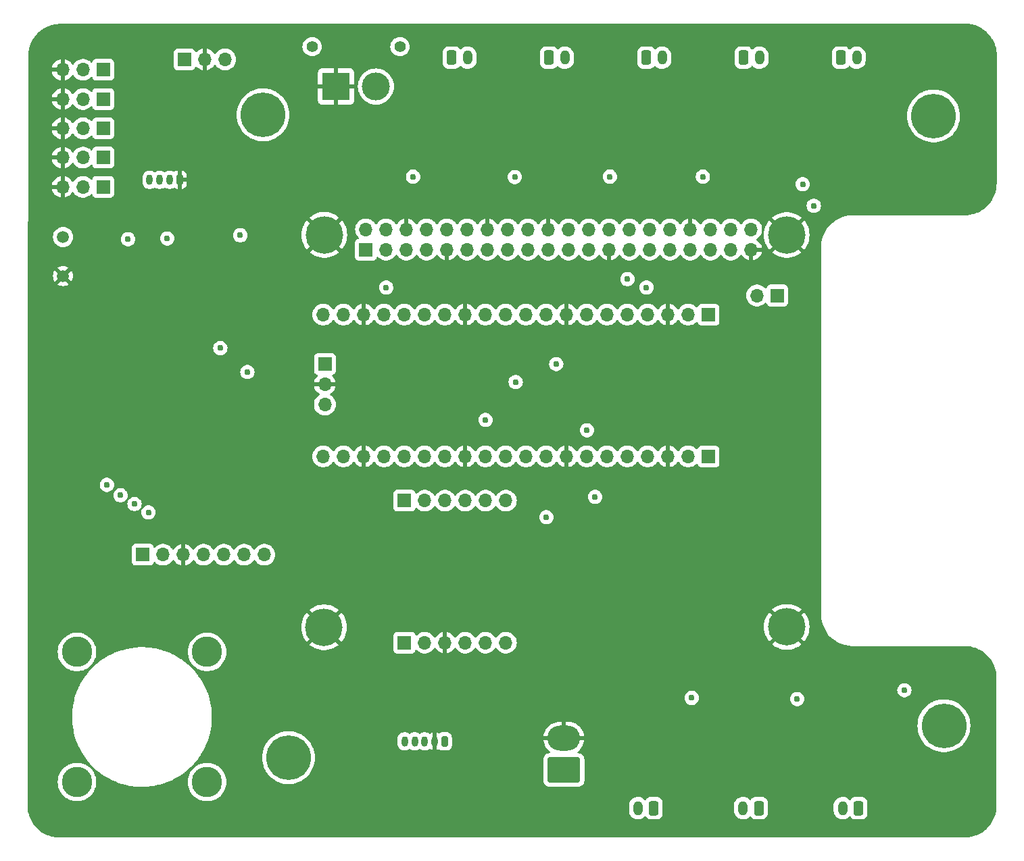
<source format=gbr>
%TF.GenerationSoftware,KiCad,Pcbnew,7.0.9*%
%TF.CreationDate,2024-01-05T06:09:31-08:00*%
%TF.ProjectId,Pi PCB Hat,50692050-4342-4204-9861-742e6b696361,rev?*%
%TF.SameCoordinates,Original*%
%TF.FileFunction,Copper,L2,Inr*%
%TF.FilePolarity,Positive*%
%FSLAX46Y46*%
G04 Gerber Fmt 4.6, Leading zero omitted, Abs format (unit mm)*
G04 Created by KiCad (PCBNEW 7.0.9) date 2024-01-05 06:09:31*
%MOMM*%
%LPD*%
G01*
G04 APERTURE LIST*
G04 Aperture macros list*
%AMRoundRect*
0 Rectangle with rounded corners*
0 $1 Rounding radius*
0 $2 $3 $4 $5 $6 $7 $8 $9 X,Y pos of 4 corners*
0 Add a 4 corners polygon primitive as box body*
4,1,4,$2,$3,$4,$5,$6,$7,$8,$9,$2,$3,0*
0 Add four circle primitives for the rounded corners*
1,1,$1+$1,$2,$3*
1,1,$1+$1,$4,$5*
1,1,$1+$1,$6,$7*
1,1,$1+$1,$8,$9*
0 Add four rect primitives between the rounded corners*
20,1,$1+$1,$2,$3,$4,$5,0*
20,1,$1+$1,$4,$5,$6,$7,0*
20,1,$1+$1,$6,$7,$8,$9,0*
20,1,$1+$1,$8,$9,$2,$3,0*%
G04 Aperture macros list end*
%TA.AperFunction,ComponentPad*%
%ADD10RoundRect,0.250000X-0.350000X-0.650000X0.350000X-0.650000X0.350000X0.650000X-0.350000X0.650000X0*%
%TD*%
%TA.AperFunction,ComponentPad*%
%ADD11O,1.200000X1.800000*%
%TD*%
%TA.AperFunction,ComponentPad*%
%ADD12R,1.700000X1.700000*%
%TD*%
%TA.AperFunction,ComponentPad*%
%ADD13O,1.700000X1.700000*%
%TD*%
%TA.AperFunction,ComponentPad*%
%ADD14RoundRect,0.250000X0.350000X0.650000X-0.350000X0.650000X-0.350000X-0.650000X0.350000X-0.650000X0*%
%TD*%
%TA.AperFunction,ComponentPad*%
%ADD15C,4.700000*%
%TD*%
%TA.AperFunction,ComponentPad*%
%ADD16C,1.400000*%
%TD*%
%TA.AperFunction,ComponentPad*%
%ADD17R,3.500000X3.500000*%
%TD*%
%TA.AperFunction,ComponentPad*%
%ADD18C,3.500000*%
%TD*%
%TA.AperFunction,ComponentPad*%
%ADD19C,3.800000*%
%TD*%
%TA.AperFunction,ComponentPad*%
%ADD20C,5.600000*%
%TD*%
%TA.AperFunction,ComponentPad*%
%ADD21RoundRect,0.200000X0.200000X0.450000X-0.200000X0.450000X-0.200000X-0.450000X0.200000X-0.450000X0*%
%TD*%
%TA.AperFunction,ComponentPad*%
%ADD22O,0.800000X1.300000*%
%TD*%
%TA.AperFunction,ComponentPad*%
%ADD23C,1.500000*%
%TD*%
%TA.AperFunction,ComponentPad*%
%ADD24RoundRect,0.250000X1.800000X-1.330000X1.800000X1.330000X-1.800000X1.330000X-1.800000X-1.330000X0*%
%TD*%
%TA.AperFunction,ComponentPad*%
%ADD25O,4.100000X3.160000*%
%TD*%
%TA.AperFunction,ViaPad*%
%ADD26C,0.770000*%
%TD*%
G04 APERTURE END LIST*
D10*
%TO.N,Net-(D7-K)*%
%TO.C,J12*%
X150834375Y-43725000D03*
D11*
%TO.N,Net-(D7-A)*%
X152834375Y-43725000D03*
%TD*%
D12*
%TO.N,5V logic*%
%TO.C,J6*%
X132725000Y-117075000D03*
D13*
%TO.N,/3V*%
X135265000Y-117075000D03*
%TO.N,GND*%
X137805000Y-117075000D03*
%TO.N,I2C1 SCL*%
X140345000Y-117075000D03*
%TO.N,I2C1 SDA*%
X142885000Y-117075000D03*
%TO.N,/INT*%
X145425000Y-117075000D03*
%TD*%
D14*
%TO.N,Net-(D26-K)*%
%TO.C,J27*%
X177110000Y-137825000D03*
D11*
%TO.N,Net-(D26-A)*%
X175110000Y-137825000D03*
%TD*%
D14*
%TO.N,Net-(D19-K)*%
%TO.C,J2*%
X189600000Y-137825000D03*
D11*
%TO.N,Net-(D19-A)*%
X187600000Y-137825000D03*
%TD*%
D10*
%TO.N,Net-(D17-K)*%
%TO.C,J23*%
X187402500Y-43725000D03*
D11*
%TO.N,Net-(D17-A)*%
X189402500Y-43725000D03*
%TD*%
D10*
%TO.N,Net-(D11-K)*%
%TO.C,J21*%
X163023750Y-43725000D03*
D11*
%TO.N,Net-(D11-A)*%
X165023750Y-43725000D03*
%TD*%
D10*
%TO.N,Net-(D4-K)*%
%TO.C,J10*%
X138650000Y-43725000D03*
D11*
%TO.N,Net-(D4-A)*%
X140650000Y-43725000D03*
%TD*%
D12*
%TO.N,/BT*%
%TO.C,J7*%
X132725000Y-99275000D03*
D13*
%TO.N,/P0*%
X135265000Y-99275000D03*
%TO.N,/P1*%
X137805000Y-99275000D03*
%TO.N,/RST*%
X140345000Y-99275000D03*
%TO.N,/DI*%
X142885000Y-99275000D03*
%TO.N,/CS*%
X145425000Y-99275000D03*
%TD*%
D14*
%TO.N,Net-(D23-K)*%
%TO.C,J26*%
X163950000Y-137825000D03*
D11*
%TO.N,Net-(D23-A)*%
X161950000Y-137825000D03*
%TD*%
D15*
%TO.N,GND*%
%TO.C,H5*%
X180600000Y-115100000D03*
%TD*%
D12*
%TO.N,5V logic*%
%TO.C,J15*%
X105170000Y-43950000D03*
D13*
%TO.N,GND*%
X107710000Y-43950000D03*
%TO.N,GPIO17*%
X110250000Y-43950000D03*
%TD*%
D16*
%TO.N,*%
%TO.C,J4*%
X121150000Y-42350000D03*
X132150000Y-42350000D03*
D17*
%TO.N,GND*%
X124150000Y-47350000D03*
D18*
%TO.N,12V Power Input*%
X129150000Y-47350000D03*
%TD*%
D15*
%TO.N,GND*%
%TO.C,H9*%
X180600000Y-65975000D03*
%TD*%
D12*
%TO.N,SWCLK*%
%TO.C,J30*%
X122750000Y-82140780D03*
D13*
%TO.N,GND*%
X122750000Y-84680780D03*
%TO.N,SWDIO*%
X122750000Y-87220780D03*
%TD*%
D15*
%TO.N,GND*%
%TO.C,H7*%
X122650000Y-115150000D03*
%TD*%
D19*
%TO.N,N/C*%
%TO.C,H12*%
X108000000Y-118250000D03*
%TD*%
D12*
%TO.N,5V logic*%
%TO.C,J8*%
X99940000Y-106050000D03*
D13*
%TO.N,/3Vo*%
X102480000Y-106050000D03*
%TO.N,GND*%
X105020000Y-106050000D03*
%TO.N,I2C1 SCL*%
X107560000Y-106050000D03*
%TO.N,GPIO22*%
X110100000Y-106050000D03*
%TO.N,I2C1 SDA*%
X112640000Y-106050000D03*
%TO.N,/CS (2)*%
X115180000Y-106050000D03*
%TD*%
D20*
%TO.N,N/C*%
%TO.C,H3*%
X118200000Y-131500000D03*
%TD*%
D21*
%TO.N,GND*%
%TO.C,J28*%
X104550000Y-59050000D03*
D22*
%TO.N,Net-(J28-Pin_2)*%
X103300000Y-59050000D03*
%TO.N,Net-(J28-Pin_3)*%
X102050000Y-59050000D03*
%TO.N,Net-(J28-Pin_4)*%
X100800000Y-59050000D03*
%TD*%
D19*
%TO.N,N/C*%
%TO.C,H11*%
X91700000Y-134550000D03*
%TD*%
D15*
%TO.N,GND*%
%TO.C,H8*%
X122675000Y-65950000D03*
%TD*%
D20*
%TO.N,N/C*%
%TO.C,H2*%
X199000000Y-51050000D03*
%TD*%
%TO.N,N/C*%
%TO.C,H4*%
X200300000Y-127500000D03*
%TD*%
D10*
%TO.N,Net-(D14-K)*%
%TO.C,J22*%
X175213125Y-43725000D03*
D11*
%TO.N,Net-(D14-A)*%
X177213125Y-43725000D03*
%TD*%
D12*
%TO.N,Net-(J18-Pin_1)*%
%TO.C,J18*%
X94980000Y-52591000D03*
D13*
%TO.N,5V Power Input*%
X92440000Y-52591000D03*
%TO.N,GND*%
X89900000Y-52591000D03*
%TD*%
D12*
%TO.N,Net-(J17-Pin_1)*%
%TO.C,J17*%
X94980000Y-48920500D03*
D13*
%TO.N,5V Power Input*%
X92440000Y-48920500D03*
%TO.N,GND*%
X89900000Y-48920500D03*
%TD*%
D12*
%TO.N,Net-(J20-Pin_1)*%
%TO.C,J20*%
X94980000Y-59932000D03*
D13*
%TO.N,5V Power Input*%
X92440000Y-59932000D03*
%TO.N,GND*%
X89900000Y-59932000D03*
%TD*%
D20*
%TO.N,N/C*%
%TO.C,H1*%
X115000000Y-50900000D03*
%TD*%
D23*
%TO.N,GND*%
%TO.C,Y1*%
X89950000Y-71100000D03*
%TO.N,Net-(U1-EXTCLK)*%
X89950000Y-66220000D03*
%TD*%
D12*
%TO.N,Net-(J19-Pin_1)*%
%TO.C,J19*%
X94980000Y-56261500D03*
D13*
%TO.N,5V Power Input*%
X92440000Y-56261500D03*
%TO.N,GND*%
X89900000Y-56261500D03*
%TD*%
D19*
%TO.N,N/C*%
%TO.C,H6*%
X91700000Y-118250000D03*
%TD*%
D12*
%TO.N,UART0 TX (pico)*%
%TO.C,J31*%
X170810000Y-75950000D03*
D13*
%TO.N,UART0 RX (pico)*%
X168270000Y-75950000D03*
%TO.N,GND*%
X165730000Y-75950000D03*
%TO.N,I2C1 SDA*%
X163190000Y-75950000D03*
%TO.N,I2C1 SCL*%
X160650000Y-75950000D03*
%TO.N,unconnected-(J31-Pin_6-Pad6)*%
X158110000Y-75950000D03*
%TO.N,DSHOT 1*%
X155570000Y-75950000D03*
%TO.N,GND*%
X153030000Y-75950000D03*
%TO.N,unconnected-(J31-Pin_9-Pad9)*%
X150490000Y-75950000D03*
%TO.N,unconnected-(J31-Pin_10-Pad10)*%
X147950000Y-75950000D03*
%TO.N,unconnected-(J31-Pin_11-Pad11)*%
X145410000Y-75950000D03*
%TO.N,DSHOT 2*%
X142870000Y-75950000D03*
%TO.N,GND*%
X140330000Y-75950000D03*
%TO.N,GP10*%
X137790000Y-75950000D03*
%TO.N,GP11*%
X135250000Y-75950000D03*
%TO.N,GP12*%
X132710000Y-75950000D03*
%TO.N,GP13*%
X130170000Y-75950000D03*
%TO.N,GND*%
X127630000Y-75950000D03*
%TO.N,GP14*%
X125090000Y-75950000D03*
%TO.N,unconnected-(J31-Pin_20-Pad20)*%
X122550000Y-75950000D03*
%TO.N,unconnected-(J31-Pin_21-Pad21)*%
X122550000Y-93730000D03*
%TO.N,GP17*%
X125090000Y-93730000D03*
%TO.N,GND*%
X127630000Y-93730000D03*
%TO.N,GP18*%
X130170000Y-93730000D03*
%TO.N,GP19*%
X132710000Y-93730000D03*
%TO.N,GP20*%
X135250000Y-93730000D03*
%TO.N,GP21*%
X137790000Y-93730000D03*
%TO.N,GND*%
X140330000Y-93730000D03*
%TO.N,unconnected-(J31-Pin_29-Pad29)*%
X142870000Y-93730000D03*
%TO.N,GPIO0*%
X145410000Y-93730000D03*
%TO.N,unconnected-(J31-Pin_31-Pad31)*%
X147950000Y-93730000D03*
%TO.N,GP27*%
X150490000Y-93730000D03*
%TO.N,GND*%
X153030000Y-93730000D03*
%TO.N,GP28*%
X155570000Y-93730000D03*
%TO.N,ADC_VREF*%
X158110000Y-93730000D03*
%TO.N,3V3(OUT)*%
X160650000Y-93730000D03*
%TO.N,3V3_EN*%
X163190000Y-93730000D03*
%TO.N,GND*%
X165730000Y-93730000D03*
%TO.N,5V logic*%
X168270000Y-93730000D03*
D12*
%TO.N,unconnected-(J31-Pin_40-Pad40)*%
X170810000Y-93730000D03*
%TD*%
%TO.N,I2C1 SCL*%
%TO.C,J24*%
X179425000Y-73550000D03*
D13*
%TO.N,I2C1 SDA*%
X176885000Y-73550000D03*
%TD*%
D12*
%TO.N,Net-(J16-Pin_1)*%
%TO.C,J16*%
X94980000Y-45250000D03*
D13*
%TO.N,5V Power Input*%
X92440000Y-45250000D03*
%TO.N,GND*%
X89900000Y-45250000D03*
%TD*%
D19*
%TO.N,N/C*%
%TO.C,H10*%
X108000000Y-134550000D03*
%TD*%
D21*
%TO.N,unconnected-(J25-Pin_1-Pad1)*%
%TO.C,J25*%
X137750000Y-129450000D03*
D22*
%TO.N,GND*%
X136500000Y-129450000D03*
%TO.N,I2C1 SDA*%
X135250000Y-129450000D03*
%TO.N,unconnected-(J25-Pin_4-Pad4)*%
X134000000Y-129450000D03*
%TO.N,I2C1 SCL*%
X132750000Y-129450000D03*
%TD*%
D12*
%TO.N,unconnected-(J1-Pin_1-Pad1)*%
%TO.C,J1*%
X127895000Y-67795000D03*
D13*
%TO.N,5V logic*%
X127895000Y-65255000D03*
%TO.N,I2C1 SDA*%
X130435000Y-67795000D03*
%TO.N,5V logic*%
X130435000Y-65255000D03*
%TO.N,I2C1 SCL*%
X132975000Y-67795000D03*
%TO.N,GND*%
X132975000Y-65255000D03*
%TO.N,GPIO4*%
X135515000Y-67795000D03*
%TO.N,UART0 RX (pico)*%
X135515000Y-65255000D03*
%TO.N,GND*%
X138055000Y-67795000D03*
%TO.N,UART0 TX (pico)*%
X138055000Y-65255000D03*
%TO.N,GPIO17*%
X140595000Y-67795000D03*
%TO.N,GPIO18*%
X140595000Y-65255000D03*
%TO.N,unconnected-(J1-Pin_13-Pad13)*%
X143135000Y-67795000D03*
%TO.N,GND*%
X143135000Y-65255000D03*
%TO.N,GPIO22*%
X145675000Y-67795000D03*
%TO.N,GPIO23*%
X145675000Y-65255000D03*
%TO.N,unconnected-(J1-Pin_17-Pad17)*%
X148215000Y-67795000D03*
%TO.N,SWDIO*%
X148215000Y-65255000D03*
%TO.N,unconnected-(J1-Pin_19-Pad19)*%
X150755000Y-67795000D03*
%TO.N,GND*%
X150755000Y-65255000D03*
%TO.N,unconnected-(J1-Pin_21-Pad21)*%
X153295000Y-67795000D03*
%TO.N,SWCLK*%
X153295000Y-65255000D03*
%TO.N,unconnected-(J1-Pin_23-Pad23)*%
X155835000Y-67795000D03*
%TO.N,unconnected-(J1-Pin_24-Pad24)*%
X155835000Y-65255000D03*
%TO.N,GND*%
X158375000Y-67795000D03*
%TO.N,unconnected-(J1-Pin_26-Pad26)*%
X158375000Y-65255000D03*
%TO.N,GPIO0*%
X160915000Y-67795000D03*
%TO.N,unconnected-(J1-Pin_28-Pad28)*%
X160915000Y-65255000D03*
%TO.N,unconnected-(J1-Pin_29-Pad29)*%
X163455000Y-67795000D03*
%TO.N,unconnected-(J1-Pin_30-Pad30)*%
X163455000Y-65255000D03*
%TO.N,unconnected-(J1-Pin_31-Pad31)*%
X165995000Y-67795000D03*
%TO.N,GPIO12*%
X165995000Y-65255000D03*
%TO.N,GPIO13*%
X168535000Y-67795000D03*
%TO.N,GND*%
X168535000Y-65255000D03*
%TO.N,GPIO19*%
X171075000Y-67795000D03*
%TO.N,GPIO16*%
X171075000Y-65255000D03*
%TO.N,GPIO26*%
X173615000Y-67795000D03*
%TO.N,unconnected-(J1-Pin_38-Pad38)*%
X173615000Y-65255000D03*
%TO.N,GND*%
X176155000Y-67795000D03*
%TO.N,GPIO21*%
X176155000Y-65255000D03*
%TD*%
D24*
%TO.N,5V Power Input*%
%TO.C,J5*%
X152695000Y-133030000D03*
D25*
%TO.N,GND*%
X152695000Y-129070000D03*
%TD*%
D26*
%TO.N,GND*%
X113150000Y-79000000D03*
X195450000Y-59550000D03*
X161250000Y-134200000D03*
X174200000Y-134300000D03*
X183450000Y-127600000D03*
X169360000Y-127100000D03*
X97800000Y-76300000D03*
X106700000Y-80400000D03*
X166300000Y-47350000D03*
X177900000Y-47300000D03*
X110950000Y-74200000D03*
X154150000Y-47400000D03*
X187150000Y-134300000D03*
X141800000Y-47400000D03*
X103750000Y-80400000D03*
X190200000Y-47300000D03*
%TO.N,/A5*%
X109650000Y-80150000D03*
X103000000Y-66400000D03*
%TO.N,GP10*%
X100650000Y-100750000D03*
%TO.N,GP11*%
X98900000Y-99700000D03*
%TO.N,GP12*%
X97150000Y-98600000D03*
%TO.N,GP13*%
X95450000Y-97300000D03*
%TO.N,SWDIO*%
X146650000Y-84400000D03*
%TO.N,5V logic*%
X112150000Y-66000000D03*
X113050000Y-83150000D03*
X98100000Y-66500000D03*
%TO.N,12V Power Input*%
X133800000Y-58650000D03*
X146550000Y-58700000D03*
X182600000Y-59600000D03*
X158450000Y-58650000D03*
X170100000Y-58650000D03*
%TO.N,SWCLK*%
X151730000Y-82150000D03*
%TO.N,5V Power Input*%
X181910000Y-124150000D03*
X195350000Y-123050000D03*
X168700000Y-124003934D03*
%TO.N,GPIO21*%
X184000000Y-62300000D03*
%TO.N,I2C1 SDA*%
X130435000Y-72550000D03*
X163040000Y-72550000D03*
%TO.N,I2C1 SCL*%
X160650000Y-71500000D03*
%TO.N,DSHOT 1*%
X155570000Y-90450000D03*
%TO.N,DSHOT 2*%
X142870000Y-89150000D03*
%TO.N,GP28*%
X156600000Y-98800000D03*
%TO.N,GP27*%
X150500000Y-101350000D03*
%TD*%
%TA.AperFunction,Conductor*%
%TO.N,GND*%
G36*
X202935297Y-39452039D02*
G01*
X202991562Y-39454620D01*
X203106423Y-39459892D01*
X203307010Y-39469681D01*
X203312604Y-39470206D01*
X203497937Y-39496024D01*
X203684925Y-39523730D01*
X203690059Y-39524712D01*
X203874724Y-39568139D01*
X204041477Y-39609908D01*
X204055903Y-39613522D01*
X204060626Y-39614903D01*
X204241528Y-39675560D01*
X204416642Y-39738248D01*
X204420850Y-39739929D01*
X204596040Y-39817342D01*
X204763822Y-39896764D01*
X204767523Y-39898670D01*
X204935203Y-39992163D01*
X205094287Y-40087619D01*
X205097489Y-40089676D01*
X205256101Y-40198465D01*
X205405049Y-40309082D01*
X205407759Y-40311213D01*
X205534750Y-40416824D01*
X205555851Y-40434372D01*
X205693308Y-40559160D01*
X205695532Y-40561282D01*
X205830668Y-40696661D01*
X205832786Y-40698889D01*
X205957327Y-40836570D01*
X206080211Y-40984873D01*
X206082346Y-40987598D01*
X206192689Y-41136733D01*
X206205385Y-41155314D01*
X206301205Y-41295557D01*
X206303246Y-41298748D01*
X206376121Y-41420692D01*
X206398400Y-41457974D01*
X206425505Y-41506791D01*
X206491612Y-41625857D01*
X206493524Y-41629587D01*
X206572631Y-41797484D01*
X206649722Y-41972796D01*
X206651403Y-41977030D01*
X206713763Y-42152210D01*
X206774110Y-42333263D01*
X206775482Y-42337988D01*
X206820535Y-42519232D01*
X206852573Y-42656564D01*
X206863092Y-42701656D01*
X206863628Y-42703951D01*
X206864610Y-42709138D01*
X206879196Y-42808810D01*
X206891973Y-42896125D01*
X206917460Y-43081520D01*
X206917978Y-43087149D01*
X206927591Y-43291933D01*
X206934932Y-43458414D01*
X206934993Y-43461329D01*
X206899492Y-59507383D01*
X206899419Y-59510289D01*
X206891104Y-59682136D01*
X206880919Y-59880762D01*
X206880380Y-59886368D01*
X206854171Y-60071525D01*
X206826218Y-60257389D01*
X206825217Y-60262561D01*
X206781511Y-60446829D01*
X206736004Y-60627069D01*
X206734619Y-60631774D01*
X206673772Y-60812271D01*
X206611096Y-60986484D01*
X206609406Y-60990699D01*
X206531921Y-61165417D01*
X206452631Y-61332375D01*
X206450714Y-61336088D01*
X206357251Y-61503299D01*
X206326236Y-61554875D01*
X206262025Y-61661651D01*
X206259961Y-61664859D01*
X206151302Y-61823019D01*
X206041023Y-61971303D01*
X206038889Y-61974015D01*
X205915945Y-62121701D01*
X205791614Y-62258554D01*
X205789482Y-62260788D01*
X205654393Y-62395579D01*
X205652154Y-62397705D01*
X205515019Y-62521740D01*
X205367076Y-62644346D01*
X205364360Y-62646475D01*
X205215818Y-62756435D01*
X205057425Y-62864740D01*
X205054212Y-62866796D01*
X204895650Y-62961672D01*
X204728245Y-63054758D01*
X204724528Y-63056666D01*
X204557358Y-63135605D01*
X204382480Y-63212698D01*
X204378261Y-63214379D01*
X204203915Y-63276666D01*
X204023293Y-63337113D01*
X204018584Y-63338487D01*
X203838245Y-63383595D01*
X203653856Y-63426899D01*
X203648681Y-63427888D01*
X203462803Y-63455421D01*
X203277556Y-63481225D01*
X203271949Y-63481752D01*
X203073318Y-63491497D01*
X202901429Y-63499433D01*
X202898522Y-63499500D01*
X188945791Y-63499500D01*
X188945771Y-63499494D01*
X188893594Y-63499494D01*
X188708640Y-63499494D01*
X188708636Y-63499494D01*
X188340332Y-63533623D01*
X188340316Y-63533625D01*
X188340312Y-63533625D01*
X188340309Y-63533626D01*
X188254579Y-63549651D01*
X187976699Y-63601596D01*
X187976691Y-63601598D01*
X187620905Y-63702829D01*
X187275991Y-63836450D01*
X186944845Y-64001341D01*
X186630358Y-64196064D01*
X186630352Y-64196068D01*
X186335163Y-64418984D01*
X186061785Y-64668200D01*
X185812587Y-64941559D01*
X185812582Y-64941566D01*
X185589664Y-65236757D01*
X185589654Y-65236772D01*
X185394938Y-65551250D01*
X185230050Y-65882390D01*
X185096427Y-66227314D01*
X185096426Y-66227317D01*
X185087829Y-66257534D01*
X184995198Y-66583097D01*
X184995195Y-66583107D01*
X184927225Y-66946711D01*
X184919318Y-67032042D01*
X184893094Y-67315046D01*
X184893094Y-67315052D01*
X184893094Y-113512867D01*
X184893100Y-113512926D01*
X184893100Y-113684954D01*
X184905191Y-113815431D01*
X184927231Y-114053289D01*
X184995199Y-114416887D01*
X184995203Y-114416901D01*
X185096432Y-114772686D01*
X185230053Y-115117600D01*
X185230058Y-115117610D01*
X185394940Y-115448739D01*
X185394942Y-115448743D01*
X185394944Y-115448746D01*
X185589668Y-115763237D01*
X185589675Y-115763248D01*
X185812584Y-116058427D01*
X185812588Y-116058431D01*
X185812590Y-116058434D01*
X186061796Y-116331800D01*
X186335161Y-116581006D01*
X186335164Y-116581008D01*
X186335167Y-116581011D01*
X186357675Y-116598008D01*
X186630354Y-116803926D01*
X186844569Y-116936562D01*
X186944853Y-116998655D01*
X186944860Y-116998659D01*
X187275984Y-117163540D01*
X187620907Y-117297165D01*
X187620910Y-117297165D01*
X187620913Y-117297167D01*
X187795425Y-117346820D01*
X187976692Y-117398395D01*
X187976700Y-117398397D01*
X188340310Y-117466368D01*
X188436691Y-117475299D01*
X188708636Y-117500500D01*
X188708640Y-117500500D01*
X188893495Y-117500500D01*
X202892130Y-117500500D01*
X202895040Y-117500567D01*
X202909508Y-117501235D01*
X203066637Y-117508500D01*
X203266127Y-117518301D01*
X203271675Y-117518823D01*
X203456909Y-117544662D01*
X203643393Y-117572324D01*
X203648504Y-117573302D01*
X203832968Y-117616688D01*
X204013737Y-117661968D01*
X204018438Y-117663342D01*
X204199190Y-117723923D01*
X204242766Y-117739515D01*
X204373878Y-117786429D01*
X204378091Y-117788109D01*
X204553094Y-117865380D01*
X204672678Y-117921940D01*
X204720519Y-117944567D01*
X204724232Y-117946475D01*
X204891752Y-118039783D01*
X205050537Y-118134955D01*
X205053735Y-118137007D01*
X205212223Y-118245573D01*
X205218200Y-118250006D01*
X205360909Y-118355847D01*
X205363628Y-118357981D01*
X205511625Y-118480875D01*
X205648885Y-118605282D01*
X205651125Y-118607414D01*
X205786174Y-118742463D01*
X205788307Y-118744702D01*
X205912733Y-118881984D01*
X206009164Y-118998112D01*
X206035608Y-119029958D01*
X206037734Y-119032666D01*
X206148039Y-119181395D01*
X206256581Y-119339847D01*
X206258643Y-119343062D01*
X206263530Y-119351215D01*
X206353817Y-119501850D01*
X206447114Y-119669349D01*
X206449028Y-119673071D01*
X206528226Y-119840520D01*
X206605484Y-120015494D01*
X206607169Y-120019718D01*
X206638166Y-120106345D01*
X206669673Y-120194401D01*
X206700905Y-120287584D01*
X206730251Y-120375142D01*
X206731629Y-120379857D01*
X206776908Y-120560615D01*
X206820287Y-120745054D01*
X206821279Y-120750236D01*
X206848938Y-120936697D01*
X206874771Y-121121893D01*
X206875300Y-121127509D01*
X206885164Y-121328367D01*
X206893027Y-121498431D01*
X206893094Y-121501341D01*
X206893094Y-137498534D01*
X206893027Y-137501444D01*
X206885107Y-137672753D01*
X206875295Y-137872486D01*
X206874766Y-137878102D01*
X206848932Y-138063301D01*
X206821273Y-138249761D01*
X206820281Y-138254943D01*
X206776912Y-138439338D01*
X206731620Y-138620151D01*
X206730242Y-138624866D01*
X206669689Y-138805534D01*
X206607160Y-138980286D01*
X206605475Y-138984510D01*
X206528218Y-139159480D01*
X206449020Y-139326928D01*
X206447107Y-139330648D01*
X206353810Y-139498150D01*
X206258634Y-139656940D01*
X206256571Y-139660155D01*
X206148039Y-139818594D01*
X206037724Y-139967335D01*
X206035590Y-139970054D01*
X205912728Y-140118012D01*
X205788303Y-140255292D01*
X205786170Y-140257531D01*
X205651115Y-140392586D01*
X205648875Y-140394718D01*
X205511612Y-140519127D01*
X205363634Y-140642005D01*
X205360916Y-140644139D01*
X205212206Y-140754431D01*
X205053742Y-140862980D01*
X205050526Y-140865042D01*
X204891742Y-140960214D01*
X204724250Y-141053506D01*
X204720529Y-141055419D01*
X204553052Y-141134631D01*
X204378116Y-141211873D01*
X204373892Y-141213558D01*
X204199136Y-141276088D01*
X204018455Y-141336645D01*
X204013740Y-141338023D01*
X203832960Y-141383307D01*
X203648536Y-141426683D01*
X203643353Y-141427675D01*
X203456885Y-141455334D01*
X203271694Y-141481166D01*
X203266079Y-141481695D01*
X203067501Y-141491453D01*
X202957310Y-141496548D01*
X202894902Y-141499433D01*
X202892014Y-141499500D01*
X89498636Y-141499500D01*
X89495753Y-141499433D01*
X89397003Y-141494864D01*
X89324414Y-141491506D01*
X89124461Y-141481676D01*
X89118842Y-141481147D01*
X88933559Y-141455284D01*
X88746962Y-141427587D01*
X88741777Y-141426594D01*
X88557293Y-141383176D01*
X88519127Y-141373609D01*
X88376352Y-141337822D01*
X88371644Y-141336445D01*
X88305970Y-141314419D01*
X88190886Y-141275820D01*
X88016018Y-141213208D01*
X88011791Y-141211520D01*
X87836785Y-141134192D01*
X87669191Y-141054869D01*
X87665468Y-141052953D01*
X87497949Y-140959575D01*
X87339035Y-140864253D01*
X87335818Y-140862187D01*
X87177346Y-140753543D01*
X87028544Y-140643091D01*
X87025825Y-140640954D01*
X86877844Y-140517964D01*
X86740525Y-140393390D01*
X86738284Y-140391255D01*
X86603219Y-140256056D01*
X86601086Y-140253813D01*
X86476650Y-140116373D01*
X86353803Y-139968268D01*
X86351668Y-139965546D01*
X86241376Y-139816652D01*
X86203461Y-139761231D01*
X86132861Y-139658033D01*
X86130810Y-139654830D01*
X86035659Y-139495846D01*
X86000633Y-139432863D01*
X85942440Y-139328224D01*
X85940529Y-139324501D01*
X85861377Y-139156843D01*
X85824883Y-139074030D01*
X85784209Y-138981731D01*
X85782535Y-138977529D01*
X85720087Y-138802572D01*
X85710095Y-138772682D01*
X85659636Y-138621740D01*
X85658276Y-138617074D01*
X85613094Y-138436058D01*
X85589588Y-138335739D01*
X85569862Y-138251551D01*
X85568878Y-138246393D01*
X85558766Y-138177801D01*
X160841500Y-138177801D01*
X160841501Y-138177822D01*
X160856579Y-138335728D01*
X160856582Y-138335743D01*
X160916223Y-138538864D01*
X161013227Y-138727023D01*
X161013229Y-138727026D01*
X161072639Y-138802572D01*
X161144094Y-138893435D01*
X161304077Y-139032061D01*
X161304088Y-139032069D01*
X161487412Y-139137910D01*
X161487415Y-139137911D01*
X161487418Y-139137913D01*
X161687473Y-139207153D01*
X161897016Y-139237281D01*
X162046290Y-139230170D01*
X162108463Y-139227209D01*
X162108467Y-139227208D01*
X162108474Y-139227208D01*
X162314204Y-139177298D01*
X162506771Y-139089356D01*
X162679215Y-138966559D01*
X162768596Y-138872818D01*
X162830080Y-138837321D01*
X162900996Y-138840699D01*
X162958828Y-138881880D01*
X162967026Y-138893621D01*
X163000968Y-138948650D01*
X163000975Y-138948658D01*
X163126341Y-139074024D01*
X163126347Y-139074029D01*
X163126348Y-139074030D01*
X163277262Y-139167115D01*
X163445574Y-139222887D01*
X163549455Y-139233500D01*
X164350544Y-139233499D01*
X164454426Y-139222887D01*
X164622738Y-139167115D01*
X164773652Y-139074030D01*
X164899030Y-138948652D01*
X164992115Y-138797738D01*
X165047887Y-138629426D01*
X165058500Y-138525545D01*
X165058500Y-138177801D01*
X174001500Y-138177801D01*
X174001501Y-138177822D01*
X174016579Y-138335728D01*
X174016582Y-138335743D01*
X174076223Y-138538864D01*
X174173227Y-138727023D01*
X174173229Y-138727026D01*
X174232639Y-138802572D01*
X174304094Y-138893435D01*
X174464077Y-139032061D01*
X174464088Y-139032069D01*
X174647412Y-139137910D01*
X174647415Y-139137911D01*
X174647418Y-139137913D01*
X174847473Y-139207153D01*
X175057016Y-139237281D01*
X175206290Y-139230170D01*
X175268463Y-139227209D01*
X175268467Y-139227208D01*
X175268474Y-139227208D01*
X175474204Y-139177298D01*
X175666771Y-139089356D01*
X175839215Y-138966559D01*
X175928596Y-138872818D01*
X175990080Y-138837321D01*
X176060996Y-138840699D01*
X176118828Y-138881880D01*
X176127026Y-138893621D01*
X176160968Y-138948650D01*
X176160975Y-138948658D01*
X176286341Y-139074024D01*
X176286347Y-139074029D01*
X176286348Y-139074030D01*
X176437262Y-139167115D01*
X176605574Y-139222887D01*
X176709455Y-139233500D01*
X177510544Y-139233499D01*
X177614426Y-139222887D01*
X177782738Y-139167115D01*
X177933652Y-139074030D01*
X178059030Y-138948652D01*
X178152115Y-138797738D01*
X178207887Y-138629426D01*
X178218500Y-138525545D01*
X178218500Y-138177801D01*
X186491500Y-138177801D01*
X186491501Y-138177822D01*
X186506579Y-138335728D01*
X186506582Y-138335743D01*
X186566223Y-138538864D01*
X186663227Y-138727023D01*
X186663229Y-138727026D01*
X186722639Y-138802572D01*
X186794094Y-138893435D01*
X186954077Y-139032061D01*
X186954088Y-139032069D01*
X187137412Y-139137910D01*
X187137415Y-139137911D01*
X187137418Y-139137913D01*
X187337473Y-139207153D01*
X187547016Y-139237281D01*
X187696290Y-139230170D01*
X187758463Y-139227209D01*
X187758467Y-139227208D01*
X187758474Y-139227208D01*
X187964204Y-139177298D01*
X188156771Y-139089356D01*
X188329215Y-138966559D01*
X188418596Y-138872818D01*
X188480080Y-138837321D01*
X188550996Y-138840699D01*
X188608828Y-138881880D01*
X188617026Y-138893621D01*
X188650968Y-138948650D01*
X188650975Y-138948658D01*
X188776341Y-139074024D01*
X188776347Y-139074029D01*
X188776348Y-139074030D01*
X188927262Y-139167115D01*
X189095574Y-139222887D01*
X189199455Y-139233500D01*
X190000544Y-139233499D01*
X190104426Y-139222887D01*
X190272738Y-139167115D01*
X190423652Y-139074030D01*
X190549030Y-138948652D01*
X190642115Y-138797738D01*
X190697887Y-138629426D01*
X190708500Y-138525545D01*
X190708499Y-137124456D01*
X190697887Y-137020574D01*
X190642115Y-136852262D01*
X190549030Y-136701348D01*
X190549029Y-136701347D01*
X190549024Y-136701341D01*
X190423658Y-136575975D01*
X190423652Y-136575970D01*
X190398805Y-136560644D01*
X190272738Y-136482885D01*
X190151903Y-136442845D01*
X190104427Y-136427113D01*
X190104420Y-136427112D01*
X190000553Y-136416500D01*
X189199455Y-136416500D01*
X189095574Y-136427112D01*
X188927261Y-136482885D01*
X188776347Y-136575970D01*
X188776341Y-136575975D01*
X188650975Y-136701341D01*
X188650970Y-136701347D01*
X188618895Y-136753350D01*
X188566109Y-136800828D01*
X188496034Y-136812231D01*
X188430918Y-136783938D01*
X188412612Y-136765092D01*
X188405906Y-136756565D01*
X188245922Y-136617938D01*
X188245911Y-136617930D01*
X188062587Y-136512089D01*
X188062580Y-136512086D01*
X187862530Y-136442848D01*
X187862529Y-136442847D01*
X187862527Y-136442847D01*
X187862525Y-136442846D01*
X187862519Y-136442845D01*
X187652985Y-136412718D01*
X187441536Y-136422790D01*
X187441523Y-136422792D01*
X187235801Y-136472700D01*
X187235795Y-136472702D01*
X187043228Y-136560644D01*
X187043221Y-136560648D01*
X186870791Y-136683435D01*
X186870781Y-136683444D01*
X186724695Y-136836656D01*
X186610244Y-137014745D01*
X186531563Y-137211281D01*
X186491500Y-137419146D01*
X186491500Y-138177801D01*
X178218500Y-138177801D01*
X178218499Y-137124456D01*
X178207887Y-137020574D01*
X178152115Y-136852262D01*
X178059030Y-136701348D01*
X178059029Y-136701347D01*
X178059024Y-136701341D01*
X177933658Y-136575975D01*
X177933652Y-136575970D01*
X177908805Y-136560644D01*
X177782738Y-136482885D01*
X177661903Y-136442845D01*
X177614427Y-136427113D01*
X177614420Y-136427112D01*
X177510553Y-136416500D01*
X176709455Y-136416500D01*
X176605574Y-136427112D01*
X176437261Y-136482885D01*
X176286347Y-136575970D01*
X176286341Y-136575975D01*
X176160975Y-136701341D01*
X176160970Y-136701347D01*
X176128895Y-136753350D01*
X176076109Y-136800828D01*
X176006034Y-136812231D01*
X175940918Y-136783938D01*
X175922612Y-136765092D01*
X175915906Y-136756565D01*
X175755922Y-136617938D01*
X175755911Y-136617930D01*
X175572587Y-136512089D01*
X175572580Y-136512086D01*
X175372530Y-136442848D01*
X175372529Y-136442847D01*
X175372527Y-136442847D01*
X175372525Y-136442846D01*
X175372519Y-136442845D01*
X175162985Y-136412718D01*
X174951536Y-136422790D01*
X174951523Y-136422792D01*
X174745801Y-136472700D01*
X174745795Y-136472702D01*
X174553228Y-136560644D01*
X174553221Y-136560648D01*
X174380791Y-136683435D01*
X174380781Y-136683444D01*
X174234695Y-136836656D01*
X174120244Y-137014745D01*
X174041563Y-137211281D01*
X174001500Y-137419146D01*
X174001500Y-138177801D01*
X165058500Y-138177801D01*
X165058499Y-137124456D01*
X165047887Y-137020574D01*
X164992115Y-136852262D01*
X164899030Y-136701348D01*
X164899029Y-136701347D01*
X164899024Y-136701341D01*
X164773658Y-136575975D01*
X164773652Y-136575970D01*
X164748805Y-136560644D01*
X164622738Y-136482885D01*
X164501903Y-136442845D01*
X164454427Y-136427113D01*
X164454420Y-136427112D01*
X164350553Y-136416500D01*
X163549455Y-136416500D01*
X163445574Y-136427112D01*
X163277261Y-136482885D01*
X163126347Y-136575970D01*
X163126341Y-136575975D01*
X163000975Y-136701341D01*
X163000970Y-136701347D01*
X162968895Y-136753350D01*
X162916109Y-136800828D01*
X162846034Y-136812231D01*
X162780918Y-136783938D01*
X162762612Y-136765092D01*
X162755906Y-136756565D01*
X162595922Y-136617938D01*
X162595911Y-136617930D01*
X162412587Y-136512089D01*
X162412580Y-136512086D01*
X162212530Y-136442848D01*
X162212529Y-136442847D01*
X162212527Y-136442847D01*
X162212525Y-136442846D01*
X162212519Y-136442845D01*
X162002985Y-136412718D01*
X161791536Y-136422790D01*
X161791523Y-136422792D01*
X161585801Y-136472700D01*
X161585795Y-136472702D01*
X161393228Y-136560644D01*
X161393221Y-136560648D01*
X161220791Y-136683435D01*
X161220781Y-136683444D01*
X161074695Y-136836656D01*
X160960244Y-137014745D01*
X160881563Y-137211281D01*
X160841500Y-137419146D01*
X160841500Y-138177801D01*
X85558766Y-138177801D01*
X85541353Y-138059686D01*
X85539973Y-138049726D01*
X85515678Y-137874409D01*
X85515158Y-137868835D01*
X85505636Y-137671315D01*
X85497754Y-137497235D01*
X85497691Y-137494326D01*
X85500587Y-134550006D01*
X89286738Y-134550006D01*
X89305765Y-134852449D01*
X89305767Y-134852466D01*
X89357255Y-135122372D01*
X89362555Y-135150154D01*
X89456206Y-135438381D01*
X89585242Y-135712598D01*
X89585244Y-135712601D01*
X89585247Y-135712607D01*
X89747624Y-135968473D01*
X89940807Y-136201991D01*
X89940809Y-136201993D01*
X90161729Y-136409450D01*
X90390931Y-136575975D01*
X90406910Y-136587584D01*
X90672483Y-136733585D01*
X90871120Y-136812231D01*
X90954255Y-136845147D01*
X90954258Y-136845147D01*
X90954261Y-136845149D01*
X91247800Y-136920516D01*
X91247806Y-136920516D01*
X91247807Y-136920517D01*
X91405384Y-136940423D01*
X91548470Y-136958500D01*
X91548473Y-136958500D01*
X91851527Y-136958500D01*
X91851530Y-136958500D01*
X92152200Y-136920516D01*
X92445739Y-136845149D01*
X92727517Y-136733585D01*
X92993090Y-136587584D01*
X93238271Y-136409450D01*
X93459192Y-136201992D01*
X93652370Y-135968480D01*
X93652372Y-135968475D01*
X93652375Y-135968473D01*
X93814752Y-135712607D01*
X93814758Y-135712598D01*
X93943794Y-135438381D01*
X94037445Y-135150154D01*
X94094233Y-134852462D01*
X94095416Y-134833658D01*
X94113262Y-134550006D01*
X94113262Y-134549993D01*
X94094234Y-134247550D01*
X94094232Y-134247533D01*
X94090590Y-134228443D01*
X94037445Y-133949846D01*
X93943794Y-133661619D01*
X93814758Y-133387402D01*
X93786395Y-133342709D01*
X93652375Y-133131526D01*
X93459192Y-132898008D01*
X93459190Y-132898006D01*
X93238270Y-132690549D01*
X92993092Y-132512417D01*
X92947750Y-132487490D01*
X92727517Y-132366415D01*
X92646414Y-132334304D01*
X92445744Y-132254852D01*
X92445737Y-132254850D01*
X92152192Y-132179482D01*
X91851544Y-132141501D01*
X91851532Y-132141500D01*
X91851530Y-132141500D01*
X91548470Y-132141500D01*
X91548467Y-132141500D01*
X91548455Y-132141501D01*
X91247807Y-132179482D01*
X90954262Y-132254850D01*
X90954255Y-132254852D01*
X90672483Y-132366415D01*
X90406907Y-132512417D01*
X90161730Y-132690549D01*
X90161729Y-132690549D01*
X89940809Y-132898006D01*
X89940807Y-132898008D01*
X89747624Y-133131526D01*
X89585247Y-133387392D01*
X89585240Y-133387406D01*
X89456209Y-133661612D01*
X89456207Y-133661616D01*
X89362556Y-133949842D01*
X89362554Y-133949850D01*
X89305767Y-134247533D01*
X89305765Y-134247550D01*
X89286738Y-134549993D01*
X89286738Y-134550006D01*
X85500587Y-134550006D01*
X85508605Y-126400000D01*
X91088096Y-126400000D01*
X91107648Y-126984807D01*
X91123438Y-127141762D01*
X91166138Y-127566209D01*
X91166218Y-127566999D01*
X91263540Y-128143970D01*
X91309632Y-128337377D01*
X91399186Y-128713162D01*
X91399188Y-128713170D01*
X91399189Y-128713172D01*
X91572547Y-129272025D01*
X91782848Y-129818058D01*
X91900483Y-130071554D01*
X92027914Y-130346162D01*
X92029150Y-130348824D01*
X92281059Y-130808499D01*
X92310350Y-130861947D01*
X92625198Y-131355149D01*
X92625201Y-131355153D01*
X92972284Y-131826218D01*
X93350063Y-132273058D01*
X93756842Y-132693663D01*
X94190801Y-133086156D01*
X94650005Y-133448785D01*
X94650005Y-133448786D01*
X94875711Y-133603724D01*
X95132415Y-133779942D01*
X95635861Y-134078133D01*
X96158101Y-134342033D01*
X96255356Y-134383272D01*
X96256616Y-134383840D01*
X96258820Y-134384742D01*
X96696805Y-134570463D01*
X96718606Y-134578033D01*
X96799411Y-134606091D01*
X96802596Y-134607295D01*
X96803768Y-134607775D01*
X96803773Y-134607777D01*
X96803774Y-134607777D01*
X96809429Y-134609656D01*
X96815274Y-134611600D01*
X97020143Y-134682738D01*
X97249554Y-134762398D01*
X97358125Y-134792138D01*
X97361273Y-134793093D01*
X97364784Y-134794260D01*
X97364823Y-134794273D01*
X97364818Y-134794271D01*
X97375263Y-134796975D01*
X97384658Y-134799407D01*
X97813893Y-134916987D01*
X97813899Y-134916988D01*
X97813902Y-134916989D01*
X97813901Y-134916989D01*
X97860760Y-134926513D01*
X97928021Y-134940184D01*
X97931238Y-134940927D01*
X97937158Y-134942460D01*
X97964468Y-134947592D01*
X98387298Y-135033536D01*
X98506683Y-135049591D01*
X98509780Y-135050090D01*
X98518206Y-135051674D01*
X98552126Y-135055703D01*
X98923640Y-135105667D01*
X98967213Y-135111527D01*
X98967213Y-135111526D01*
X99052815Y-135117257D01*
X99091308Y-135119834D01*
X99094495Y-135120129D01*
X99105302Y-135121413D01*
X99105311Y-135121413D01*
X99105316Y-135121414D01*
X99105315Y-135121414D01*
X99124227Y-135122372D01*
X99144855Y-135123418D01*
X99551029Y-135150609D01*
X99551033Y-135150609D01*
X99679407Y-135150609D01*
X99682591Y-135150689D01*
X99695767Y-135151358D01*
X99695768Y-135151357D01*
X99695769Y-135151358D01*
X99740110Y-135150609D01*
X100136155Y-135150609D01*
X100136159Y-135150609D01*
X100268301Y-135141762D01*
X100271328Y-135141636D01*
X100286906Y-135141373D01*
X100335168Y-135137286D01*
X100719974Y-135111526D01*
X100719974Y-135111527D01*
X100719980Y-135111526D01*
X100719982Y-135111526D01*
X100855251Y-135093334D01*
X100858229Y-135093008D01*
X100871454Y-135091888D01*
X100876017Y-135091503D01*
X100876012Y-135091503D01*
X100876013Y-135091502D01*
X100876023Y-135091502D01*
X100927369Y-135083635D01*
X101275990Y-135036750D01*
X101299898Y-135033535D01*
X101299897Y-135033535D01*
X101321236Y-135029197D01*
X101437653Y-135005534D01*
X101440487Y-135005029D01*
X101460428Y-135001975D01*
X101514112Y-134989993D01*
X101831808Y-134925419D01*
X101873286Y-134916989D01*
X101873288Y-134916988D01*
X101873295Y-134916987D01*
X102012797Y-134878773D01*
X102015668Y-134878060D01*
X102037457Y-134873198D01*
X102037459Y-134873197D01*
X102037465Y-134873196D01*
X102057127Y-134867389D01*
X102092636Y-134856902D01*
X102321272Y-134794273D01*
X102437630Y-134762400D01*
X102437629Y-134762400D01*
X102457703Y-134755429D01*
X102578185Y-134713593D01*
X102580903Y-134712720D01*
X102604474Y-134705760D01*
X102604474Y-134705761D01*
X102629096Y-134696641D01*
X102660452Y-134685026D01*
X102990388Y-134570461D01*
X103038626Y-134550006D01*
X105586738Y-134550006D01*
X105605765Y-134852449D01*
X105605767Y-134852466D01*
X105657255Y-135122372D01*
X105662555Y-135150154D01*
X105756206Y-135438381D01*
X105885242Y-135712598D01*
X105885244Y-135712601D01*
X105885247Y-135712607D01*
X106047624Y-135968473D01*
X106240807Y-136201991D01*
X106240809Y-136201993D01*
X106461729Y-136409450D01*
X106690931Y-136575975D01*
X106706910Y-136587584D01*
X106972483Y-136733585D01*
X107171120Y-136812231D01*
X107254255Y-136845147D01*
X107254258Y-136845147D01*
X107254261Y-136845149D01*
X107547800Y-136920516D01*
X107547806Y-136920516D01*
X107547807Y-136920517D01*
X107705384Y-136940423D01*
X107848470Y-136958500D01*
X107848473Y-136958500D01*
X108151527Y-136958500D01*
X108151530Y-136958500D01*
X108452200Y-136920516D01*
X108745739Y-136845149D01*
X109027517Y-136733585D01*
X109293090Y-136587584D01*
X109538271Y-136409450D01*
X109759192Y-136201992D01*
X109952370Y-135968480D01*
X109952372Y-135968475D01*
X109952375Y-135968473D01*
X110114752Y-135712607D01*
X110114758Y-135712598D01*
X110243794Y-135438381D01*
X110337445Y-135150154D01*
X110394233Y-134852462D01*
X110395416Y-134833658D01*
X110413262Y-134550006D01*
X110413262Y-134549993D01*
X110394234Y-134247550D01*
X110394232Y-134247533D01*
X110390590Y-134228443D01*
X110337445Y-133949846D01*
X110243794Y-133661619D01*
X110114758Y-133387402D01*
X110086395Y-133342709D01*
X109952375Y-133131526D01*
X109759192Y-132898008D01*
X109759190Y-132898006D01*
X109538270Y-132690549D01*
X109293092Y-132512417D01*
X109247750Y-132487490D01*
X109027517Y-132366415D01*
X108946414Y-132334304D01*
X108745744Y-132254852D01*
X108745737Y-132254850D01*
X108452192Y-132179482D01*
X108151544Y-132141501D01*
X108151532Y-132141500D01*
X108151530Y-132141500D01*
X107848470Y-132141500D01*
X107848467Y-132141500D01*
X107848455Y-132141501D01*
X107547807Y-132179482D01*
X107254262Y-132254850D01*
X107254255Y-132254852D01*
X106972483Y-132366415D01*
X106706907Y-132512417D01*
X106461730Y-132690549D01*
X106461729Y-132690549D01*
X106240809Y-132898006D01*
X106240807Y-132898008D01*
X106047624Y-133131526D01*
X105885247Y-133387392D01*
X105885240Y-133387406D01*
X105756209Y-133661612D01*
X105756207Y-133661616D01*
X105662556Y-133949842D01*
X105662554Y-133949850D01*
X105605767Y-134247533D01*
X105605765Y-134247550D01*
X105586738Y-134549993D01*
X105586738Y-134550006D01*
X103038626Y-134550006D01*
X103131179Y-134510760D01*
X103133789Y-134509723D01*
X103158897Y-134500425D01*
X103158898Y-134500424D01*
X103158902Y-134500423D01*
X103158901Y-134500423D01*
X103215047Y-134475197D01*
X103456714Y-134372721D01*
X103529083Y-134342035D01*
X103529082Y-134342035D01*
X103529087Y-134342033D01*
X103669366Y-134271146D01*
X103671777Y-134269997D01*
X103693812Y-134260097D01*
X103698181Y-134258135D01*
X103698187Y-134258131D01*
X103698191Y-134258130D01*
X103753838Y-134228460D01*
X104051325Y-134078134D01*
X104051324Y-134078135D01*
X104067479Y-134068566D01*
X104190147Y-133995909D01*
X104192482Y-133994596D01*
X104219897Y-133979980D01*
X104274430Y-133945988D01*
X104554771Y-133779943D01*
X104554772Y-133779943D01*
X104571697Y-133768323D01*
X104692400Y-133685465D01*
X104721636Y-133667244D01*
X104774497Y-133629109D01*
X104971189Y-133494087D01*
X105037183Y-133448786D01*
X105078200Y-133416393D01*
X105171537Y-133342686D01*
X105201117Y-133321349D01*
X105201121Y-133321345D01*
X105201126Y-133321342D01*
X105212817Y-133311642D01*
X105251828Y-133279280D01*
X105496387Y-133086155D01*
X105496386Y-133086156D01*
X105509480Y-133074312D01*
X105626532Y-132968445D01*
X105640419Y-132956926D01*
X105656155Y-132943873D01*
X105656154Y-132943873D01*
X105704236Y-132898166D01*
X105930350Y-132693659D01*
X105930353Y-132693656D01*
X105930354Y-132693656D01*
X106055375Y-132564385D01*
X106084666Y-132536541D01*
X106084667Y-132536540D01*
X106106834Y-132512417D01*
X106129693Y-132487539D01*
X106281764Y-132330299D01*
X106337125Y-132273058D01*
X106456071Y-132132367D01*
X106484707Y-132101205D01*
X106484707Y-132101204D01*
X106526373Y-132049213D01*
X106714903Y-131826219D01*
X106826824Y-131674317D01*
X106846759Y-131649446D01*
X106854441Y-131639862D01*
X106854440Y-131639862D01*
X106854441Y-131639861D01*
X106892446Y-131585254D01*
X106955260Y-131500003D01*
X114886641Y-131500003D01*
X114906064Y-131858237D01*
X114964103Y-132212269D01*
X115060084Y-132557959D01*
X115112465Y-132689426D01*
X115192877Y-132891243D01*
X115293829Y-133081658D01*
X115360922Y-133208210D01*
X115360924Y-133208214D01*
X115431050Y-133311642D01*
X115562258Y-133505159D01*
X115791444Y-133774978D01*
X115794516Y-133778595D01*
X116054962Y-134025304D01*
X116054977Y-134025317D01*
X116340586Y-134242431D01*
X116647995Y-134427393D01*
X116973599Y-134578033D01*
X117313583Y-134692587D01*
X117663958Y-134769711D01*
X118020618Y-134808500D01*
X118020626Y-134808500D01*
X118379374Y-134808500D01*
X118379382Y-134808500D01*
X118736042Y-134769711D01*
X119086417Y-134692587D01*
X119426401Y-134578033D01*
X119752005Y-134427393D01*
X119780008Y-134410544D01*
X150136500Y-134410544D01*
X150147112Y-134514425D01*
X150202885Y-134682738D01*
X150295970Y-134833652D01*
X150295975Y-134833658D01*
X150421341Y-134959024D01*
X150421347Y-134959029D01*
X150421348Y-134959030D01*
X150572262Y-135052115D01*
X150740574Y-135107887D01*
X150844455Y-135118500D01*
X154545544Y-135118499D01*
X154649426Y-135107887D01*
X154817738Y-135052115D01*
X154968652Y-134959030D01*
X155094030Y-134833652D01*
X155187115Y-134682738D01*
X155242887Y-134514426D01*
X155253500Y-134410545D01*
X155253499Y-131649456D01*
X155242887Y-131545574D01*
X155187115Y-131377262D01*
X155094030Y-131226348D01*
X155094029Y-131226347D01*
X155094024Y-131226341D01*
X154968658Y-131100975D01*
X154968652Y-131100970D01*
X154963359Y-131097705D01*
X154817738Y-131007885D01*
X154733582Y-130979999D01*
X154649427Y-130952113D01*
X154649420Y-130952112D01*
X154545553Y-130941500D01*
X154529208Y-130941500D01*
X154461087Y-130921498D01*
X154414594Y-130867842D01*
X154404490Y-130797568D01*
X154433984Y-130732988D01*
X154455147Y-130713564D01*
X154510412Y-130673411D01*
X154510415Y-130673408D01*
X154720479Y-130470552D01*
X154900255Y-130240450D01*
X154900256Y-130240447D01*
X155046265Y-129987552D01*
X155046268Y-129987547D01*
X155155654Y-129716803D01*
X155155658Y-129716793D01*
X155226299Y-129433468D01*
X155226299Y-129433466D01*
X155237805Y-129324000D01*
X153508782Y-129324000D01*
X153518847Y-129298740D01*
X153548758Y-129116289D01*
X153538749Y-128931674D01*
X153506632Y-128816000D01*
X155240423Y-128816000D01*
X155240423Y-128815999D01*
X155195925Y-128563633D01*
X155105687Y-128285909D01*
X154977679Y-128023456D01*
X154977677Y-128023452D01*
X154814384Y-127781359D01*
X154618987Y-127564349D01*
X154542303Y-127500003D01*
X196986641Y-127500003D01*
X197006064Y-127858237D01*
X197064103Y-128212269D01*
X197160084Y-128557959D01*
X197284951Y-128871352D01*
X197292877Y-128891243D01*
X197355876Y-129010072D01*
X197460922Y-129208210D01*
X197460924Y-129208214D01*
X197522302Y-129298740D01*
X197662258Y-129505159D01*
X197819887Y-129690735D01*
X197894516Y-129778595D01*
X198154962Y-130025304D01*
X198154977Y-130025317D01*
X198440586Y-130242431D01*
X198747995Y-130427393D01*
X199073599Y-130578033D01*
X199413583Y-130692587D01*
X199763958Y-130769711D01*
X200120618Y-130808500D01*
X200120626Y-130808500D01*
X200479374Y-130808500D01*
X200479382Y-130808500D01*
X200836042Y-130769711D01*
X201186417Y-130692587D01*
X201526401Y-130578033D01*
X201852005Y-130427393D01*
X202159414Y-130242431D01*
X202445023Y-130025317D01*
X202705484Y-129778595D01*
X202937742Y-129505159D01*
X203139075Y-129208215D01*
X203307123Y-128891243D01*
X203439915Y-128557961D01*
X203535895Y-128212274D01*
X203593936Y-127858237D01*
X203613359Y-127500000D01*
X203611547Y-127466588D01*
X203606671Y-127376648D01*
X203593936Y-127141763D01*
X203535895Y-126787726D01*
X203439915Y-126442039D01*
X203307123Y-126108757D01*
X203139075Y-125791785D01*
X202937742Y-125494841D01*
X202705484Y-125221405D01*
X202705483Y-125221404D01*
X202445037Y-124974695D01*
X202445022Y-124974682D01*
X202159418Y-124757572D01*
X202159412Y-124757568D01*
X201852010Y-124572610D01*
X201852009Y-124572609D01*
X201852005Y-124572607D01*
X201526401Y-124421967D01*
X201186417Y-124307413D01*
X201138915Y-124296956D01*
X200836054Y-124230291D01*
X200836030Y-124230287D01*
X200479389Y-124191500D01*
X200479382Y-124191500D01*
X200120618Y-124191500D01*
X200120610Y-124191500D01*
X199763969Y-124230287D01*
X199763945Y-124230291D01*
X199413587Y-124307412D01*
X199413573Y-124307416D01*
X199073601Y-124421966D01*
X199073599Y-124421967D01*
X198835745Y-124532010D01*
X198747989Y-124572610D01*
X198440587Y-124757568D01*
X198440581Y-124757572D01*
X198154977Y-124974682D01*
X198154962Y-124974695D01*
X197894516Y-125221404D01*
X197662256Y-125494843D01*
X197460924Y-125791785D01*
X197460922Y-125791789D01*
X197292876Y-126108759D01*
X197292872Y-126108768D01*
X197160084Y-126442040D01*
X197064103Y-126787730D01*
X197006064Y-127141762D01*
X196986641Y-127499996D01*
X196986641Y-127500003D01*
X154542303Y-127500003D01*
X154395300Y-127376652D01*
X154395294Y-127376648D01*
X154147653Y-127221905D01*
X154147652Y-127221904D01*
X153880879Y-127103129D01*
X153880874Y-127103127D01*
X153600189Y-127022642D01*
X153600184Y-127022641D01*
X153311004Y-126982000D01*
X152949000Y-126982000D01*
X152949000Y-128255561D01*
X152787443Y-128220000D01*
X152648916Y-128220000D01*
X152511198Y-128234978D01*
X152441000Y-128258630D01*
X152441000Y-126982000D01*
X152152088Y-126982000D01*
X151933702Y-126997270D01*
X151648063Y-127057984D01*
X151373666Y-127157857D01*
X151373658Y-127157860D01*
X151115827Y-127294950D01*
X150879587Y-127466588D01*
X150879584Y-127466591D01*
X150669520Y-127669447D01*
X150489744Y-127899549D01*
X150489743Y-127899552D01*
X150343734Y-128152447D01*
X150343731Y-128152452D01*
X150234345Y-128423196D01*
X150234341Y-128423206D01*
X150163700Y-128706531D01*
X150163700Y-128706533D01*
X150152194Y-128816000D01*
X151881218Y-128816000D01*
X151871153Y-128841260D01*
X151841242Y-129023711D01*
X151851251Y-129208326D01*
X151883368Y-129324000D01*
X150149576Y-129324000D01*
X150194074Y-129576366D01*
X150284312Y-129854090D01*
X150412320Y-130116543D01*
X150412322Y-130116547D01*
X150575615Y-130358640D01*
X150771011Y-130575649D01*
X150941824Y-130718978D01*
X150981151Y-130778088D01*
X150982277Y-130849076D01*
X150944846Y-130909403D01*
X150880741Y-130939917D01*
X150860839Y-130941500D01*
X150844457Y-130941500D01*
X150740574Y-130952112D01*
X150572261Y-131007885D01*
X150421347Y-131100970D01*
X150421341Y-131100975D01*
X150295975Y-131226341D01*
X150295970Y-131226347D01*
X150202885Y-131377262D01*
X150147113Y-131545572D01*
X150147112Y-131545579D01*
X150136500Y-131649446D01*
X150136500Y-134410544D01*
X119780008Y-134410544D01*
X120059414Y-134242431D01*
X120345023Y-134025317D01*
X120605484Y-133778595D01*
X120837742Y-133505159D01*
X121039075Y-133208215D01*
X121207123Y-132891243D01*
X121339915Y-132557961D01*
X121435895Y-132212274D01*
X121493936Y-131858237D01*
X121513359Y-131500000D01*
X121493936Y-131141763D01*
X121435895Y-130787726D01*
X121339915Y-130442039D01*
X121207123Y-130108757D01*
X121039075Y-129791785D01*
X121009127Y-129747615D01*
X131841500Y-129747615D01*
X131856457Y-129889927D01*
X131861362Y-129905022D01*
X131915473Y-130071556D01*
X131915476Y-130071561D01*
X132010958Y-130236941D01*
X132010965Y-130236951D01*
X132138744Y-130378864D01*
X132138747Y-130378866D01*
X132293248Y-130491118D01*
X132467712Y-130568794D01*
X132654513Y-130608500D01*
X132845487Y-130608500D01*
X133032288Y-130568794D01*
X133206752Y-130491118D01*
X133300942Y-130422684D01*
X133367806Y-130398828D01*
X133436958Y-130414908D01*
X133449043Y-130422673D01*
X133543248Y-130491118D01*
X133717712Y-130568794D01*
X133904513Y-130608500D01*
X134095487Y-130608500D01*
X134282288Y-130568794D01*
X134456752Y-130491118D01*
X134550942Y-130422684D01*
X134617806Y-130398828D01*
X134686958Y-130414908D01*
X134699043Y-130422673D01*
X134793248Y-130491118D01*
X134967712Y-130568794D01*
X135154513Y-130608500D01*
X135345487Y-130608500D01*
X135532288Y-130568794D01*
X135706752Y-130491118D01*
X135801366Y-130422376D01*
X135868230Y-130398520D01*
X135937382Y-130414600D01*
X135949485Y-130422378D01*
X136043494Y-130490680D01*
X136217864Y-130568315D01*
X136217868Y-130568317D01*
X136246000Y-130574295D01*
X136246000Y-129454514D01*
X136264505Y-129547545D01*
X136319760Y-129630240D01*
X136402455Y-129685495D01*
X136475376Y-129700000D01*
X136524624Y-129700000D01*
X136597545Y-129685495D01*
X136680240Y-129630240D01*
X136735495Y-129547545D01*
X136754000Y-129454514D01*
X136754000Y-130574295D01*
X136782131Y-130568317D01*
X136782135Y-130568315D01*
X136956499Y-130490683D01*
X136956501Y-130490682D01*
X136980163Y-130473491D01*
X137047030Y-130449632D01*
X137116182Y-130465711D01*
X137119397Y-130467590D01*
X137257087Y-130550827D01*
X137421351Y-130602013D01*
X137492735Y-130608500D01*
X138007264Y-130608499D01*
X138078649Y-130602013D01*
X138242913Y-130550827D01*
X138390155Y-130461816D01*
X138511816Y-130340155D01*
X138600827Y-130192913D01*
X138652013Y-130028649D01*
X138658500Y-129957265D01*
X138658499Y-128942736D01*
X138652013Y-128871351D01*
X138600827Y-128707087D01*
X138511816Y-128559845D01*
X138511815Y-128559844D01*
X138511811Y-128559839D01*
X138390160Y-128438188D01*
X138390155Y-128438184D01*
X138363327Y-128421966D01*
X138242913Y-128349173D01*
X138242912Y-128349172D01*
X138242911Y-128349172D01*
X138242906Y-128349170D01*
X138078646Y-128297986D01*
X138026723Y-128293268D01*
X138007265Y-128291500D01*
X138007262Y-128291500D01*
X137492738Y-128291500D01*
X137421353Y-128297986D01*
X137421352Y-128297986D01*
X137257093Y-128349170D01*
X137257090Y-128349171D01*
X137119409Y-128432402D01*
X137050765Y-128450525D01*
X136983219Y-128428660D01*
X136980164Y-128426509D01*
X136956503Y-128409318D01*
X136956502Y-128409317D01*
X136782130Y-128331682D01*
X136754000Y-128325703D01*
X136754000Y-129445485D01*
X136735495Y-129352455D01*
X136680240Y-129269760D01*
X136597545Y-129214505D01*
X136524624Y-129200000D01*
X136475376Y-129200000D01*
X136402455Y-129214505D01*
X136319760Y-129269760D01*
X136264505Y-129352455D01*
X136246000Y-129445485D01*
X136246000Y-128325703D01*
X136245999Y-128325703D01*
X136217869Y-128331682D01*
X136043494Y-128409319D01*
X135949485Y-128477621D01*
X135882617Y-128501480D01*
X135813465Y-128485399D01*
X135801363Y-128477621D01*
X135706752Y-128408882D01*
X135532288Y-128331206D01*
X135345487Y-128291500D01*
X135154513Y-128291500D01*
X134967711Y-128331206D01*
X134793247Y-128408882D01*
X134699061Y-128477313D01*
X134632193Y-128501172D01*
X134563042Y-128485091D01*
X134550939Y-128477313D01*
X134456752Y-128408882D01*
X134282288Y-128331206D01*
X134095487Y-128291500D01*
X133904513Y-128291500D01*
X133717711Y-128331206D01*
X133543247Y-128408882D01*
X133449061Y-128477313D01*
X133382193Y-128501172D01*
X133313042Y-128485091D01*
X133300939Y-128477313D01*
X133206752Y-128408882D01*
X133032288Y-128331206D01*
X132845487Y-128291500D01*
X132654513Y-128291500D01*
X132467711Y-128331206D01*
X132293247Y-128408882D01*
X132138744Y-128521135D01*
X132010965Y-128663048D01*
X132010958Y-128663058D01*
X131915476Y-128828438D01*
X131915473Y-128828445D01*
X131856457Y-129010072D01*
X131841500Y-129152384D01*
X131841500Y-129747615D01*
X121009127Y-129747615D01*
X120837742Y-129494841D01*
X120605484Y-129221405D01*
X120591677Y-129208326D01*
X120345037Y-128974695D01*
X120345022Y-128974682D01*
X120059418Y-128757572D01*
X120059412Y-128757568D01*
X119985625Y-128713172D01*
X119752005Y-128572607D01*
X119426401Y-128421967D01*
X119086417Y-128307413D01*
X119014124Y-128291500D01*
X118736054Y-128230291D01*
X118736030Y-128230287D01*
X118379389Y-128191500D01*
X118379382Y-128191500D01*
X118020618Y-128191500D01*
X118020610Y-128191500D01*
X117663969Y-128230287D01*
X117663945Y-128230291D01*
X117313587Y-128307412D01*
X117313573Y-128307416D01*
X116973601Y-128421966D01*
X116959132Y-128428660D01*
X116679657Y-128557959D01*
X116647989Y-128572610D01*
X116340587Y-128757568D01*
X116340581Y-128757572D01*
X116054977Y-128974682D01*
X116054962Y-128974695D01*
X115794516Y-129221404D01*
X115562256Y-129494843D01*
X115360924Y-129791785D01*
X115360922Y-129791789D01*
X115192876Y-130108759D01*
X115192872Y-130108768D01*
X115060084Y-130442040D01*
X114964103Y-130787730D01*
X114906064Y-131141762D01*
X114886641Y-131499996D01*
X114886641Y-131500003D01*
X106955260Y-131500003D01*
X107061990Y-131355149D01*
X107061994Y-131355143D01*
X107061995Y-131355142D01*
X107061995Y-131355143D01*
X107165900Y-131192376D01*
X107192190Y-131154604D01*
X107192191Y-131154603D01*
X107199897Y-131141762D01*
X107226304Y-131097754D01*
X107376838Y-130861947D01*
X107471824Y-130688619D01*
X107496406Y-130647657D01*
X107526421Y-130588993D01*
X107630635Y-130398828D01*
X107658038Y-130348824D01*
X107658038Y-130348825D01*
X107669529Y-130324060D01*
X107743176Y-130165356D01*
X107765705Y-130121327D01*
X107765705Y-130121325D01*
X107765709Y-130121319D01*
X107774239Y-130101439D01*
X107791475Y-130061273D01*
X107904342Y-129818053D01*
X107978685Y-129625023D01*
X107993428Y-129590669D01*
X107998857Y-129578021D01*
X107998857Y-129578022D01*
X108020307Y-129516956D01*
X108028825Y-129494841D01*
X108070562Y-129386473D01*
X108114639Y-129272030D01*
X108130343Y-129221405D01*
X108177324Y-129069953D01*
X108194799Y-129020208D01*
X108211855Y-128958634D01*
X108288002Y-128713162D01*
X108338142Y-128502762D01*
X108352614Y-128450525D01*
X108352636Y-128450447D01*
X108352636Y-128450448D01*
X108365325Y-128388701D01*
X108423648Y-128143970D01*
X108434848Y-128077567D01*
X108460427Y-127925921D01*
X108471649Y-127871321D01*
X108471650Y-127871317D01*
X108471650Y-127871318D01*
X108480005Y-127809857D01*
X108520970Y-127566999D01*
X108521050Y-127566209D01*
X108543591Y-127342138D01*
X108551294Y-127285485D01*
X108551294Y-127285484D01*
X108555409Y-127224670D01*
X108579540Y-126984807D01*
X108579540Y-126984808D01*
X108580602Y-126953011D01*
X108587257Y-126753984D01*
X108591207Y-126695612D01*
X108591882Y-126615638D01*
X108599092Y-126400000D01*
X108591882Y-126184353D01*
X108591207Y-126104395D01*
X108591207Y-126104388D01*
X108587257Y-126046015D01*
X108579540Y-125815197D01*
X108579540Y-125815193D01*
X108579539Y-125815192D01*
X108555409Y-125575329D01*
X108551294Y-125514516D01*
X108551294Y-125514515D01*
X108543590Y-125457848D01*
X108520971Y-125233006D01*
X108480005Y-124990142D01*
X108471650Y-124928683D01*
X108465228Y-124897434D01*
X108460425Y-124874067D01*
X108427367Y-124678079D01*
X108423648Y-124656030D01*
X108365325Y-124411298D01*
X108352636Y-124349555D01*
X108352637Y-124349556D01*
X108345164Y-124322585D01*
X108338145Y-124297247D01*
X108288002Y-124086838D01*
X108262285Y-124003934D01*
X167801578Y-124003934D01*
X167816930Y-124150000D01*
X167821212Y-124190731D01*
X167879248Y-124369349D01*
X167879252Y-124369357D01*
X167973159Y-124532010D01*
X167973160Y-124532012D01*
X168098837Y-124671592D01*
X168250786Y-124781988D01*
X168250787Y-124781989D01*
X168250788Y-124781989D01*
X168250789Y-124781990D01*
X168422372Y-124858384D01*
X168606089Y-124897434D01*
X168793911Y-124897434D01*
X168977628Y-124858384D01*
X169149211Y-124781990D01*
X169301162Y-124671592D01*
X169426839Y-124532013D01*
X169520749Y-124369355D01*
X169578789Y-124190726D01*
X169583070Y-124150000D01*
X181011578Y-124150000D01*
X181028123Y-124307416D01*
X181031212Y-124336797D01*
X181089248Y-124515415D01*
X181089252Y-124515423D01*
X181183159Y-124678076D01*
X181183160Y-124678078D01*
X181308837Y-124817658D01*
X181460786Y-124928054D01*
X181460787Y-124928055D01*
X181460788Y-124928055D01*
X181460789Y-124928056D01*
X181632372Y-125004450D01*
X181816089Y-125043500D01*
X182003911Y-125043500D01*
X182187628Y-125004450D01*
X182359211Y-124928056D01*
X182511162Y-124817658D01*
X182636839Y-124678079D01*
X182730749Y-124515421D01*
X182788789Y-124336792D01*
X182808422Y-124150000D01*
X182788789Y-123963208D01*
X182744875Y-123828054D01*
X182730751Y-123784584D01*
X182730747Y-123784576D01*
X182727988Y-123779798D01*
X182636839Y-123621921D01*
X182597361Y-123578076D01*
X182511162Y-123482341D01*
X182359213Y-123371945D01*
X182359212Y-123371944D01*
X182187628Y-123295550D01*
X182003911Y-123256500D01*
X181816089Y-123256500D01*
X181632371Y-123295550D01*
X181460787Y-123371944D01*
X181460786Y-123371945D01*
X181308837Y-123482341D01*
X181183160Y-123621921D01*
X181183159Y-123621923D01*
X181089252Y-123784576D01*
X181089248Y-123784584D01*
X181031212Y-123963202D01*
X181031211Y-123963206D01*
X181031211Y-123963208D01*
X181011578Y-124150000D01*
X169583070Y-124150000D01*
X169598422Y-124003934D01*
X169578789Y-123817142D01*
X169520749Y-123638513D01*
X169426839Y-123475855D01*
X169372426Y-123415423D01*
X169301162Y-123336275D01*
X169149213Y-123225879D01*
X169149212Y-123225878D01*
X168977628Y-123149484D01*
X168793911Y-123110434D01*
X168606089Y-123110434D01*
X168422371Y-123149484D01*
X168250787Y-123225878D01*
X168250786Y-123225879D01*
X168098837Y-123336275D01*
X167973160Y-123475855D01*
X167973159Y-123475857D01*
X167879252Y-123638510D01*
X167879248Y-123638518D01*
X167821212Y-123817136D01*
X167821211Y-123817140D01*
X167821211Y-123817142D01*
X167801578Y-124003934D01*
X108262285Y-124003934D01*
X108211862Y-123841388D01*
X108200655Y-123800933D01*
X108194801Y-123779798D01*
X108194801Y-123779799D01*
X108194799Y-123779792D01*
X108177313Y-123730012D01*
X108114641Y-123527975D01*
X108114641Y-123527976D01*
X108114640Y-123527975D01*
X108097065Y-123482341D01*
X108020302Y-123283030D01*
X107998859Y-123221984D01*
X107995759Y-123214760D01*
X107978682Y-123174967D01*
X107930552Y-123050000D01*
X194451578Y-123050000D01*
X194468895Y-123214760D01*
X194471212Y-123236797D01*
X194529248Y-123415415D01*
X194529252Y-123415423D01*
X194623159Y-123578076D01*
X194623160Y-123578078D01*
X194748837Y-123717658D01*
X194900786Y-123828054D01*
X194900787Y-123828055D01*
X194900788Y-123828055D01*
X194900789Y-123828056D01*
X195072372Y-123904450D01*
X195256089Y-123943500D01*
X195443911Y-123943500D01*
X195627628Y-123904450D01*
X195799211Y-123828056D01*
X195951162Y-123717658D01*
X196076839Y-123578079D01*
X196170749Y-123415421D01*
X196228789Y-123236792D01*
X196248422Y-123050000D01*
X196228789Y-122863208D01*
X196170749Y-122684579D01*
X196076839Y-122521921D01*
X196013146Y-122451182D01*
X195951162Y-122382341D01*
X195799213Y-122271945D01*
X195799212Y-122271944D01*
X195627628Y-122195550D01*
X195443911Y-122156500D01*
X195256089Y-122156500D01*
X195072371Y-122195550D01*
X194900787Y-122271944D01*
X194900786Y-122271945D01*
X194748837Y-122382341D01*
X194623160Y-122521921D01*
X194623159Y-122521923D01*
X194529252Y-122684576D01*
X194529248Y-122684584D01*
X194471212Y-122863202D01*
X194471211Y-122863206D01*
X194471211Y-122863208D01*
X194451578Y-123050000D01*
X107930552Y-123050000D01*
X107904342Y-122981947D01*
X107791475Y-122738726D01*
X107768242Y-122684584D01*
X107765706Y-122678674D01*
X107743166Y-122634621D01*
X107690867Y-122521921D01*
X107658041Y-122451182D01*
X107526427Y-122211017D01*
X107498533Y-122156500D01*
X107496407Y-122152344D01*
X107496407Y-122152345D01*
X107496406Y-122152343D01*
X107471824Y-122111380D01*
X107376838Y-121938053D01*
X107226319Y-121702268D01*
X107192193Y-121645400D01*
X107165900Y-121607624D01*
X107061990Y-121444851D01*
X106892466Y-121214772D01*
X106854436Y-121160132D01*
X106854437Y-121160133D01*
X106826805Y-121125656D01*
X106824032Y-121121893D01*
X106798040Y-121086616D01*
X106714904Y-120973781D01*
X106714904Y-120973782D01*
X106683550Y-120936697D01*
X106526384Y-120750800D01*
X106484705Y-120698793D01*
X106484706Y-120698794D01*
X106456071Y-120667633D01*
X106337125Y-120526942D01*
X106129718Y-120312486D01*
X106084666Y-120263459D01*
X106055375Y-120235615D01*
X105930354Y-120106345D01*
X105930353Y-120106344D01*
X105930345Y-120106337D01*
X105704244Y-119901841D01*
X105656156Y-119856128D01*
X105626530Y-119831552D01*
X105496387Y-119713844D01*
X105251835Y-119520723D01*
X105220480Y-119494714D01*
X105201117Y-119478651D01*
X105181749Y-119464679D01*
X105171518Y-119457298D01*
X105037176Y-119351209D01*
X104774517Y-119170903D01*
X104752464Y-119154995D01*
X104721636Y-119132756D01*
X104721627Y-119132750D01*
X104707182Y-119123747D01*
X104692381Y-119114521D01*
X104554776Y-119020060D01*
X104554764Y-119020053D01*
X104274437Y-118854015D01*
X104219899Y-118820021D01*
X104192555Y-118805442D01*
X104190088Y-118804055D01*
X104086100Y-118742463D01*
X104051327Y-118721867D01*
X103945116Y-118668196D01*
X103753854Y-118571546D01*
X103698183Y-118541866D01*
X103698184Y-118541866D01*
X103671852Y-118530036D01*
X103669284Y-118528812D01*
X103529087Y-118457967D01*
X103529086Y-118457966D01*
X103529083Y-118457965D01*
X103215064Y-118324809D01*
X103158900Y-118299576D01*
X103158899Y-118299576D01*
X103158897Y-118299575D01*
X103142465Y-118293489D01*
X103133860Y-118290302D01*
X103131146Y-118289225D01*
X103038655Y-118250006D01*
X105586738Y-118250006D01*
X105605765Y-118552449D01*
X105605767Y-118552466D01*
X105642439Y-118744702D01*
X105662555Y-118850154D01*
X105756206Y-119138381D01*
X105885242Y-119412598D01*
X105885244Y-119412601D01*
X105885247Y-119412607D01*
X106047624Y-119668473D01*
X106240807Y-119901991D01*
X106240809Y-119901993D01*
X106461729Y-120109450D01*
X106673704Y-120263459D01*
X106706910Y-120287584D01*
X106972483Y-120433585D01*
X107177322Y-120514686D01*
X107254255Y-120545147D01*
X107254258Y-120545147D01*
X107254261Y-120545149D01*
X107547800Y-120620516D01*
X107547806Y-120620516D01*
X107547807Y-120620517D01*
X107705384Y-120640423D01*
X107848470Y-120658500D01*
X107848473Y-120658500D01*
X108151527Y-120658500D01*
X108151530Y-120658500D01*
X108452200Y-120620516D01*
X108745739Y-120545149D01*
X109027517Y-120433585D01*
X109293090Y-120287584D01*
X109538271Y-120109450D01*
X109759192Y-119901992D01*
X109952370Y-119668480D01*
X109952372Y-119668475D01*
X109952375Y-119668473D01*
X110114752Y-119412607D01*
X110114758Y-119412598D01*
X110243794Y-119138381D01*
X110337445Y-118850154D01*
X110394233Y-118552462D01*
X110394234Y-118552449D01*
X110413262Y-118250006D01*
X110413262Y-118249993D01*
X110394234Y-117947550D01*
X110394232Y-117947533D01*
X110389350Y-117921940D01*
X110337445Y-117649846D01*
X110243794Y-117361619D01*
X110114758Y-117087402D01*
X110110190Y-117080204D01*
X109952375Y-116831526D01*
X109759192Y-116598008D01*
X109759190Y-116598006D01*
X109538270Y-116390549D01*
X109293092Y-116212417D01*
X109224909Y-116174933D01*
X109027517Y-116066415D01*
X108913009Y-116021078D01*
X108745744Y-115954852D01*
X108745737Y-115954850D01*
X108452192Y-115879482D01*
X108151544Y-115841501D01*
X108151532Y-115841500D01*
X108151530Y-115841500D01*
X107848470Y-115841500D01*
X107848467Y-115841500D01*
X107848455Y-115841501D01*
X107547807Y-115879482D01*
X107254262Y-115954850D01*
X107254255Y-115954852D01*
X106972483Y-116066415D01*
X106706907Y-116212417D01*
X106461730Y-116390549D01*
X106461729Y-116390549D01*
X106240809Y-116598006D01*
X106240807Y-116598008D01*
X106047624Y-116831526D01*
X105885247Y-117087392D01*
X105885240Y-117087406D01*
X105756209Y-117361612D01*
X105756207Y-117361616D01*
X105662556Y-117649842D01*
X105662554Y-117649850D01*
X105605767Y-117947533D01*
X105605765Y-117947550D01*
X105586738Y-118249993D01*
X105586738Y-118250006D01*
X103038655Y-118250006D01*
X102990383Y-118229537D01*
X102660505Y-118114991D01*
X102634180Y-118105241D01*
X102604475Y-118094240D01*
X102604472Y-118094239D01*
X102604469Y-118094238D01*
X102604471Y-118094238D01*
X102585091Y-118088516D01*
X102580952Y-118087293D01*
X102578150Y-118086394D01*
X102481811Y-118052942D01*
X102437629Y-118037600D01*
X102092673Y-117943107D01*
X102037450Y-117926800D01*
X102037451Y-117926800D01*
X102015676Y-117921940D01*
X102012755Y-117921215D01*
X101873296Y-117883013D01*
X101873297Y-117883013D01*
X101514136Y-117810011D01*
X101500934Y-117807065D01*
X101460428Y-117798025D01*
X101460421Y-117798024D01*
X101460417Y-117798023D01*
X101460416Y-117798023D01*
X101440565Y-117794981D01*
X101437558Y-117794445D01*
X101299898Y-117766465D01*
X101299897Y-117766465D01*
X100927421Y-117716371D01*
X100889814Y-117710610D01*
X100876023Y-117708498D01*
X100872641Y-117708211D01*
X100858266Y-117706993D01*
X100855188Y-117706656D01*
X100773675Y-117695695D01*
X100719982Y-117688474D01*
X100719975Y-117688473D01*
X100335211Y-117662716D01*
X100319582Y-117661393D01*
X100286906Y-117658627D01*
X100285156Y-117658597D01*
X100271391Y-117658364D01*
X100268250Y-117658233D01*
X100176973Y-117652123D01*
X100136159Y-117649391D01*
X99740110Y-117649391D01*
X99695769Y-117648642D01*
X99695768Y-117648642D01*
X99695767Y-117648642D01*
X99682591Y-117649310D01*
X99679407Y-117649391D01*
X99551029Y-117649391D01*
X99424692Y-117657848D01*
X99144885Y-117676579D01*
X99105310Y-117678586D01*
X99105302Y-117678587D01*
X99094504Y-117679867D01*
X99091294Y-117680165D01*
X98967215Y-117688473D01*
X98967209Y-117688473D01*
X98967206Y-117688474D01*
X98860460Y-117702830D01*
X98552128Y-117744296D01*
X98532935Y-117746576D01*
X98518206Y-117748326D01*
X98518201Y-117748327D01*
X98518197Y-117748327D01*
X98509853Y-117749895D01*
X98506617Y-117750416D01*
X98387291Y-117766465D01*
X98387290Y-117766465D01*
X97964512Y-117852398D01*
X97953179Y-117854528D01*
X97937158Y-117857540D01*
X97937154Y-117857540D01*
X97937154Y-117857541D01*
X97931239Y-117859072D01*
X97928007Y-117859818D01*
X97813902Y-117883011D01*
X97813899Y-117883011D01*
X97813893Y-117883013D01*
X97681242Y-117919350D01*
X97384696Y-118000582D01*
X97364805Y-118005732D01*
X97364799Y-118005734D01*
X97361291Y-118006900D01*
X97358072Y-118007875D01*
X97249559Y-118037600D01*
X96815278Y-118188398D01*
X96806638Y-118191270D01*
X96803768Y-118192225D01*
X96803766Y-118192226D01*
X96803760Y-118192228D01*
X96802586Y-118192708D01*
X96799397Y-118193913D01*
X96696805Y-118229537D01*
X96258813Y-118415260D01*
X96256591Y-118416171D01*
X96255304Y-118416749D01*
X96158105Y-118457965D01*
X96158101Y-118457966D01*
X96158101Y-118457967D01*
X95635861Y-118721867D01*
X95132415Y-119020058D01*
X94912673Y-119170903D01*
X94650005Y-119351214D01*
X94650005Y-119351215D01*
X94190801Y-119713844D01*
X93756842Y-120106337D01*
X93350063Y-120526942D01*
X92972284Y-120973782D01*
X92834980Y-121160133D01*
X92625198Y-121444851D01*
X92310350Y-121938053D01*
X92310347Y-121938058D01*
X92310343Y-121938065D01*
X92066873Y-122382341D01*
X92029147Y-122451182D01*
X91996321Y-122521921D01*
X91782848Y-122981942D01*
X91572547Y-123527975D01*
X91479462Y-123828054D01*
X91399186Y-124086838D01*
X91346620Y-124307413D01*
X91263540Y-124656030D01*
X91198183Y-125043500D01*
X91166217Y-125233006D01*
X91143598Y-125457848D01*
X91107648Y-125815193D01*
X91088096Y-126400000D01*
X85508605Y-126400000D01*
X85516622Y-118250006D01*
X89286738Y-118250006D01*
X89305765Y-118552449D01*
X89305767Y-118552466D01*
X89342439Y-118744702D01*
X89362555Y-118850154D01*
X89456206Y-119138381D01*
X89585242Y-119412598D01*
X89585244Y-119412601D01*
X89585247Y-119412607D01*
X89747624Y-119668473D01*
X89940807Y-119901991D01*
X89940809Y-119901993D01*
X90161729Y-120109450D01*
X90373704Y-120263459D01*
X90406910Y-120287584D01*
X90672483Y-120433585D01*
X90877322Y-120514686D01*
X90954255Y-120545147D01*
X90954258Y-120545147D01*
X90954261Y-120545149D01*
X91247800Y-120620516D01*
X91247806Y-120620516D01*
X91247807Y-120620517D01*
X91405384Y-120640423D01*
X91548470Y-120658500D01*
X91548473Y-120658500D01*
X91851527Y-120658500D01*
X91851530Y-120658500D01*
X92152200Y-120620516D01*
X92445739Y-120545149D01*
X92727517Y-120433585D01*
X92993090Y-120287584D01*
X93238271Y-120109450D01*
X93459192Y-119901992D01*
X93652370Y-119668480D01*
X93652372Y-119668475D01*
X93652375Y-119668473D01*
X93814752Y-119412607D01*
X93814758Y-119412598D01*
X93943794Y-119138381D01*
X94037445Y-118850154D01*
X94094233Y-118552462D01*
X94094234Y-118552449D01*
X94113262Y-118250006D01*
X94113262Y-118249993D01*
X94094234Y-117947550D01*
X94094232Y-117947533D01*
X94089350Y-117921940D01*
X94037445Y-117649846D01*
X93943794Y-117361619D01*
X93814758Y-117087402D01*
X93810190Y-117080204D01*
X93652375Y-116831526D01*
X93459192Y-116598008D01*
X93459190Y-116598006D01*
X93238270Y-116390549D01*
X92993092Y-116212417D01*
X92924909Y-116174933D01*
X92727517Y-116066415D01*
X92613009Y-116021078D01*
X92445744Y-115954852D01*
X92445737Y-115954850D01*
X92152192Y-115879482D01*
X91851544Y-115841501D01*
X91851532Y-115841500D01*
X91851530Y-115841500D01*
X91548470Y-115841500D01*
X91548467Y-115841500D01*
X91548455Y-115841501D01*
X91247807Y-115879482D01*
X90954262Y-115954850D01*
X90954255Y-115954852D01*
X90672483Y-116066415D01*
X90406907Y-116212417D01*
X90161730Y-116390549D01*
X90161729Y-116390549D01*
X89940809Y-116598006D01*
X89940807Y-116598008D01*
X89747624Y-116831526D01*
X89585247Y-117087392D01*
X89585240Y-117087406D01*
X89456209Y-117361612D01*
X89456207Y-117361616D01*
X89362556Y-117649842D01*
X89362554Y-117649850D01*
X89305767Y-117947533D01*
X89305765Y-117947550D01*
X89286738Y-118249993D01*
X89286738Y-118250006D01*
X85516622Y-118250006D01*
X85518413Y-116429764D01*
X85519672Y-115150000D01*
X119787157Y-115150000D01*
X119806514Y-115482345D01*
X119806515Y-115482354D01*
X119864325Y-115810215D01*
X119864325Y-115810216D01*
X119959809Y-116129152D01*
X119959808Y-116129152D01*
X120091668Y-116434839D01*
X120091671Y-116434844D01*
X120258123Y-116723146D01*
X120258133Y-116723162D01*
X120454226Y-116986562D01*
X121532743Y-115908045D01*
X121611890Y-116021078D01*
X121778922Y-116188110D01*
X121891953Y-116267255D01*
X120816687Y-117342521D01*
X120816687Y-117342522D01*
X120940433Y-117446356D01*
X121218570Y-117629290D01*
X121516090Y-117778710D01*
X121828924Y-117892572D01*
X121828927Y-117892573D01*
X122152867Y-117969348D01*
X122152877Y-117969350D01*
X122483537Y-118008000D01*
X122816463Y-118008000D01*
X123110343Y-117973649D01*
X131366500Y-117973649D01*
X131373009Y-118034196D01*
X131373011Y-118034204D01*
X131424110Y-118171202D01*
X131424112Y-118171207D01*
X131511738Y-118288261D01*
X131628792Y-118375887D01*
X131628794Y-118375888D01*
X131628796Y-118375889D01*
X131682600Y-118395957D01*
X131765795Y-118426988D01*
X131765803Y-118426990D01*
X131826350Y-118433499D01*
X131826355Y-118433499D01*
X131826362Y-118433500D01*
X131826368Y-118433500D01*
X133623632Y-118433500D01*
X133623638Y-118433500D01*
X133623645Y-118433499D01*
X133623649Y-118433499D01*
X133684196Y-118426990D01*
X133684199Y-118426989D01*
X133684201Y-118426989D01*
X133821204Y-118375889D01*
X133891399Y-118323342D01*
X133938261Y-118288261D01*
X134025886Y-118171208D01*
X134025885Y-118171208D01*
X134025889Y-118171204D01*
X134069999Y-118052939D01*
X134112545Y-117996107D01*
X134179066Y-117971296D01*
X134248440Y-117986388D01*
X134280753Y-118011635D01*
X134318779Y-118052942D01*
X134341762Y-118077908D01*
X134389406Y-118114991D01*
X134519424Y-118216189D01*
X134717426Y-118323342D01*
X134717427Y-118323342D01*
X134717428Y-118323343D01*
X134812110Y-118355847D01*
X134930365Y-118396444D01*
X135152431Y-118433500D01*
X135152435Y-118433500D01*
X135377565Y-118433500D01*
X135377569Y-118433500D01*
X135599635Y-118396444D01*
X135812574Y-118323342D01*
X136010576Y-118216189D01*
X136188240Y-118077906D01*
X136340722Y-117912268D01*
X136340927Y-117911955D01*
X136376477Y-117857541D01*
X136429816Y-117775898D01*
X136483819Y-117729810D01*
X136554167Y-117720235D01*
X136618524Y-117750212D01*
X136640782Y-117775898D01*
X136729674Y-117911958D01*
X136882097Y-118077534D01*
X137059698Y-118215767D01*
X137059699Y-118215768D01*
X137257628Y-118322882D01*
X137257630Y-118322883D01*
X137470483Y-118395955D01*
X137470492Y-118395957D01*
X137551000Y-118409391D01*
X137551000Y-117508674D01*
X137662685Y-117559680D01*
X137769237Y-117575000D01*
X137840763Y-117575000D01*
X137947315Y-117559680D01*
X138059000Y-117508674D01*
X138059000Y-118409390D01*
X138139507Y-118395957D01*
X138139516Y-118395955D01*
X138352369Y-118322883D01*
X138352371Y-118322882D01*
X138550300Y-118215768D01*
X138550301Y-118215767D01*
X138727902Y-118077534D01*
X138880327Y-117911955D01*
X138969217Y-117775899D01*
X139023220Y-117729810D01*
X139093568Y-117720235D01*
X139157925Y-117750212D01*
X139180183Y-117775898D01*
X139269279Y-117912270D01*
X139421762Y-118077908D01*
X139469406Y-118114991D01*
X139599424Y-118216189D01*
X139797426Y-118323342D01*
X139797427Y-118323342D01*
X139797428Y-118323343D01*
X139892110Y-118355847D01*
X140010365Y-118396444D01*
X140232431Y-118433500D01*
X140232435Y-118433500D01*
X140457565Y-118433500D01*
X140457569Y-118433500D01*
X140679635Y-118396444D01*
X140892574Y-118323342D01*
X141090576Y-118216189D01*
X141268240Y-118077906D01*
X141420722Y-117912268D01*
X141420927Y-117911955D01*
X141439835Y-117883013D01*
X141509518Y-117776354D01*
X141563520Y-117730268D01*
X141633868Y-117720692D01*
X141698225Y-117750669D01*
X141720480Y-117776353D01*
X141740546Y-117807065D01*
X141809275Y-117912265D01*
X141809279Y-117912270D01*
X141961762Y-118077908D01*
X142009406Y-118114991D01*
X142139424Y-118216189D01*
X142337426Y-118323342D01*
X142337427Y-118323342D01*
X142337428Y-118323343D01*
X142432110Y-118355847D01*
X142550365Y-118396444D01*
X142772431Y-118433500D01*
X142772435Y-118433500D01*
X142997565Y-118433500D01*
X142997569Y-118433500D01*
X143219635Y-118396444D01*
X143432574Y-118323342D01*
X143630576Y-118216189D01*
X143808240Y-118077906D01*
X143960722Y-117912268D01*
X143960927Y-117911955D01*
X143979835Y-117883013D01*
X144049518Y-117776354D01*
X144103520Y-117730268D01*
X144173868Y-117720692D01*
X144238225Y-117750669D01*
X144260480Y-117776353D01*
X144280546Y-117807065D01*
X144349275Y-117912265D01*
X144349279Y-117912270D01*
X144501762Y-118077908D01*
X144549406Y-118114991D01*
X144679424Y-118216189D01*
X144877426Y-118323342D01*
X144877427Y-118323342D01*
X144877428Y-118323343D01*
X144972110Y-118355847D01*
X145090365Y-118396444D01*
X145312431Y-118433500D01*
X145312435Y-118433500D01*
X145537565Y-118433500D01*
X145537569Y-118433500D01*
X145759635Y-118396444D01*
X145972574Y-118323342D01*
X146170576Y-118216189D01*
X146348240Y-118077906D01*
X146500722Y-117912268D01*
X146500927Y-117911955D01*
X146519835Y-117883013D01*
X146623860Y-117723791D01*
X146714296Y-117517616D01*
X146769564Y-117299368D01*
X146788156Y-117075000D01*
X146769564Y-116850632D01*
X146729309Y-116691668D01*
X146714297Y-116632387D01*
X146714296Y-116632386D01*
X146714296Y-116632384D01*
X146623860Y-116426209D01*
X146606500Y-116399637D01*
X146500724Y-116237734D01*
X146500720Y-116237729D01*
X146354737Y-116079152D01*
X146348240Y-116072094D01*
X146348239Y-116072093D01*
X146348237Y-116072091D01*
X146218456Y-115971078D01*
X146170576Y-115933811D01*
X145972574Y-115826658D01*
X145972572Y-115826657D01*
X145972571Y-115826656D01*
X145759639Y-115753557D01*
X145759630Y-115753555D01*
X145682029Y-115740606D01*
X145537569Y-115716500D01*
X145312431Y-115716500D01*
X145167971Y-115740606D01*
X145090369Y-115753555D01*
X145090360Y-115753557D01*
X144877428Y-115826656D01*
X144877426Y-115826658D01*
X144679426Y-115933810D01*
X144679424Y-115933811D01*
X144501762Y-116072091D01*
X144349279Y-116237729D01*
X144260483Y-116373643D01*
X144206479Y-116419731D01*
X144136131Y-116429306D01*
X144071774Y-116399329D01*
X144049517Y-116373643D01*
X143960720Y-116237729D01*
X143814737Y-116079152D01*
X143808240Y-116072094D01*
X143808239Y-116072093D01*
X143808237Y-116072091D01*
X143678456Y-115971078D01*
X143630576Y-115933811D01*
X143432574Y-115826658D01*
X143432572Y-115826657D01*
X143432571Y-115826656D01*
X143219639Y-115753557D01*
X143219630Y-115753555D01*
X143142029Y-115740606D01*
X142997569Y-115716500D01*
X142772431Y-115716500D01*
X142627971Y-115740606D01*
X142550369Y-115753555D01*
X142550360Y-115753557D01*
X142337428Y-115826656D01*
X142337426Y-115826658D01*
X142139426Y-115933810D01*
X142139424Y-115933811D01*
X141961762Y-116072091D01*
X141809279Y-116237729D01*
X141720483Y-116373643D01*
X141666479Y-116419731D01*
X141596131Y-116429306D01*
X141531774Y-116399329D01*
X141509517Y-116373643D01*
X141420720Y-116237729D01*
X141274737Y-116079152D01*
X141268240Y-116072094D01*
X141268239Y-116072093D01*
X141268237Y-116072091D01*
X141138456Y-115971078D01*
X141090576Y-115933811D01*
X140892574Y-115826658D01*
X140892572Y-115826657D01*
X140892571Y-115826656D01*
X140679639Y-115753557D01*
X140679630Y-115753555D01*
X140602029Y-115740606D01*
X140457569Y-115716500D01*
X140232431Y-115716500D01*
X140087971Y-115740606D01*
X140010369Y-115753555D01*
X140010360Y-115753557D01*
X139797428Y-115826656D01*
X139797426Y-115826658D01*
X139599426Y-115933810D01*
X139599424Y-115933811D01*
X139421762Y-116072091D01*
X139269279Y-116237729D01*
X139180183Y-116374101D01*
X139126179Y-116420189D01*
X139055831Y-116429764D01*
X138991474Y-116399786D01*
X138969217Y-116374100D01*
X138880327Y-116238044D01*
X138727902Y-116072465D01*
X138550301Y-115934232D01*
X138550300Y-115934231D01*
X138352371Y-115827117D01*
X138352369Y-115827116D01*
X138139512Y-115754043D01*
X138139501Y-115754040D01*
X138059000Y-115740606D01*
X138059000Y-116641325D01*
X137947315Y-116590320D01*
X137840763Y-116575000D01*
X137769237Y-116575000D01*
X137662685Y-116590320D01*
X137551000Y-116641325D01*
X137551000Y-115740607D01*
X137550999Y-115740606D01*
X137470498Y-115754040D01*
X137470487Y-115754043D01*
X137257630Y-115827116D01*
X137257628Y-115827117D01*
X137059699Y-115934231D01*
X137059698Y-115934232D01*
X136882097Y-116072465D01*
X136729670Y-116238045D01*
X136640780Y-116374101D01*
X136586776Y-116420189D01*
X136516428Y-116429764D01*
X136452071Y-116399786D01*
X136429816Y-116374101D01*
X136364156Y-116273600D01*
X136340724Y-116237734D01*
X136340720Y-116237729D01*
X136194737Y-116079152D01*
X136188240Y-116072094D01*
X136188239Y-116072093D01*
X136188237Y-116072091D01*
X136058456Y-115971078D01*
X136010576Y-115933811D01*
X135812574Y-115826658D01*
X135812572Y-115826657D01*
X135812571Y-115826656D01*
X135599639Y-115753557D01*
X135599630Y-115753555D01*
X135522029Y-115740606D01*
X135377569Y-115716500D01*
X135152431Y-115716500D01*
X135007971Y-115740606D01*
X134930369Y-115753555D01*
X134930360Y-115753557D01*
X134717428Y-115826656D01*
X134717426Y-115826658D01*
X134519426Y-115933810D01*
X134519424Y-115933811D01*
X134341762Y-116072091D01*
X134280754Y-116138363D01*
X134219901Y-116174933D01*
X134148936Y-116172798D01*
X134090391Y-116132636D01*
X134069999Y-116097057D01*
X134045265Y-116030744D01*
X134025889Y-115978796D01*
X134025888Y-115978794D01*
X134025887Y-115978792D01*
X133938261Y-115861738D01*
X133821207Y-115774112D01*
X133821202Y-115774110D01*
X133684204Y-115723011D01*
X133684196Y-115723009D01*
X133623649Y-115716500D01*
X133623638Y-115716500D01*
X131826362Y-115716500D01*
X131826350Y-115716500D01*
X131765803Y-115723009D01*
X131765795Y-115723011D01*
X131628797Y-115774110D01*
X131628792Y-115774112D01*
X131511738Y-115861738D01*
X131424112Y-115978792D01*
X131424110Y-115978797D01*
X131373011Y-116115795D01*
X131373009Y-116115803D01*
X131366500Y-116176350D01*
X131366500Y-117973649D01*
X123110343Y-117973649D01*
X123147122Y-117969350D01*
X123147132Y-117969348D01*
X123471072Y-117892573D01*
X123471075Y-117892572D01*
X123783909Y-117778710D01*
X124081429Y-117629290D01*
X124359567Y-117446355D01*
X124483311Y-117342521D01*
X123408046Y-116267255D01*
X123521078Y-116188110D01*
X123688110Y-116021078D01*
X123767256Y-115908046D01*
X124845772Y-116986562D01*
X124845773Y-116986562D01*
X125041866Y-116723162D01*
X125041876Y-116723146D01*
X125208328Y-116434844D01*
X125208331Y-116434839D01*
X125340190Y-116129152D01*
X125435674Y-115810216D01*
X125435674Y-115810215D01*
X125493484Y-115482354D01*
X125493485Y-115482345D01*
X125512842Y-115150000D01*
X125509930Y-115100000D01*
X177737157Y-115100000D01*
X177756514Y-115432345D01*
X177756515Y-115432354D01*
X177814325Y-115760215D01*
X177814325Y-115760216D01*
X177909809Y-116079152D01*
X178041668Y-116384839D01*
X178041671Y-116384844D01*
X178208123Y-116673146D01*
X178208133Y-116673162D01*
X178404226Y-116936562D01*
X179482743Y-115858045D01*
X179561890Y-115971078D01*
X179728922Y-116138110D01*
X179841953Y-116217255D01*
X178766687Y-117292521D01*
X178766687Y-117292522D01*
X178890433Y-117396356D01*
X179168570Y-117579290D01*
X179466090Y-117728710D01*
X179778924Y-117842572D01*
X179778927Y-117842573D01*
X180102867Y-117919348D01*
X180102877Y-117919350D01*
X180433537Y-117958000D01*
X180766463Y-117958000D01*
X181097122Y-117919350D01*
X181097132Y-117919348D01*
X181421072Y-117842573D01*
X181421075Y-117842572D01*
X181733909Y-117728710D01*
X182031429Y-117579290D01*
X182309567Y-117396355D01*
X182433311Y-117292521D01*
X181358046Y-116217255D01*
X181471078Y-116138110D01*
X181638110Y-115971078D01*
X181717256Y-115858046D01*
X182795772Y-116936562D01*
X182795773Y-116936562D01*
X182991866Y-116673162D01*
X182991876Y-116673146D01*
X183158328Y-116384844D01*
X183158331Y-116384839D01*
X183290190Y-116079152D01*
X183385674Y-115760216D01*
X183385674Y-115760215D01*
X183443484Y-115432354D01*
X183443485Y-115432345D01*
X183462842Y-115100000D01*
X183443485Y-114767654D01*
X183443484Y-114767645D01*
X183385674Y-114439784D01*
X183385674Y-114439783D01*
X183290190Y-114120847D01*
X183290191Y-114120847D01*
X183158331Y-113815160D01*
X183158328Y-113815155D01*
X182991876Y-113526853D01*
X182991866Y-113526837D01*
X182795772Y-113263436D01*
X181717255Y-114341953D01*
X181638110Y-114228922D01*
X181471078Y-114061890D01*
X181358044Y-113982743D01*
X182433311Y-112907476D01*
X182309566Y-112803643D01*
X182031429Y-112620709D01*
X181733909Y-112471289D01*
X181421075Y-112357427D01*
X181421072Y-112357426D01*
X181097132Y-112280651D01*
X181097122Y-112280649D01*
X180766463Y-112242000D01*
X180433537Y-112242000D01*
X180102877Y-112280649D01*
X180102867Y-112280651D01*
X179778927Y-112357426D01*
X179778924Y-112357427D01*
X179466090Y-112471289D01*
X179168570Y-112620709D01*
X178890433Y-112803643D01*
X178890432Y-112803644D01*
X178766687Y-112907476D01*
X178766687Y-112907477D01*
X179841954Y-113982744D01*
X179728922Y-114061890D01*
X179561890Y-114228922D01*
X179482743Y-114341953D01*
X178404226Y-113263436D01*
X178404225Y-113263436D01*
X178208139Y-113526829D01*
X178208123Y-113526853D01*
X178041671Y-113815155D01*
X178041668Y-113815160D01*
X177909809Y-114120847D01*
X177814325Y-114439783D01*
X177814325Y-114439784D01*
X177756515Y-114767645D01*
X177756514Y-114767654D01*
X177737157Y-115100000D01*
X125509930Y-115100000D01*
X125493485Y-114817654D01*
X125493484Y-114817645D01*
X125435674Y-114489784D01*
X125435674Y-114489783D01*
X125340190Y-114170847D01*
X125340191Y-114170847D01*
X125208331Y-113865160D01*
X125208328Y-113865155D01*
X125041876Y-113576853D01*
X125041866Y-113576837D01*
X124845772Y-113313436D01*
X123767255Y-114391953D01*
X123688110Y-114278922D01*
X123521078Y-114111890D01*
X123408044Y-114032743D01*
X124483311Y-112957476D01*
X124359566Y-112853643D01*
X124081429Y-112670709D01*
X123783909Y-112521289D01*
X123471075Y-112407427D01*
X123471072Y-112407426D01*
X123147132Y-112330651D01*
X123147122Y-112330649D01*
X122816463Y-112292000D01*
X122483537Y-112292000D01*
X122152877Y-112330649D01*
X122152867Y-112330651D01*
X121828927Y-112407426D01*
X121828924Y-112407427D01*
X121516090Y-112521289D01*
X121218570Y-112670709D01*
X120940433Y-112853643D01*
X120940432Y-112853644D01*
X120816687Y-112957476D01*
X120816687Y-112957477D01*
X121891954Y-114032744D01*
X121778922Y-114111890D01*
X121611890Y-114278922D01*
X121532743Y-114391953D01*
X120454226Y-113313436D01*
X120454225Y-113313436D01*
X120258139Y-113576829D01*
X120258123Y-113576853D01*
X120091671Y-113865155D01*
X120091668Y-113865160D01*
X119959809Y-114170847D01*
X119864325Y-114489783D01*
X119864325Y-114489784D01*
X119806515Y-114817645D01*
X119806514Y-114817654D01*
X119787157Y-115150000D01*
X85519672Y-115150000D01*
X85527740Y-106948649D01*
X98581500Y-106948649D01*
X98588009Y-107009196D01*
X98588011Y-107009204D01*
X98639110Y-107146202D01*
X98639112Y-107146207D01*
X98726738Y-107263261D01*
X98843792Y-107350887D01*
X98843794Y-107350888D01*
X98843796Y-107350889D01*
X98897600Y-107370957D01*
X98980795Y-107401988D01*
X98980803Y-107401990D01*
X99041350Y-107408499D01*
X99041355Y-107408499D01*
X99041362Y-107408500D01*
X99041368Y-107408500D01*
X100838632Y-107408500D01*
X100838638Y-107408500D01*
X100838645Y-107408499D01*
X100838649Y-107408499D01*
X100899196Y-107401990D01*
X100899199Y-107401989D01*
X100899201Y-107401989D01*
X101036204Y-107350889D01*
X101106399Y-107298342D01*
X101153261Y-107263261D01*
X101240886Y-107146208D01*
X101240885Y-107146208D01*
X101240889Y-107146204D01*
X101284999Y-107027939D01*
X101327545Y-106971107D01*
X101394066Y-106946296D01*
X101463440Y-106961388D01*
X101495753Y-106986635D01*
X101516529Y-107009204D01*
X101556762Y-107052908D01*
X101611331Y-107095381D01*
X101734424Y-107191189D01*
X101932426Y-107298342D01*
X101932427Y-107298342D01*
X101932428Y-107298343D01*
X102044227Y-107336723D01*
X102145365Y-107371444D01*
X102367431Y-107408500D01*
X102367435Y-107408500D01*
X102592565Y-107408500D01*
X102592569Y-107408500D01*
X102814635Y-107371444D01*
X103027574Y-107298342D01*
X103225576Y-107191189D01*
X103403240Y-107052906D01*
X103555722Y-106887268D01*
X103555927Y-106886955D01*
X103571122Y-106863695D01*
X103644816Y-106750898D01*
X103698819Y-106704810D01*
X103769167Y-106695235D01*
X103833524Y-106725212D01*
X103855782Y-106750898D01*
X103944674Y-106886958D01*
X104097097Y-107052534D01*
X104274698Y-107190767D01*
X104274699Y-107190768D01*
X104472628Y-107297882D01*
X104472630Y-107297883D01*
X104685483Y-107370955D01*
X104685492Y-107370957D01*
X104766000Y-107384391D01*
X104766000Y-106483674D01*
X104877685Y-106534680D01*
X104984237Y-106550000D01*
X105055763Y-106550000D01*
X105162315Y-106534680D01*
X105274000Y-106483674D01*
X105274000Y-107384390D01*
X105354507Y-107370957D01*
X105354516Y-107370955D01*
X105567369Y-107297883D01*
X105567371Y-107297882D01*
X105765300Y-107190768D01*
X105765301Y-107190767D01*
X105942902Y-107052534D01*
X106095327Y-106886955D01*
X106184217Y-106750899D01*
X106238220Y-106704810D01*
X106308568Y-106695235D01*
X106372925Y-106725212D01*
X106395183Y-106750898D01*
X106484279Y-106887270D01*
X106636762Y-107052908D01*
X106691331Y-107095381D01*
X106814424Y-107191189D01*
X107012426Y-107298342D01*
X107012427Y-107298342D01*
X107012428Y-107298343D01*
X107124227Y-107336723D01*
X107225365Y-107371444D01*
X107447431Y-107408500D01*
X107447435Y-107408500D01*
X107672565Y-107408500D01*
X107672569Y-107408500D01*
X107894635Y-107371444D01*
X108107574Y-107298342D01*
X108305576Y-107191189D01*
X108483240Y-107052906D01*
X108635722Y-106887268D01*
X108635927Y-106886955D01*
X108641115Y-106879012D01*
X108724518Y-106751354D01*
X108778520Y-106705268D01*
X108848868Y-106695692D01*
X108913225Y-106725669D01*
X108935480Y-106751353D01*
X108968607Y-106802058D01*
X109024275Y-106887265D01*
X109024279Y-106887270D01*
X109176762Y-107052908D01*
X109231331Y-107095381D01*
X109354424Y-107191189D01*
X109552426Y-107298342D01*
X109552427Y-107298342D01*
X109552428Y-107298343D01*
X109664227Y-107336723D01*
X109765365Y-107371444D01*
X109987431Y-107408500D01*
X109987435Y-107408500D01*
X110212565Y-107408500D01*
X110212569Y-107408500D01*
X110434635Y-107371444D01*
X110647574Y-107298342D01*
X110845576Y-107191189D01*
X111023240Y-107052906D01*
X111175722Y-106887268D01*
X111175927Y-106886955D01*
X111181115Y-106879012D01*
X111264518Y-106751354D01*
X111318520Y-106705268D01*
X111388868Y-106695692D01*
X111453225Y-106725669D01*
X111475480Y-106751353D01*
X111508607Y-106802058D01*
X111564275Y-106887265D01*
X111564279Y-106887270D01*
X111716762Y-107052908D01*
X111771331Y-107095381D01*
X111894424Y-107191189D01*
X112092426Y-107298342D01*
X112092427Y-107298342D01*
X112092428Y-107298343D01*
X112204227Y-107336723D01*
X112305365Y-107371444D01*
X112527431Y-107408500D01*
X112527435Y-107408500D01*
X112752565Y-107408500D01*
X112752569Y-107408500D01*
X112974635Y-107371444D01*
X113187574Y-107298342D01*
X113385576Y-107191189D01*
X113563240Y-107052906D01*
X113715722Y-106887268D01*
X113715927Y-106886955D01*
X113721115Y-106879012D01*
X113804518Y-106751354D01*
X113858520Y-106705268D01*
X113928868Y-106695692D01*
X113993225Y-106725669D01*
X114015480Y-106751353D01*
X114048607Y-106802058D01*
X114104275Y-106887265D01*
X114104279Y-106887270D01*
X114256762Y-107052908D01*
X114311331Y-107095381D01*
X114434424Y-107191189D01*
X114632426Y-107298342D01*
X114632427Y-107298342D01*
X114632428Y-107298343D01*
X114744227Y-107336723D01*
X114845365Y-107371444D01*
X115067431Y-107408500D01*
X115067435Y-107408500D01*
X115292565Y-107408500D01*
X115292569Y-107408500D01*
X115514635Y-107371444D01*
X115727574Y-107298342D01*
X115925576Y-107191189D01*
X116103240Y-107052906D01*
X116255722Y-106887268D01*
X116255927Y-106886955D01*
X116262441Y-106876983D01*
X116378860Y-106698791D01*
X116469296Y-106492616D01*
X116524564Y-106274368D01*
X116543156Y-106050000D01*
X116524564Y-105825632D01*
X116469296Y-105607384D01*
X116378860Y-105401209D01*
X116361500Y-105374637D01*
X116255724Y-105212734D01*
X116255720Y-105212729D01*
X116126220Y-105072057D01*
X116103240Y-105047094D01*
X116103239Y-105047093D01*
X116103237Y-105047091D01*
X115983367Y-104953792D01*
X115925576Y-104908811D01*
X115727574Y-104801658D01*
X115727572Y-104801657D01*
X115727571Y-104801656D01*
X115514639Y-104728557D01*
X115514630Y-104728555D01*
X115437029Y-104715606D01*
X115292569Y-104691500D01*
X115067431Y-104691500D01*
X114922971Y-104715606D01*
X114845369Y-104728555D01*
X114845360Y-104728557D01*
X114632428Y-104801656D01*
X114632426Y-104801658D01*
X114434426Y-104908810D01*
X114434424Y-104908811D01*
X114256762Y-105047091D01*
X114104279Y-105212729D01*
X114015483Y-105348643D01*
X113961479Y-105394731D01*
X113891131Y-105404306D01*
X113826774Y-105374329D01*
X113804517Y-105348643D01*
X113715720Y-105212729D01*
X113586220Y-105072057D01*
X113563240Y-105047094D01*
X113563239Y-105047093D01*
X113563237Y-105047091D01*
X113443367Y-104953792D01*
X113385576Y-104908811D01*
X113187574Y-104801658D01*
X113187572Y-104801657D01*
X113187571Y-104801656D01*
X112974639Y-104728557D01*
X112974630Y-104728555D01*
X112897029Y-104715606D01*
X112752569Y-104691500D01*
X112527431Y-104691500D01*
X112382971Y-104715606D01*
X112305369Y-104728555D01*
X112305360Y-104728557D01*
X112092428Y-104801656D01*
X112092426Y-104801658D01*
X111894426Y-104908810D01*
X111894424Y-104908811D01*
X111716762Y-105047091D01*
X111564279Y-105212729D01*
X111475483Y-105348643D01*
X111421479Y-105394731D01*
X111351131Y-105404306D01*
X111286774Y-105374329D01*
X111264517Y-105348643D01*
X111175720Y-105212729D01*
X111046220Y-105072057D01*
X111023240Y-105047094D01*
X111023239Y-105047093D01*
X111023237Y-105047091D01*
X110903367Y-104953792D01*
X110845576Y-104908811D01*
X110647574Y-104801658D01*
X110647572Y-104801657D01*
X110647571Y-104801656D01*
X110434639Y-104728557D01*
X110434630Y-104728555D01*
X110357029Y-104715606D01*
X110212569Y-104691500D01*
X109987431Y-104691500D01*
X109842971Y-104715606D01*
X109765369Y-104728555D01*
X109765360Y-104728557D01*
X109552428Y-104801656D01*
X109552426Y-104801658D01*
X109354426Y-104908810D01*
X109354424Y-104908811D01*
X109176762Y-105047091D01*
X109024279Y-105212729D01*
X108935483Y-105348643D01*
X108881479Y-105394731D01*
X108811131Y-105404306D01*
X108746774Y-105374329D01*
X108724517Y-105348643D01*
X108635720Y-105212729D01*
X108506220Y-105072057D01*
X108483240Y-105047094D01*
X108483239Y-105047093D01*
X108483237Y-105047091D01*
X108363367Y-104953792D01*
X108305576Y-104908811D01*
X108107574Y-104801658D01*
X108107572Y-104801657D01*
X108107571Y-104801656D01*
X107894639Y-104728557D01*
X107894630Y-104728555D01*
X107817029Y-104715606D01*
X107672569Y-104691500D01*
X107447431Y-104691500D01*
X107302971Y-104715606D01*
X107225369Y-104728555D01*
X107225360Y-104728557D01*
X107012428Y-104801656D01*
X107012426Y-104801658D01*
X106814426Y-104908810D01*
X106814424Y-104908811D01*
X106636762Y-105047091D01*
X106484279Y-105212729D01*
X106395183Y-105349101D01*
X106341179Y-105395189D01*
X106270831Y-105404764D01*
X106206474Y-105374786D01*
X106184217Y-105349100D01*
X106095327Y-105213044D01*
X105942902Y-105047465D01*
X105765301Y-104909232D01*
X105765300Y-104909231D01*
X105567371Y-104802117D01*
X105567369Y-104802116D01*
X105354512Y-104729043D01*
X105354501Y-104729040D01*
X105274000Y-104715606D01*
X105274000Y-105616325D01*
X105162315Y-105565320D01*
X105055763Y-105550000D01*
X104984237Y-105550000D01*
X104877685Y-105565320D01*
X104766000Y-105616325D01*
X104766000Y-104715607D01*
X104765999Y-104715606D01*
X104685498Y-104729040D01*
X104685487Y-104729043D01*
X104472630Y-104802116D01*
X104472628Y-104802117D01*
X104274699Y-104909231D01*
X104274698Y-104909232D01*
X104097097Y-105047465D01*
X103944670Y-105213045D01*
X103855780Y-105349101D01*
X103801776Y-105395189D01*
X103731428Y-105404764D01*
X103667071Y-105374786D01*
X103644816Y-105349101D01*
X103605884Y-105289511D01*
X103555724Y-105212734D01*
X103555720Y-105212729D01*
X103426220Y-105072057D01*
X103403240Y-105047094D01*
X103403239Y-105047093D01*
X103403237Y-105047091D01*
X103283367Y-104953792D01*
X103225576Y-104908811D01*
X103027574Y-104801658D01*
X103027572Y-104801657D01*
X103027571Y-104801656D01*
X102814639Y-104728557D01*
X102814630Y-104728555D01*
X102737029Y-104715606D01*
X102592569Y-104691500D01*
X102367431Y-104691500D01*
X102222971Y-104715606D01*
X102145369Y-104728555D01*
X102145360Y-104728557D01*
X101932428Y-104801656D01*
X101932426Y-104801658D01*
X101734426Y-104908810D01*
X101734424Y-104908811D01*
X101556762Y-105047091D01*
X101495754Y-105113363D01*
X101434901Y-105149933D01*
X101363936Y-105147798D01*
X101305391Y-105107636D01*
X101284999Y-105072057D01*
X101240889Y-104953797D01*
X101240887Y-104953792D01*
X101153261Y-104836738D01*
X101036207Y-104749112D01*
X101036202Y-104749110D01*
X100899204Y-104698011D01*
X100899196Y-104698009D01*
X100838649Y-104691500D01*
X100838638Y-104691500D01*
X99041362Y-104691500D01*
X99041350Y-104691500D01*
X98980803Y-104698009D01*
X98980795Y-104698011D01*
X98843797Y-104749110D01*
X98843792Y-104749112D01*
X98726738Y-104836738D01*
X98639112Y-104953792D01*
X98639110Y-104953797D01*
X98588011Y-105090795D01*
X98588009Y-105090803D01*
X98581500Y-105151350D01*
X98581500Y-106948649D01*
X85527740Y-106948649D01*
X85533837Y-100750000D01*
X99751578Y-100750000D01*
X99759137Y-100821921D01*
X99771212Y-100936797D01*
X99829248Y-101115415D01*
X99829252Y-101115423D01*
X99923159Y-101278076D01*
X99923160Y-101278078D01*
X100048837Y-101417658D01*
X100200786Y-101528054D01*
X100200787Y-101528055D01*
X100200788Y-101528055D01*
X100200789Y-101528056D01*
X100372372Y-101604450D01*
X100556089Y-101643500D01*
X100743911Y-101643500D01*
X100927628Y-101604450D01*
X101099211Y-101528056D01*
X101251162Y-101417658D01*
X101312081Y-101350000D01*
X149601578Y-101350000D01*
X149621212Y-101536797D01*
X149679248Y-101715415D01*
X149679252Y-101715423D01*
X149773159Y-101878076D01*
X149773160Y-101878078D01*
X149898837Y-102017658D01*
X150050786Y-102128054D01*
X150050787Y-102128055D01*
X150050788Y-102128055D01*
X150050789Y-102128056D01*
X150222372Y-102204450D01*
X150406089Y-102243500D01*
X150593911Y-102243500D01*
X150777628Y-102204450D01*
X150949211Y-102128056D01*
X151101162Y-102017658D01*
X151226839Y-101878079D01*
X151320749Y-101715421D01*
X151378789Y-101536792D01*
X151398422Y-101350000D01*
X151378789Y-101163208D01*
X151320749Y-100984579D01*
X151226839Y-100821921D01*
X151101162Y-100682341D01*
X150949213Y-100571945D01*
X150949212Y-100571944D01*
X150777628Y-100495550D01*
X150593911Y-100456500D01*
X150406089Y-100456500D01*
X150222371Y-100495550D01*
X150050787Y-100571944D01*
X150050786Y-100571945D01*
X149898837Y-100682341D01*
X149773160Y-100821921D01*
X149773159Y-100821923D01*
X149679252Y-100984576D01*
X149679248Y-100984584D01*
X149621212Y-101163202D01*
X149621211Y-101163206D01*
X149621211Y-101163208D01*
X149609137Y-101278079D01*
X149601578Y-101350000D01*
X101312081Y-101350000D01*
X101376839Y-101278079D01*
X101470749Y-101115421D01*
X101528789Y-100936792D01*
X101548422Y-100750000D01*
X101528789Y-100563208D01*
X101504437Y-100488261D01*
X101470751Y-100384584D01*
X101470747Y-100384576D01*
X101463028Y-100371207D01*
X101376839Y-100221921D01*
X101333375Y-100173649D01*
X131366500Y-100173649D01*
X131373009Y-100234196D01*
X131373011Y-100234204D01*
X131424110Y-100371202D01*
X131424112Y-100371207D01*
X131511738Y-100488261D01*
X131628792Y-100575887D01*
X131628794Y-100575888D01*
X131628796Y-100575889D01*
X131683900Y-100596442D01*
X131765795Y-100626988D01*
X131765803Y-100626990D01*
X131826350Y-100633499D01*
X131826355Y-100633499D01*
X131826362Y-100633500D01*
X131826368Y-100633500D01*
X133623632Y-100633500D01*
X133623638Y-100633500D01*
X133623645Y-100633499D01*
X133623649Y-100633499D01*
X133684196Y-100626990D01*
X133684199Y-100626989D01*
X133684201Y-100626989D01*
X133821204Y-100575889D01*
X133849845Y-100554449D01*
X133938261Y-100488261D01*
X134025886Y-100371208D01*
X134025885Y-100371208D01*
X134025889Y-100371204D01*
X134069999Y-100252939D01*
X134112545Y-100196107D01*
X134179066Y-100171296D01*
X134248440Y-100186388D01*
X134280753Y-100211635D01*
X134301529Y-100234204D01*
X134341762Y-100277908D01*
X134396331Y-100320381D01*
X134519424Y-100416189D01*
X134717426Y-100523342D01*
X134717427Y-100523342D01*
X134717428Y-100523343D01*
X134829227Y-100561723D01*
X134930365Y-100596444D01*
X135152431Y-100633500D01*
X135152435Y-100633500D01*
X135377565Y-100633500D01*
X135377569Y-100633500D01*
X135599635Y-100596444D01*
X135812574Y-100523342D01*
X136010576Y-100416189D01*
X136188240Y-100277906D01*
X136340722Y-100112268D01*
X136429518Y-99976354D01*
X136483520Y-99930268D01*
X136553868Y-99920692D01*
X136618225Y-99950669D01*
X136640480Y-99976353D01*
X136673607Y-100027058D01*
X136729275Y-100112265D01*
X136729279Y-100112270D01*
X136881762Y-100277908D01*
X136936331Y-100320381D01*
X137059424Y-100416189D01*
X137257426Y-100523342D01*
X137257427Y-100523342D01*
X137257428Y-100523343D01*
X137369227Y-100561723D01*
X137470365Y-100596444D01*
X137692431Y-100633500D01*
X137692435Y-100633500D01*
X137917565Y-100633500D01*
X137917569Y-100633500D01*
X138139635Y-100596444D01*
X138352574Y-100523342D01*
X138550576Y-100416189D01*
X138728240Y-100277906D01*
X138880722Y-100112268D01*
X138969518Y-99976354D01*
X139023520Y-99930268D01*
X139093868Y-99920692D01*
X139158225Y-99950669D01*
X139180480Y-99976353D01*
X139213607Y-100027058D01*
X139269275Y-100112265D01*
X139269279Y-100112270D01*
X139421762Y-100277908D01*
X139476331Y-100320381D01*
X139599424Y-100416189D01*
X139797426Y-100523342D01*
X139797427Y-100523342D01*
X139797428Y-100523343D01*
X139909227Y-100561723D01*
X140010365Y-100596444D01*
X140232431Y-100633500D01*
X140232435Y-100633500D01*
X140457565Y-100633500D01*
X140457569Y-100633500D01*
X140679635Y-100596444D01*
X140892574Y-100523342D01*
X141090576Y-100416189D01*
X141268240Y-100277906D01*
X141420722Y-100112268D01*
X141509518Y-99976354D01*
X141563520Y-99930268D01*
X141633868Y-99920692D01*
X141698225Y-99950669D01*
X141720480Y-99976353D01*
X141753607Y-100027058D01*
X141809275Y-100112265D01*
X141809279Y-100112270D01*
X141961762Y-100277908D01*
X142016331Y-100320381D01*
X142139424Y-100416189D01*
X142337426Y-100523342D01*
X142337427Y-100523342D01*
X142337428Y-100523343D01*
X142449227Y-100561723D01*
X142550365Y-100596444D01*
X142772431Y-100633500D01*
X142772435Y-100633500D01*
X142997565Y-100633500D01*
X142997569Y-100633500D01*
X143219635Y-100596444D01*
X143432574Y-100523342D01*
X143630576Y-100416189D01*
X143808240Y-100277906D01*
X143960722Y-100112268D01*
X144049518Y-99976354D01*
X144103520Y-99930268D01*
X144173868Y-99920692D01*
X144238225Y-99950669D01*
X144260480Y-99976353D01*
X144293607Y-100027058D01*
X144349275Y-100112265D01*
X144349279Y-100112270D01*
X144501762Y-100277908D01*
X144556331Y-100320381D01*
X144679424Y-100416189D01*
X144877426Y-100523342D01*
X144877427Y-100523342D01*
X144877428Y-100523343D01*
X144989227Y-100561723D01*
X145090365Y-100596444D01*
X145312431Y-100633500D01*
X145312435Y-100633500D01*
X145537565Y-100633500D01*
X145537569Y-100633500D01*
X145759635Y-100596444D01*
X145972574Y-100523342D01*
X146170576Y-100416189D01*
X146348240Y-100277906D01*
X146500722Y-100112268D01*
X146623860Y-99923791D01*
X146714296Y-99717616D01*
X146769564Y-99499368D01*
X146788156Y-99275000D01*
X146769564Y-99050632D01*
X146753399Y-98986797D01*
X146714297Y-98832387D01*
X146714296Y-98832386D01*
X146714296Y-98832384D01*
X146700091Y-98800000D01*
X155701578Y-98800000D01*
X155718964Y-98965415D01*
X155721212Y-98986797D01*
X155779248Y-99165415D01*
X155779252Y-99165423D01*
X155873159Y-99328076D01*
X155873160Y-99328078D01*
X155998837Y-99467658D01*
X156150786Y-99578054D01*
X156150787Y-99578055D01*
X156150788Y-99578055D01*
X156150789Y-99578056D01*
X156322372Y-99654450D01*
X156506089Y-99693500D01*
X156693911Y-99693500D01*
X156877628Y-99654450D01*
X157049211Y-99578056D01*
X157201162Y-99467658D01*
X157326839Y-99328079D01*
X157420749Y-99165421D01*
X157478789Y-98986792D01*
X157498422Y-98800000D01*
X157478789Y-98613208D01*
X157421774Y-98437734D01*
X157420751Y-98434584D01*
X157420747Y-98434576D01*
X157408410Y-98413208D01*
X157326839Y-98271921D01*
X157256229Y-98193500D01*
X157201162Y-98132341D01*
X157049213Y-98021945D01*
X157049212Y-98021944D01*
X156877628Y-97945550D01*
X156693911Y-97906500D01*
X156506089Y-97906500D01*
X156322371Y-97945550D01*
X156150787Y-98021944D01*
X156150786Y-98021945D01*
X155998837Y-98132341D01*
X155873160Y-98271921D01*
X155873159Y-98271923D01*
X155779252Y-98434576D01*
X155779248Y-98434584D01*
X155721212Y-98613202D01*
X155721211Y-98613206D01*
X155721211Y-98613208D01*
X155701578Y-98800000D01*
X146700091Y-98800000D01*
X146623860Y-98626209D01*
X146606500Y-98599637D01*
X146500724Y-98437734D01*
X146500720Y-98437729D01*
X146348237Y-98272091D01*
X146266382Y-98208381D01*
X146170576Y-98133811D01*
X145972574Y-98026658D01*
X145972572Y-98026657D01*
X145972571Y-98026656D01*
X145759639Y-97953557D01*
X145759630Y-97953555D01*
X145711657Y-97945550D01*
X145537569Y-97916500D01*
X145312431Y-97916500D01*
X145164211Y-97941233D01*
X145090369Y-97953555D01*
X145090360Y-97953557D01*
X144877428Y-98026656D01*
X144877426Y-98026658D01*
X144682139Y-98132342D01*
X144679426Y-98133810D01*
X144679424Y-98133811D01*
X144501762Y-98272091D01*
X144349279Y-98437729D01*
X144260483Y-98573643D01*
X144206479Y-98619731D01*
X144136131Y-98629306D01*
X144071774Y-98599329D01*
X144049517Y-98573643D01*
X143960720Y-98437729D01*
X143808237Y-98272091D01*
X143726382Y-98208381D01*
X143630576Y-98133811D01*
X143432574Y-98026658D01*
X143432572Y-98026657D01*
X143432571Y-98026656D01*
X143219639Y-97953557D01*
X143219630Y-97953555D01*
X143171657Y-97945550D01*
X142997569Y-97916500D01*
X142772431Y-97916500D01*
X142624211Y-97941233D01*
X142550369Y-97953555D01*
X142550360Y-97953557D01*
X142337428Y-98026656D01*
X142337426Y-98026658D01*
X142142139Y-98132342D01*
X142139426Y-98133810D01*
X142139424Y-98133811D01*
X141961762Y-98272091D01*
X141809279Y-98437729D01*
X141720483Y-98573643D01*
X141666479Y-98619731D01*
X141596131Y-98629306D01*
X141531774Y-98599329D01*
X141509517Y-98573643D01*
X141420720Y-98437729D01*
X141268237Y-98272091D01*
X141186382Y-98208381D01*
X141090576Y-98133811D01*
X140892574Y-98026658D01*
X140892572Y-98026657D01*
X140892571Y-98026656D01*
X140679639Y-97953557D01*
X140679630Y-97953555D01*
X140631657Y-97945550D01*
X140457569Y-97916500D01*
X140232431Y-97916500D01*
X140084211Y-97941233D01*
X140010369Y-97953555D01*
X140010360Y-97953557D01*
X139797428Y-98026656D01*
X139797426Y-98026658D01*
X139602139Y-98132342D01*
X139599426Y-98133810D01*
X139599424Y-98133811D01*
X139421762Y-98272091D01*
X139269279Y-98437729D01*
X139180483Y-98573643D01*
X139126479Y-98619731D01*
X139056131Y-98629306D01*
X138991774Y-98599329D01*
X138969517Y-98573643D01*
X138880720Y-98437729D01*
X138728237Y-98272091D01*
X138646382Y-98208381D01*
X138550576Y-98133811D01*
X138352574Y-98026658D01*
X138352572Y-98026657D01*
X138352571Y-98026656D01*
X138139639Y-97953557D01*
X138139630Y-97953555D01*
X138091657Y-97945550D01*
X137917569Y-97916500D01*
X137692431Y-97916500D01*
X137544211Y-97941233D01*
X137470369Y-97953555D01*
X137470360Y-97953557D01*
X137257428Y-98026656D01*
X137257426Y-98026658D01*
X137062139Y-98132342D01*
X137059426Y-98133810D01*
X137059424Y-98133811D01*
X136881762Y-98272091D01*
X136729279Y-98437729D01*
X136640483Y-98573643D01*
X136586479Y-98619731D01*
X136516131Y-98629306D01*
X136451774Y-98599329D01*
X136429517Y-98573643D01*
X136340720Y-98437729D01*
X136188237Y-98272091D01*
X136106382Y-98208381D01*
X136010576Y-98133811D01*
X135812574Y-98026658D01*
X135812572Y-98026657D01*
X135812571Y-98026656D01*
X135599639Y-97953557D01*
X135599630Y-97953555D01*
X135551657Y-97945550D01*
X135377569Y-97916500D01*
X135152431Y-97916500D01*
X135004211Y-97941233D01*
X134930369Y-97953555D01*
X134930360Y-97953557D01*
X134717428Y-98026656D01*
X134717426Y-98026658D01*
X134522139Y-98132342D01*
X134519426Y-98133810D01*
X134519424Y-98133811D01*
X134341762Y-98272091D01*
X134280754Y-98338363D01*
X134219901Y-98374933D01*
X134148936Y-98372798D01*
X134090391Y-98332636D01*
X134069999Y-98297057D01*
X134025889Y-98178797D01*
X134025887Y-98178792D01*
X133938261Y-98061738D01*
X133821207Y-97974112D01*
X133821202Y-97974110D01*
X133684204Y-97923011D01*
X133684196Y-97923009D01*
X133623649Y-97916500D01*
X133623638Y-97916500D01*
X131826362Y-97916500D01*
X131826350Y-97916500D01*
X131765803Y-97923009D01*
X131765795Y-97923011D01*
X131628797Y-97974110D01*
X131628792Y-97974112D01*
X131511738Y-98061738D01*
X131424112Y-98178792D01*
X131424110Y-98178797D01*
X131373011Y-98315795D01*
X131373009Y-98315803D01*
X131366500Y-98376350D01*
X131366500Y-100173649D01*
X101333375Y-100173649D01*
X101333365Y-100173638D01*
X101251162Y-100082341D01*
X101099213Y-99971945D01*
X101099212Y-99971944D01*
X100927628Y-99895550D01*
X100743911Y-99856500D01*
X100556089Y-99856500D01*
X100372371Y-99895550D01*
X100200787Y-99971944D01*
X100200786Y-99971945D01*
X100048837Y-100082341D01*
X99923160Y-100221921D01*
X99923159Y-100221923D01*
X99829252Y-100384576D01*
X99829248Y-100384584D01*
X99771212Y-100563202D01*
X99771211Y-100563206D01*
X99771211Y-100563208D01*
X99751578Y-100750000D01*
X85533837Y-100750000D01*
X85534870Y-99700000D01*
X98001578Y-99700000D01*
X98018027Y-99856500D01*
X98021212Y-99886797D01*
X98079248Y-100065415D01*
X98079252Y-100065423D01*
X98173159Y-100228076D01*
X98173160Y-100228078D01*
X98298837Y-100367658D01*
X98450786Y-100478054D01*
X98450787Y-100478055D01*
X98450788Y-100478055D01*
X98450789Y-100478056D01*
X98622372Y-100554450D01*
X98806089Y-100593500D01*
X98993911Y-100593500D01*
X99177628Y-100554450D01*
X99349211Y-100478056D01*
X99501162Y-100367658D01*
X99626839Y-100228079D01*
X99720749Y-100065421D01*
X99778789Y-99886792D01*
X99798422Y-99700000D01*
X99778789Y-99513208D01*
X99720749Y-99334579D01*
X99626839Y-99171921D01*
X99587361Y-99128076D01*
X99501162Y-99032341D01*
X99349213Y-98921945D01*
X99349212Y-98921944D01*
X99177628Y-98845550D01*
X98993911Y-98806500D01*
X98806089Y-98806500D01*
X98622371Y-98845550D01*
X98450787Y-98921944D01*
X98450786Y-98921945D01*
X98298837Y-99032341D01*
X98173160Y-99171921D01*
X98173159Y-99171923D01*
X98079252Y-99334576D01*
X98079248Y-99334584D01*
X98021212Y-99513202D01*
X98021211Y-99513206D01*
X98021211Y-99513208D01*
X98001578Y-99700000D01*
X85534870Y-99700000D01*
X85535952Y-98600000D01*
X96251578Y-98600000D01*
X96271212Y-98786797D01*
X96329248Y-98965415D01*
X96329252Y-98965423D01*
X96423159Y-99128076D01*
X96423160Y-99128078D01*
X96548837Y-99267658D01*
X96700786Y-99378054D01*
X96700787Y-99378055D01*
X96700788Y-99378055D01*
X96700789Y-99378056D01*
X96872372Y-99454450D01*
X97056089Y-99493500D01*
X97243911Y-99493500D01*
X97427628Y-99454450D01*
X97599211Y-99378056D01*
X97751162Y-99267658D01*
X97876839Y-99128079D01*
X97970749Y-98965421D01*
X98028789Y-98786792D01*
X98048422Y-98600000D01*
X98028789Y-98413208D01*
X98015659Y-98372798D01*
X97970751Y-98234584D01*
X97970747Y-98234576D01*
X97938540Y-98178792D01*
X97876839Y-98071921D01*
X97836084Y-98026658D01*
X97751162Y-97932341D01*
X97599213Y-97821945D01*
X97599212Y-97821944D01*
X97427628Y-97745550D01*
X97243911Y-97706500D01*
X97056089Y-97706500D01*
X96872371Y-97745550D01*
X96700787Y-97821944D01*
X96700786Y-97821945D01*
X96548837Y-97932341D01*
X96423160Y-98071921D01*
X96423159Y-98071923D01*
X96329252Y-98234576D01*
X96329248Y-98234584D01*
X96271212Y-98413202D01*
X96271211Y-98413206D01*
X96271211Y-98413208D01*
X96268633Y-98437734D01*
X96251578Y-98600000D01*
X85535952Y-98600000D01*
X85537231Y-97300000D01*
X94551578Y-97300000D01*
X94571212Y-97486797D01*
X94629248Y-97665415D01*
X94629252Y-97665423D01*
X94723159Y-97828076D01*
X94723160Y-97828078D01*
X94848837Y-97967658D01*
X95000786Y-98078054D01*
X95000787Y-98078055D01*
X95000788Y-98078055D01*
X95000789Y-98078056D01*
X95172372Y-98154450D01*
X95356089Y-98193500D01*
X95543911Y-98193500D01*
X95727628Y-98154450D01*
X95899211Y-98078056D01*
X96051162Y-97967658D01*
X96176839Y-97828079D01*
X96270749Y-97665421D01*
X96328789Y-97486792D01*
X96348422Y-97300000D01*
X96328789Y-97113208D01*
X96270749Y-96934579D01*
X96176839Y-96771921D01*
X96051162Y-96632341D01*
X95899213Y-96521945D01*
X95899212Y-96521944D01*
X95727628Y-96445550D01*
X95543911Y-96406500D01*
X95356089Y-96406500D01*
X95172371Y-96445550D01*
X95000787Y-96521944D01*
X95000786Y-96521945D01*
X94848837Y-96632341D01*
X94723160Y-96771921D01*
X94723159Y-96771923D01*
X94629252Y-96934576D01*
X94629248Y-96934584D01*
X94571212Y-97113202D01*
X94551578Y-97300000D01*
X85537231Y-97300000D01*
X85540743Y-93730000D01*
X121186844Y-93730000D01*
X121204232Y-93939844D01*
X121205437Y-93954375D01*
X121260702Y-94172612D01*
X121260703Y-94172613D01*
X121351141Y-94378793D01*
X121474275Y-94567265D01*
X121474279Y-94567270D01*
X121626762Y-94732908D01*
X121681331Y-94775381D01*
X121804424Y-94871189D01*
X122002426Y-94978342D01*
X122002427Y-94978342D01*
X122002428Y-94978343D01*
X122114227Y-95016723D01*
X122215365Y-95051444D01*
X122437431Y-95088500D01*
X122437435Y-95088500D01*
X122662565Y-95088500D01*
X122662569Y-95088500D01*
X122884635Y-95051444D01*
X123097574Y-94978342D01*
X123295576Y-94871189D01*
X123473240Y-94732906D01*
X123625722Y-94567268D01*
X123625927Y-94566955D01*
X123631115Y-94559012D01*
X123714518Y-94431354D01*
X123768520Y-94385268D01*
X123838868Y-94375692D01*
X123903225Y-94405669D01*
X123925480Y-94431353D01*
X123958607Y-94482058D01*
X124014275Y-94567265D01*
X124014279Y-94567270D01*
X124166762Y-94732908D01*
X124221331Y-94775381D01*
X124344424Y-94871189D01*
X124542426Y-94978342D01*
X124542427Y-94978342D01*
X124542428Y-94978343D01*
X124654227Y-95016723D01*
X124755365Y-95051444D01*
X124977431Y-95088500D01*
X124977435Y-95088500D01*
X125202565Y-95088500D01*
X125202569Y-95088500D01*
X125424635Y-95051444D01*
X125637574Y-94978342D01*
X125835576Y-94871189D01*
X126013240Y-94732906D01*
X126165722Y-94567268D01*
X126165927Y-94566955D01*
X126181122Y-94543695D01*
X126254816Y-94430898D01*
X126308819Y-94384810D01*
X126379167Y-94375235D01*
X126443524Y-94405212D01*
X126465782Y-94430898D01*
X126554674Y-94566958D01*
X126707097Y-94732534D01*
X126884698Y-94870767D01*
X126884699Y-94870768D01*
X127082628Y-94977882D01*
X127082630Y-94977883D01*
X127295483Y-95050955D01*
X127295492Y-95050957D01*
X127376000Y-95064391D01*
X127376000Y-94163674D01*
X127487685Y-94214680D01*
X127594237Y-94230000D01*
X127665763Y-94230000D01*
X127772315Y-94214680D01*
X127884000Y-94163674D01*
X127884000Y-95064390D01*
X127964507Y-95050957D01*
X127964516Y-95050955D01*
X128177369Y-94977883D01*
X128177371Y-94977882D01*
X128375300Y-94870768D01*
X128375301Y-94870767D01*
X128552902Y-94732534D01*
X128705327Y-94566955D01*
X128794217Y-94430899D01*
X128848220Y-94384810D01*
X128918568Y-94375235D01*
X128982925Y-94405212D01*
X129005183Y-94430898D01*
X129094279Y-94567270D01*
X129246762Y-94732908D01*
X129301331Y-94775381D01*
X129424424Y-94871189D01*
X129622426Y-94978342D01*
X129622427Y-94978342D01*
X129622428Y-94978343D01*
X129734227Y-95016723D01*
X129835365Y-95051444D01*
X130057431Y-95088500D01*
X130057435Y-95088500D01*
X130282565Y-95088500D01*
X130282569Y-95088500D01*
X130504635Y-95051444D01*
X130717574Y-94978342D01*
X130915576Y-94871189D01*
X131093240Y-94732906D01*
X131245722Y-94567268D01*
X131245927Y-94566955D01*
X131251115Y-94559012D01*
X131334518Y-94431354D01*
X131388520Y-94385268D01*
X131458868Y-94375692D01*
X131523225Y-94405669D01*
X131545480Y-94431353D01*
X131578607Y-94482058D01*
X131634275Y-94567265D01*
X131634279Y-94567270D01*
X131786762Y-94732908D01*
X131841331Y-94775381D01*
X131964424Y-94871189D01*
X132162426Y-94978342D01*
X132162427Y-94978342D01*
X132162428Y-94978343D01*
X132274227Y-95016723D01*
X132375365Y-95051444D01*
X132597431Y-95088500D01*
X132597435Y-95088500D01*
X132822565Y-95088500D01*
X132822569Y-95088500D01*
X133044635Y-95051444D01*
X133257574Y-94978342D01*
X133455576Y-94871189D01*
X133633240Y-94732906D01*
X133785722Y-94567268D01*
X133785927Y-94566955D01*
X133791115Y-94559012D01*
X133874518Y-94431354D01*
X133928520Y-94385268D01*
X133998868Y-94375692D01*
X134063225Y-94405669D01*
X134085480Y-94431353D01*
X134118607Y-94482058D01*
X134174275Y-94567265D01*
X134174279Y-94567270D01*
X134326762Y-94732908D01*
X134381331Y-94775381D01*
X134504424Y-94871189D01*
X134702426Y-94978342D01*
X134702427Y-94978342D01*
X134702428Y-94978343D01*
X134814227Y-95016723D01*
X134915365Y-95051444D01*
X135137431Y-95088500D01*
X135137435Y-95088500D01*
X135362565Y-95088500D01*
X135362569Y-95088500D01*
X135584635Y-95051444D01*
X135797574Y-94978342D01*
X135995576Y-94871189D01*
X136173240Y-94732906D01*
X136325722Y-94567268D01*
X136325927Y-94566955D01*
X136331115Y-94559012D01*
X136414518Y-94431354D01*
X136468520Y-94385268D01*
X136538868Y-94375692D01*
X136603225Y-94405669D01*
X136625480Y-94431353D01*
X136658607Y-94482058D01*
X136714275Y-94567265D01*
X136714279Y-94567270D01*
X136866762Y-94732908D01*
X136921331Y-94775381D01*
X137044424Y-94871189D01*
X137242426Y-94978342D01*
X137242427Y-94978342D01*
X137242428Y-94978343D01*
X137354227Y-95016723D01*
X137455365Y-95051444D01*
X137677431Y-95088500D01*
X137677435Y-95088500D01*
X137902565Y-95088500D01*
X137902569Y-95088500D01*
X138124635Y-95051444D01*
X138337574Y-94978342D01*
X138535576Y-94871189D01*
X138713240Y-94732906D01*
X138865722Y-94567268D01*
X138865927Y-94566955D01*
X138881122Y-94543695D01*
X138954816Y-94430898D01*
X139008819Y-94384810D01*
X139079167Y-94375235D01*
X139143524Y-94405212D01*
X139165782Y-94430898D01*
X139254674Y-94566958D01*
X139407097Y-94732534D01*
X139584698Y-94870767D01*
X139584699Y-94870768D01*
X139782628Y-94977882D01*
X139782630Y-94977883D01*
X139995483Y-95050955D01*
X139995492Y-95050957D01*
X140076000Y-95064391D01*
X140076000Y-94163674D01*
X140187685Y-94214680D01*
X140294237Y-94230000D01*
X140365763Y-94230000D01*
X140472315Y-94214680D01*
X140584000Y-94163674D01*
X140584000Y-95064390D01*
X140664507Y-95050957D01*
X140664516Y-95050955D01*
X140877369Y-94977883D01*
X140877371Y-94977882D01*
X141075300Y-94870768D01*
X141075301Y-94870767D01*
X141252902Y-94732534D01*
X141405327Y-94566955D01*
X141494217Y-94430899D01*
X141548220Y-94384810D01*
X141618568Y-94375235D01*
X141682925Y-94405212D01*
X141705183Y-94430898D01*
X141794279Y-94567270D01*
X141946762Y-94732908D01*
X142001331Y-94775381D01*
X142124424Y-94871189D01*
X142322426Y-94978342D01*
X142322427Y-94978342D01*
X142322428Y-94978343D01*
X142434227Y-95016723D01*
X142535365Y-95051444D01*
X142757431Y-95088500D01*
X142757435Y-95088500D01*
X142982565Y-95088500D01*
X142982569Y-95088500D01*
X143204635Y-95051444D01*
X143417574Y-94978342D01*
X143615576Y-94871189D01*
X143793240Y-94732906D01*
X143945722Y-94567268D01*
X143945927Y-94566955D01*
X143951115Y-94559012D01*
X144034518Y-94431354D01*
X144088520Y-94385268D01*
X144158868Y-94375692D01*
X144223225Y-94405669D01*
X144245480Y-94431353D01*
X144278607Y-94482058D01*
X144334275Y-94567265D01*
X144334279Y-94567270D01*
X144486762Y-94732908D01*
X144541331Y-94775381D01*
X144664424Y-94871189D01*
X144862426Y-94978342D01*
X144862427Y-94978342D01*
X144862428Y-94978343D01*
X144974227Y-95016723D01*
X145075365Y-95051444D01*
X145297431Y-95088500D01*
X145297435Y-95088500D01*
X145522565Y-95088500D01*
X145522569Y-95088500D01*
X145744635Y-95051444D01*
X145957574Y-94978342D01*
X146155576Y-94871189D01*
X146333240Y-94732906D01*
X146485722Y-94567268D01*
X146485927Y-94566955D01*
X146491115Y-94559012D01*
X146574518Y-94431354D01*
X146628520Y-94385268D01*
X146698868Y-94375692D01*
X146763225Y-94405669D01*
X146785480Y-94431353D01*
X146818607Y-94482058D01*
X146874275Y-94567265D01*
X146874279Y-94567270D01*
X147026762Y-94732908D01*
X147081331Y-94775381D01*
X147204424Y-94871189D01*
X147402426Y-94978342D01*
X147402427Y-94978342D01*
X147402428Y-94978343D01*
X147514227Y-95016723D01*
X147615365Y-95051444D01*
X147837431Y-95088500D01*
X147837435Y-95088500D01*
X148062565Y-95088500D01*
X148062569Y-95088500D01*
X148284635Y-95051444D01*
X148497574Y-94978342D01*
X148695576Y-94871189D01*
X148873240Y-94732906D01*
X149025722Y-94567268D01*
X149025927Y-94566955D01*
X149031115Y-94559012D01*
X149114518Y-94431354D01*
X149168520Y-94385268D01*
X149238868Y-94375692D01*
X149303225Y-94405669D01*
X149325480Y-94431353D01*
X149358607Y-94482058D01*
X149414275Y-94567265D01*
X149414279Y-94567270D01*
X149566762Y-94732908D01*
X149621331Y-94775381D01*
X149744424Y-94871189D01*
X149942426Y-94978342D01*
X149942427Y-94978342D01*
X149942428Y-94978343D01*
X150054227Y-95016723D01*
X150155365Y-95051444D01*
X150377431Y-95088500D01*
X150377435Y-95088500D01*
X150602565Y-95088500D01*
X150602569Y-95088500D01*
X150824635Y-95051444D01*
X151037574Y-94978342D01*
X151235576Y-94871189D01*
X151413240Y-94732906D01*
X151565722Y-94567268D01*
X151565927Y-94566955D01*
X151581122Y-94543695D01*
X151654816Y-94430898D01*
X151708819Y-94384810D01*
X151779167Y-94375235D01*
X151843524Y-94405212D01*
X151865782Y-94430898D01*
X151954674Y-94566958D01*
X152107097Y-94732534D01*
X152284698Y-94870767D01*
X152284699Y-94870768D01*
X152482628Y-94977882D01*
X152482630Y-94977883D01*
X152695483Y-95050955D01*
X152695492Y-95050957D01*
X152776000Y-95064391D01*
X152776000Y-94163674D01*
X152887685Y-94214680D01*
X152994237Y-94230000D01*
X153065763Y-94230000D01*
X153172315Y-94214680D01*
X153284000Y-94163674D01*
X153284000Y-95064390D01*
X153364507Y-95050957D01*
X153364516Y-95050955D01*
X153577369Y-94977883D01*
X153577371Y-94977882D01*
X153775300Y-94870768D01*
X153775301Y-94870767D01*
X153952902Y-94732534D01*
X154105327Y-94566955D01*
X154194217Y-94430899D01*
X154248220Y-94384810D01*
X154318568Y-94375235D01*
X154382925Y-94405212D01*
X154405183Y-94430898D01*
X154494279Y-94567270D01*
X154646762Y-94732908D01*
X154701331Y-94775381D01*
X154824424Y-94871189D01*
X155022426Y-94978342D01*
X155022427Y-94978342D01*
X155022428Y-94978343D01*
X155134227Y-95016723D01*
X155235365Y-95051444D01*
X155457431Y-95088500D01*
X155457435Y-95088500D01*
X155682565Y-95088500D01*
X155682569Y-95088500D01*
X155904635Y-95051444D01*
X156117574Y-94978342D01*
X156315576Y-94871189D01*
X156493240Y-94732906D01*
X156645722Y-94567268D01*
X156645927Y-94566955D01*
X156651115Y-94559012D01*
X156734518Y-94431354D01*
X156788520Y-94385268D01*
X156858868Y-94375692D01*
X156923225Y-94405669D01*
X156945480Y-94431353D01*
X156978607Y-94482058D01*
X157034275Y-94567265D01*
X157034279Y-94567270D01*
X157186762Y-94732908D01*
X157241331Y-94775381D01*
X157364424Y-94871189D01*
X157562426Y-94978342D01*
X157562427Y-94978342D01*
X157562428Y-94978343D01*
X157674227Y-95016723D01*
X157775365Y-95051444D01*
X157997431Y-95088500D01*
X157997435Y-95088500D01*
X158222565Y-95088500D01*
X158222569Y-95088500D01*
X158444635Y-95051444D01*
X158657574Y-94978342D01*
X158855576Y-94871189D01*
X159033240Y-94732906D01*
X159185722Y-94567268D01*
X159185927Y-94566955D01*
X159191115Y-94559012D01*
X159274518Y-94431354D01*
X159328520Y-94385268D01*
X159398868Y-94375692D01*
X159463225Y-94405669D01*
X159485480Y-94431353D01*
X159518607Y-94482058D01*
X159574275Y-94567265D01*
X159574279Y-94567270D01*
X159726762Y-94732908D01*
X159781331Y-94775381D01*
X159904424Y-94871189D01*
X160102426Y-94978342D01*
X160102427Y-94978342D01*
X160102428Y-94978343D01*
X160214227Y-95016723D01*
X160315365Y-95051444D01*
X160537431Y-95088500D01*
X160537435Y-95088500D01*
X160762565Y-95088500D01*
X160762569Y-95088500D01*
X160984635Y-95051444D01*
X161197574Y-94978342D01*
X161395576Y-94871189D01*
X161573240Y-94732906D01*
X161725722Y-94567268D01*
X161725927Y-94566955D01*
X161731115Y-94559012D01*
X161814518Y-94431354D01*
X161868520Y-94385268D01*
X161938868Y-94375692D01*
X162003225Y-94405669D01*
X162025480Y-94431353D01*
X162058607Y-94482058D01*
X162114275Y-94567265D01*
X162114279Y-94567270D01*
X162266762Y-94732908D01*
X162321331Y-94775381D01*
X162444424Y-94871189D01*
X162642426Y-94978342D01*
X162642427Y-94978342D01*
X162642428Y-94978343D01*
X162754227Y-95016723D01*
X162855365Y-95051444D01*
X163077431Y-95088500D01*
X163077435Y-95088500D01*
X163302565Y-95088500D01*
X163302569Y-95088500D01*
X163524635Y-95051444D01*
X163737574Y-94978342D01*
X163935576Y-94871189D01*
X164113240Y-94732906D01*
X164265722Y-94567268D01*
X164265927Y-94566955D01*
X164281122Y-94543695D01*
X164354816Y-94430898D01*
X164408819Y-94384810D01*
X164479167Y-94375235D01*
X164543524Y-94405212D01*
X164565782Y-94430898D01*
X164654674Y-94566958D01*
X164807097Y-94732534D01*
X164984698Y-94870767D01*
X164984699Y-94870768D01*
X165182628Y-94977882D01*
X165182630Y-94977883D01*
X165395483Y-95050955D01*
X165395492Y-95050957D01*
X165476000Y-95064391D01*
X165476000Y-94163674D01*
X165587685Y-94214680D01*
X165694237Y-94230000D01*
X165765763Y-94230000D01*
X165872315Y-94214680D01*
X165984000Y-94163674D01*
X165984000Y-95064390D01*
X166064507Y-95050957D01*
X166064516Y-95050955D01*
X166277369Y-94977883D01*
X166277371Y-94977882D01*
X166475300Y-94870768D01*
X166475301Y-94870767D01*
X166652902Y-94732534D01*
X166805327Y-94566955D01*
X166894217Y-94430899D01*
X166948220Y-94384810D01*
X167018568Y-94375235D01*
X167082925Y-94405212D01*
X167105183Y-94430898D01*
X167194279Y-94567270D01*
X167346762Y-94732908D01*
X167401331Y-94775381D01*
X167524424Y-94871189D01*
X167722426Y-94978342D01*
X167722427Y-94978342D01*
X167722428Y-94978343D01*
X167834227Y-95016723D01*
X167935365Y-95051444D01*
X168157431Y-95088500D01*
X168157435Y-95088500D01*
X168382565Y-95088500D01*
X168382569Y-95088500D01*
X168604635Y-95051444D01*
X168817574Y-94978342D01*
X169015576Y-94871189D01*
X169193240Y-94732906D01*
X169254245Y-94666637D01*
X169315096Y-94630067D01*
X169386061Y-94632200D01*
X169444606Y-94672362D01*
X169465000Y-94707941D01*
X169509111Y-94826204D01*
X169509112Y-94826207D01*
X169596738Y-94943261D01*
X169713792Y-95030887D01*
X169713794Y-95030888D01*
X169713796Y-95030889D01*
X169767600Y-95050957D01*
X169850795Y-95081988D01*
X169850803Y-95081990D01*
X169911350Y-95088499D01*
X169911355Y-95088499D01*
X169911362Y-95088500D01*
X169911368Y-95088500D01*
X171708632Y-95088500D01*
X171708638Y-95088500D01*
X171708645Y-95088499D01*
X171708649Y-95088499D01*
X171769196Y-95081990D01*
X171769199Y-95081989D01*
X171769201Y-95081989D01*
X171906204Y-95030889D01*
X171976399Y-94978342D01*
X172023261Y-94943261D01*
X172110887Y-94826207D01*
X172110887Y-94826206D01*
X172110889Y-94826204D01*
X172161989Y-94689201D01*
X172163800Y-94672362D01*
X172168499Y-94628649D01*
X172168500Y-94628632D01*
X172168500Y-92831367D01*
X172168499Y-92831350D01*
X172161990Y-92770803D01*
X172161988Y-92770795D01*
X172110889Y-92633797D01*
X172110887Y-92633792D01*
X172023261Y-92516738D01*
X171906207Y-92429112D01*
X171906202Y-92429110D01*
X171769204Y-92378011D01*
X171769196Y-92378009D01*
X171708649Y-92371500D01*
X171708638Y-92371500D01*
X169911362Y-92371500D01*
X169911350Y-92371500D01*
X169850803Y-92378009D01*
X169850795Y-92378011D01*
X169713797Y-92429110D01*
X169713792Y-92429112D01*
X169596738Y-92516738D01*
X169509112Y-92633792D01*
X169509111Y-92633795D01*
X169465000Y-92752058D01*
X169422453Y-92808893D01*
X169355932Y-92833703D01*
X169286558Y-92818611D01*
X169254246Y-92793363D01*
X169193240Y-92727094D01*
X169193239Y-92727093D01*
X169193237Y-92727091D01*
X169073372Y-92633796D01*
X169015576Y-92588811D01*
X168817574Y-92481658D01*
X168817572Y-92481657D01*
X168817571Y-92481656D01*
X168604639Y-92408557D01*
X168604630Y-92408555D01*
X168527029Y-92395606D01*
X168382569Y-92371500D01*
X168157431Y-92371500D01*
X168012971Y-92395606D01*
X167935369Y-92408555D01*
X167935360Y-92408557D01*
X167722428Y-92481656D01*
X167722426Y-92481658D01*
X167524426Y-92588810D01*
X167524424Y-92588811D01*
X167346762Y-92727091D01*
X167194279Y-92892729D01*
X167105183Y-93029101D01*
X167051179Y-93075189D01*
X166980831Y-93084764D01*
X166916474Y-93054786D01*
X166894217Y-93029100D01*
X166805327Y-92893044D01*
X166652902Y-92727465D01*
X166475301Y-92589232D01*
X166475300Y-92589231D01*
X166277371Y-92482117D01*
X166277369Y-92482116D01*
X166064512Y-92409043D01*
X166064501Y-92409040D01*
X165984000Y-92395606D01*
X165984000Y-93296325D01*
X165872315Y-93245320D01*
X165765763Y-93230000D01*
X165694237Y-93230000D01*
X165587685Y-93245320D01*
X165476000Y-93296325D01*
X165476000Y-92395607D01*
X165475999Y-92395606D01*
X165395498Y-92409040D01*
X165395487Y-92409043D01*
X165182630Y-92482116D01*
X165182628Y-92482117D01*
X164984699Y-92589231D01*
X164984698Y-92589232D01*
X164807097Y-92727465D01*
X164654670Y-92893045D01*
X164565780Y-93029101D01*
X164511776Y-93075189D01*
X164441428Y-93084764D01*
X164377071Y-93054786D01*
X164354816Y-93029101D01*
X164315884Y-92969511D01*
X164265724Y-92892734D01*
X164265720Y-92892729D01*
X164136221Y-92752058D01*
X164113240Y-92727094D01*
X164113239Y-92727093D01*
X164113237Y-92727091D01*
X163993372Y-92633796D01*
X163935576Y-92588811D01*
X163737574Y-92481658D01*
X163737572Y-92481657D01*
X163737571Y-92481656D01*
X163524639Y-92408557D01*
X163524630Y-92408555D01*
X163447029Y-92395606D01*
X163302569Y-92371500D01*
X163077431Y-92371500D01*
X162932971Y-92395606D01*
X162855369Y-92408555D01*
X162855360Y-92408557D01*
X162642428Y-92481656D01*
X162642426Y-92481658D01*
X162444426Y-92588810D01*
X162444424Y-92588811D01*
X162266762Y-92727091D01*
X162114279Y-92892729D01*
X162025483Y-93028643D01*
X161971479Y-93074731D01*
X161901131Y-93084306D01*
X161836774Y-93054329D01*
X161814517Y-93028643D01*
X161725720Y-92892729D01*
X161596221Y-92752058D01*
X161573240Y-92727094D01*
X161573239Y-92727093D01*
X161573237Y-92727091D01*
X161453372Y-92633796D01*
X161395576Y-92588811D01*
X161197574Y-92481658D01*
X161197572Y-92481657D01*
X161197571Y-92481656D01*
X160984639Y-92408557D01*
X160984630Y-92408555D01*
X160907029Y-92395606D01*
X160762569Y-92371500D01*
X160537431Y-92371500D01*
X160392971Y-92395606D01*
X160315369Y-92408555D01*
X160315360Y-92408557D01*
X160102428Y-92481656D01*
X160102426Y-92481658D01*
X159904426Y-92588810D01*
X159904424Y-92588811D01*
X159726762Y-92727091D01*
X159574279Y-92892729D01*
X159485483Y-93028643D01*
X159431479Y-93074731D01*
X159361131Y-93084306D01*
X159296774Y-93054329D01*
X159274517Y-93028643D01*
X159185720Y-92892729D01*
X159056221Y-92752058D01*
X159033240Y-92727094D01*
X159033239Y-92727093D01*
X159033237Y-92727091D01*
X158913372Y-92633796D01*
X158855576Y-92588811D01*
X158657574Y-92481658D01*
X158657572Y-92481657D01*
X158657571Y-92481656D01*
X158444639Y-92408557D01*
X158444630Y-92408555D01*
X158367029Y-92395606D01*
X158222569Y-92371500D01*
X157997431Y-92371500D01*
X157852971Y-92395606D01*
X157775369Y-92408555D01*
X157775360Y-92408557D01*
X157562428Y-92481656D01*
X157562426Y-92481658D01*
X157364426Y-92588810D01*
X157364424Y-92588811D01*
X157186762Y-92727091D01*
X157034279Y-92892729D01*
X156945483Y-93028643D01*
X156891479Y-93074731D01*
X156821131Y-93084306D01*
X156756774Y-93054329D01*
X156734517Y-93028643D01*
X156645720Y-92892729D01*
X156516221Y-92752058D01*
X156493240Y-92727094D01*
X156493239Y-92727093D01*
X156493237Y-92727091D01*
X156373372Y-92633796D01*
X156315576Y-92588811D01*
X156117574Y-92481658D01*
X156117572Y-92481657D01*
X156117571Y-92481656D01*
X155904639Y-92408557D01*
X155904630Y-92408555D01*
X155827029Y-92395606D01*
X155682569Y-92371500D01*
X155457431Y-92371500D01*
X155312971Y-92395606D01*
X155235369Y-92408555D01*
X155235360Y-92408557D01*
X155022428Y-92481656D01*
X155022426Y-92481658D01*
X154824426Y-92588810D01*
X154824424Y-92588811D01*
X154646762Y-92727091D01*
X154494279Y-92892729D01*
X154405183Y-93029101D01*
X154351179Y-93075189D01*
X154280831Y-93084764D01*
X154216474Y-93054786D01*
X154194217Y-93029100D01*
X154105327Y-92893044D01*
X153952902Y-92727465D01*
X153775301Y-92589232D01*
X153775300Y-92589231D01*
X153577371Y-92482117D01*
X153577369Y-92482116D01*
X153364512Y-92409043D01*
X153364501Y-92409040D01*
X153284000Y-92395606D01*
X153284000Y-93296325D01*
X153172315Y-93245320D01*
X153065763Y-93230000D01*
X152994237Y-93230000D01*
X152887685Y-93245320D01*
X152776000Y-93296325D01*
X152776000Y-92395607D01*
X152775999Y-92395606D01*
X152695498Y-92409040D01*
X152695487Y-92409043D01*
X152482630Y-92482116D01*
X152482628Y-92482117D01*
X152284699Y-92589231D01*
X152284698Y-92589232D01*
X152107097Y-92727465D01*
X151954670Y-92893045D01*
X151865780Y-93029101D01*
X151811776Y-93075189D01*
X151741428Y-93084764D01*
X151677071Y-93054786D01*
X151654816Y-93029101D01*
X151615884Y-92969511D01*
X151565724Y-92892734D01*
X151565720Y-92892729D01*
X151436221Y-92752058D01*
X151413240Y-92727094D01*
X151413239Y-92727093D01*
X151413237Y-92727091D01*
X151293372Y-92633796D01*
X151235576Y-92588811D01*
X151037574Y-92481658D01*
X151037572Y-92481657D01*
X151037571Y-92481656D01*
X150824639Y-92408557D01*
X150824630Y-92408555D01*
X150747029Y-92395606D01*
X150602569Y-92371500D01*
X150377431Y-92371500D01*
X150232971Y-92395606D01*
X150155369Y-92408555D01*
X150155360Y-92408557D01*
X149942428Y-92481656D01*
X149942426Y-92481658D01*
X149744426Y-92588810D01*
X149744424Y-92588811D01*
X149566762Y-92727091D01*
X149414279Y-92892729D01*
X149325483Y-93028643D01*
X149271479Y-93074731D01*
X149201131Y-93084306D01*
X149136774Y-93054329D01*
X149114517Y-93028643D01*
X149025720Y-92892729D01*
X148896221Y-92752058D01*
X148873240Y-92727094D01*
X148873239Y-92727093D01*
X148873237Y-92727091D01*
X148753372Y-92633796D01*
X148695576Y-92588811D01*
X148497574Y-92481658D01*
X148497572Y-92481657D01*
X148497571Y-92481656D01*
X148284639Y-92408557D01*
X148284630Y-92408555D01*
X148207029Y-92395606D01*
X148062569Y-92371500D01*
X147837431Y-92371500D01*
X147692971Y-92395606D01*
X147615369Y-92408555D01*
X147615360Y-92408557D01*
X147402428Y-92481656D01*
X147402426Y-92481658D01*
X147204426Y-92588810D01*
X147204424Y-92588811D01*
X147026762Y-92727091D01*
X146874279Y-92892729D01*
X146785483Y-93028643D01*
X146731479Y-93074731D01*
X146661131Y-93084306D01*
X146596774Y-93054329D01*
X146574517Y-93028643D01*
X146485720Y-92892729D01*
X146356221Y-92752058D01*
X146333240Y-92727094D01*
X146333239Y-92727093D01*
X146333237Y-92727091D01*
X146213372Y-92633796D01*
X146155576Y-92588811D01*
X145957574Y-92481658D01*
X145957572Y-92481657D01*
X145957571Y-92481656D01*
X145744639Y-92408557D01*
X145744630Y-92408555D01*
X145667029Y-92395606D01*
X145522569Y-92371500D01*
X145297431Y-92371500D01*
X145152971Y-92395606D01*
X145075369Y-92408555D01*
X145075360Y-92408557D01*
X144862428Y-92481656D01*
X144862426Y-92481658D01*
X144664426Y-92588810D01*
X144664424Y-92588811D01*
X144486762Y-92727091D01*
X144334279Y-92892729D01*
X144245483Y-93028643D01*
X144191479Y-93074731D01*
X144121131Y-93084306D01*
X144056774Y-93054329D01*
X144034517Y-93028643D01*
X143945720Y-92892729D01*
X143816221Y-92752058D01*
X143793240Y-92727094D01*
X143793239Y-92727093D01*
X143793237Y-92727091D01*
X143673372Y-92633796D01*
X143615576Y-92588811D01*
X143417574Y-92481658D01*
X143417572Y-92481657D01*
X143417571Y-92481656D01*
X143204639Y-92408557D01*
X143204630Y-92408555D01*
X143127029Y-92395606D01*
X142982569Y-92371500D01*
X142757431Y-92371500D01*
X142612971Y-92395606D01*
X142535369Y-92408555D01*
X142535360Y-92408557D01*
X142322428Y-92481656D01*
X142322426Y-92481658D01*
X142124426Y-92588810D01*
X142124424Y-92588811D01*
X141946762Y-92727091D01*
X141794279Y-92892729D01*
X141705183Y-93029101D01*
X141651179Y-93075189D01*
X141580831Y-93084764D01*
X141516474Y-93054786D01*
X141494217Y-93029100D01*
X141405327Y-92893044D01*
X141252902Y-92727465D01*
X141075301Y-92589232D01*
X141075300Y-92589231D01*
X140877371Y-92482117D01*
X140877369Y-92482116D01*
X140664512Y-92409043D01*
X140664501Y-92409040D01*
X140584000Y-92395606D01*
X140584000Y-93296325D01*
X140472315Y-93245320D01*
X140365763Y-93230000D01*
X140294237Y-93230000D01*
X140187685Y-93245320D01*
X140076000Y-93296325D01*
X140076000Y-92395607D01*
X140075999Y-92395606D01*
X139995498Y-92409040D01*
X139995487Y-92409043D01*
X139782630Y-92482116D01*
X139782628Y-92482117D01*
X139584699Y-92589231D01*
X139584698Y-92589232D01*
X139407097Y-92727465D01*
X139254670Y-92893045D01*
X139165780Y-93029101D01*
X139111776Y-93075189D01*
X139041428Y-93084764D01*
X138977071Y-93054786D01*
X138954816Y-93029101D01*
X138915884Y-92969511D01*
X138865724Y-92892734D01*
X138865720Y-92892729D01*
X138736221Y-92752058D01*
X138713240Y-92727094D01*
X138713239Y-92727093D01*
X138713237Y-92727091D01*
X138593372Y-92633796D01*
X138535576Y-92588811D01*
X138337574Y-92481658D01*
X138337572Y-92481657D01*
X138337571Y-92481656D01*
X138124639Y-92408557D01*
X138124630Y-92408555D01*
X138047029Y-92395606D01*
X137902569Y-92371500D01*
X137677431Y-92371500D01*
X137532971Y-92395606D01*
X137455369Y-92408555D01*
X137455360Y-92408557D01*
X137242428Y-92481656D01*
X137242426Y-92481658D01*
X137044426Y-92588810D01*
X137044424Y-92588811D01*
X136866762Y-92727091D01*
X136714279Y-92892729D01*
X136625483Y-93028643D01*
X136571479Y-93074731D01*
X136501131Y-93084306D01*
X136436774Y-93054329D01*
X136414517Y-93028643D01*
X136325720Y-92892729D01*
X136196221Y-92752058D01*
X136173240Y-92727094D01*
X136173239Y-92727093D01*
X136173237Y-92727091D01*
X136053372Y-92633796D01*
X135995576Y-92588811D01*
X135797574Y-92481658D01*
X135797572Y-92481657D01*
X135797571Y-92481656D01*
X135584639Y-92408557D01*
X135584630Y-92408555D01*
X135507029Y-92395606D01*
X135362569Y-92371500D01*
X135137431Y-92371500D01*
X134992971Y-92395606D01*
X134915369Y-92408555D01*
X134915360Y-92408557D01*
X134702428Y-92481656D01*
X134702426Y-92481658D01*
X134504426Y-92588810D01*
X134504424Y-92588811D01*
X134326762Y-92727091D01*
X134174279Y-92892729D01*
X134085483Y-93028643D01*
X134031479Y-93074731D01*
X133961131Y-93084306D01*
X133896774Y-93054329D01*
X133874517Y-93028643D01*
X133785720Y-92892729D01*
X133656221Y-92752058D01*
X133633240Y-92727094D01*
X133633239Y-92727093D01*
X133633237Y-92727091D01*
X133513372Y-92633796D01*
X133455576Y-92588811D01*
X133257574Y-92481658D01*
X133257572Y-92481657D01*
X133257571Y-92481656D01*
X133044639Y-92408557D01*
X133044630Y-92408555D01*
X132967029Y-92395606D01*
X132822569Y-92371500D01*
X132597431Y-92371500D01*
X132452971Y-92395606D01*
X132375369Y-92408555D01*
X132375360Y-92408557D01*
X132162428Y-92481656D01*
X132162426Y-92481658D01*
X131964426Y-92588810D01*
X131964424Y-92588811D01*
X131786762Y-92727091D01*
X131634279Y-92892729D01*
X131545483Y-93028643D01*
X131491479Y-93074731D01*
X131421131Y-93084306D01*
X131356774Y-93054329D01*
X131334517Y-93028643D01*
X131245720Y-92892729D01*
X131116221Y-92752058D01*
X131093240Y-92727094D01*
X131093239Y-92727093D01*
X131093237Y-92727091D01*
X130973372Y-92633796D01*
X130915576Y-92588811D01*
X130717574Y-92481658D01*
X130717572Y-92481657D01*
X130717571Y-92481656D01*
X130504639Y-92408557D01*
X130504630Y-92408555D01*
X130427029Y-92395606D01*
X130282569Y-92371500D01*
X130057431Y-92371500D01*
X129912971Y-92395606D01*
X129835369Y-92408555D01*
X129835360Y-92408557D01*
X129622428Y-92481656D01*
X129622426Y-92481658D01*
X129424426Y-92588810D01*
X129424424Y-92588811D01*
X129246762Y-92727091D01*
X129094279Y-92892729D01*
X129005183Y-93029101D01*
X128951179Y-93075189D01*
X128880831Y-93084764D01*
X128816474Y-93054786D01*
X128794217Y-93029100D01*
X128705327Y-92893044D01*
X128552902Y-92727465D01*
X128375301Y-92589232D01*
X128375300Y-92589231D01*
X128177371Y-92482117D01*
X128177369Y-92482116D01*
X127964512Y-92409043D01*
X127964501Y-92409040D01*
X127884000Y-92395606D01*
X127884000Y-93296325D01*
X127772315Y-93245320D01*
X127665763Y-93230000D01*
X127594237Y-93230000D01*
X127487685Y-93245320D01*
X127376000Y-93296325D01*
X127376000Y-92395607D01*
X127375999Y-92395606D01*
X127295498Y-92409040D01*
X127295487Y-92409043D01*
X127082630Y-92482116D01*
X127082628Y-92482117D01*
X126884699Y-92589231D01*
X126884698Y-92589232D01*
X126707097Y-92727465D01*
X126554670Y-92893045D01*
X126465780Y-93029101D01*
X126411776Y-93075189D01*
X126341428Y-93084764D01*
X126277071Y-93054786D01*
X126254816Y-93029101D01*
X126215884Y-92969511D01*
X126165724Y-92892734D01*
X126165720Y-92892729D01*
X126036221Y-92752058D01*
X126013240Y-92727094D01*
X126013239Y-92727093D01*
X126013237Y-92727091D01*
X125893372Y-92633796D01*
X125835576Y-92588811D01*
X125637574Y-92481658D01*
X125637572Y-92481657D01*
X125637571Y-92481656D01*
X125424639Y-92408557D01*
X125424630Y-92408555D01*
X125347029Y-92395606D01*
X125202569Y-92371500D01*
X124977431Y-92371500D01*
X124832971Y-92395606D01*
X124755369Y-92408555D01*
X124755360Y-92408557D01*
X124542428Y-92481656D01*
X124542426Y-92481658D01*
X124344426Y-92588810D01*
X124344424Y-92588811D01*
X124166762Y-92727091D01*
X124014279Y-92892729D01*
X123925483Y-93028643D01*
X123871479Y-93074731D01*
X123801131Y-93084306D01*
X123736774Y-93054329D01*
X123714517Y-93028643D01*
X123625720Y-92892729D01*
X123496221Y-92752058D01*
X123473240Y-92727094D01*
X123473239Y-92727093D01*
X123473237Y-92727091D01*
X123353372Y-92633796D01*
X123295576Y-92588811D01*
X123097574Y-92481658D01*
X123097572Y-92481657D01*
X123097571Y-92481656D01*
X122884639Y-92408557D01*
X122884630Y-92408555D01*
X122807029Y-92395606D01*
X122662569Y-92371500D01*
X122437431Y-92371500D01*
X122292971Y-92395606D01*
X122215369Y-92408555D01*
X122215360Y-92408557D01*
X122002428Y-92481656D01*
X122002426Y-92481658D01*
X121804426Y-92588810D01*
X121804424Y-92588811D01*
X121626762Y-92727091D01*
X121474279Y-92892729D01*
X121474275Y-92892734D01*
X121351141Y-93081206D01*
X121260703Y-93287386D01*
X121260702Y-93287387D01*
X121205437Y-93505624D01*
X121205436Y-93505630D01*
X121205436Y-93505632D01*
X121186844Y-93730000D01*
X85540743Y-93730000D01*
X85543969Y-90450000D01*
X154671578Y-90450000D01*
X154691212Y-90636797D01*
X154749248Y-90815415D01*
X154749252Y-90815423D01*
X154843159Y-90978076D01*
X154843160Y-90978078D01*
X154968837Y-91117658D01*
X155120786Y-91228054D01*
X155120787Y-91228055D01*
X155120788Y-91228055D01*
X155120789Y-91228056D01*
X155292372Y-91304450D01*
X155476089Y-91343500D01*
X155663911Y-91343500D01*
X155847628Y-91304450D01*
X156019211Y-91228056D01*
X156171162Y-91117658D01*
X156296839Y-90978079D01*
X156390749Y-90815421D01*
X156448789Y-90636792D01*
X156468422Y-90450000D01*
X156448789Y-90263208D01*
X156390749Y-90084579D01*
X156296839Y-89921921D01*
X156202961Y-89817658D01*
X156171162Y-89782341D01*
X156019213Y-89671945D01*
X156019212Y-89671944D01*
X155847628Y-89595550D01*
X155663911Y-89556500D01*
X155476089Y-89556500D01*
X155292371Y-89595550D01*
X155120787Y-89671944D01*
X155120786Y-89671945D01*
X154968837Y-89782341D01*
X154843160Y-89921921D01*
X154843159Y-89921923D01*
X154749252Y-90084576D01*
X154749248Y-90084584D01*
X154691212Y-90263202D01*
X154671578Y-90450000D01*
X85543969Y-90450000D01*
X85545248Y-89150000D01*
X141971578Y-89150000D01*
X141991212Y-89336797D01*
X142049248Y-89515415D01*
X142049252Y-89515423D01*
X142143159Y-89678076D01*
X142143160Y-89678078D01*
X142268837Y-89817658D01*
X142420786Y-89928054D01*
X142420787Y-89928055D01*
X142420788Y-89928055D01*
X142420789Y-89928056D01*
X142592372Y-90004450D01*
X142776089Y-90043500D01*
X142963911Y-90043500D01*
X143147628Y-90004450D01*
X143319211Y-89928056D01*
X143471162Y-89817658D01*
X143596839Y-89678079D01*
X143690749Y-89515421D01*
X143748789Y-89336792D01*
X143768422Y-89150000D01*
X143748789Y-88963208D01*
X143690749Y-88784579D01*
X143596839Y-88621921D01*
X143525078Y-88542222D01*
X143471162Y-88482341D01*
X143319213Y-88371945D01*
X143319212Y-88371944D01*
X143147628Y-88295550D01*
X142963911Y-88256500D01*
X142776089Y-88256500D01*
X142592371Y-88295550D01*
X142420787Y-88371944D01*
X142420786Y-88371945D01*
X142268837Y-88482341D01*
X142143160Y-88621921D01*
X142143159Y-88621923D01*
X142049252Y-88784576D01*
X142049248Y-88784584D01*
X141991212Y-88963202D01*
X141971578Y-89150000D01*
X85545248Y-89150000D01*
X85547146Y-87220780D01*
X121386844Y-87220780D01*
X121405437Y-87445155D01*
X121460702Y-87663392D01*
X121460703Y-87663393D01*
X121551141Y-87869573D01*
X121674275Y-88058045D01*
X121674279Y-88058050D01*
X121826762Y-88223688D01*
X121868919Y-88256500D01*
X122004424Y-88361969D01*
X122202426Y-88469122D01*
X122202427Y-88469122D01*
X122202428Y-88469123D01*
X122314227Y-88507503D01*
X122415365Y-88542224D01*
X122637431Y-88579280D01*
X122637435Y-88579280D01*
X122862565Y-88579280D01*
X122862569Y-88579280D01*
X123084635Y-88542224D01*
X123297574Y-88469122D01*
X123495576Y-88361969D01*
X123673240Y-88223686D01*
X123825722Y-88058048D01*
X123948860Y-87869571D01*
X124039296Y-87663396D01*
X124094564Y-87445148D01*
X124113156Y-87220780D01*
X124094564Y-86996412D01*
X124039296Y-86778164D01*
X123948860Y-86571989D01*
X123942140Y-86561704D01*
X123825724Y-86383514D01*
X123825720Y-86383509D01*
X123673237Y-86217871D01*
X123591382Y-86154161D01*
X123495576Y-86079591D01*
X123461792Y-86061308D01*
X123411402Y-86011296D01*
X123396050Y-85941979D01*
X123420610Y-85875366D01*
X123461793Y-85839681D01*
X123495300Y-85821547D01*
X123495301Y-85821547D01*
X123672902Y-85683314D01*
X123825325Y-85517738D01*
X123948419Y-85329328D01*
X124038820Y-85123236D01*
X124038823Y-85123229D01*
X124086544Y-84934780D01*
X123181116Y-84934780D01*
X123209493Y-84890624D01*
X123250000Y-84752669D01*
X123250000Y-84608891D01*
X123209493Y-84470936D01*
X123181116Y-84426780D01*
X124086544Y-84426780D01*
X124086544Y-84426779D01*
X124079763Y-84400000D01*
X145751578Y-84400000D01*
X145771212Y-84586797D01*
X145829248Y-84765415D01*
X145829252Y-84765423D01*
X145923159Y-84928076D01*
X145923160Y-84928078D01*
X146048837Y-85067658D01*
X146200786Y-85178054D01*
X146200787Y-85178055D01*
X146200788Y-85178055D01*
X146200789Y-85178056D01*
X146372372Y-85254450D01*
X146556089Y-85293500D01*
X146743911Y-85293500D01*
X146927628Y-85254450D01*
X147099211Y-85178056D01*
X147251162Y-85067658D01*
X147376839Y-84928079D01*
X147470749Y-84765421D01*
X147528789Y-84586792D01*
X147548422Y-84400000D01*
X147528789Y-84213208D01*
X147470749Y-84034579D01*
X147376839Y-83871921D01*
X147327981Y-83817658D01*
X147251162Y-83732341D01*
X147099213Y-83621945D01*
X147099212Y-83621944D01*
X146927628Y-83545550D01*
X146743911Y-83506500D01*
X146556089Y-83506500D01*
X146372371Y-83545550D01*
X146200787Y-83621944D01*
X146200786Y-83621945D01*
X146048837Y-83732341D01*
X145923160Y-83871921D01*
X145923159Y-83871923D01*
X145829252Y-84034576D01*
X145829248Y-84034584D01*
X145771212Y-84213202D01*
X145771211Y-84213206D01*
X145771211Y-84213208D01*
X145756835Y-84349982D01*
X145751578Y-84400000D01*
X124079763Y-84400000D01*
X124038823Y-84238330D01*
X124038820Y-84238323D01*
X123948419Y-84032231D01*
X123825325Y-83843821D01*
X123682018Y-83688147D01*
X123650598Y-83624482D01*
X123658585Y-83553936D01*
X123703444Y-83498907D01*
X123730679Y-83484757D01*
X123846204Y-83441669D01*
X123963261Y-83354041D01*
X123976170Y-83336797D01*
X124050887Y-83236987D01*
X124050887Y-83236986D01*
X124050889Y-83236984D01*
X124101989Y-83099981D01*
X124108500Y-83039418D01*
X124108500Y-82150000D01*
X150831578Y-82150000D01*
X150846876Y-82295550D01*
X150851212Y-82336797D01*
X150909248Y-82515415D01*
X150909252Y-82515423D01*
X151003159Y-82678076D01*
X151003160Y-82678078D01*
X151128837Y-82817658D01*
X151280786Y-82928054D01*
X151280787Y-82928055D01*
X151280788Y-82928055D01*
X151280789Y-82928056D01*
X151452372Y-83004450D01*
X151636089Y-83043500D01*
X151823911Y-83043500D01*
X152007628Y-83004450D01*
X152179211Y-82928056D01*
X152331162Y-82817658D01*
X152456839Y-82678079D01*
X152550749Y-82515421D01*
X152608789Y-82336792D01*
X152628422Y-82150000D01*
X152608789Y-81963208D01*
X152550749Y-81784579D01*
X152456839Y-81621921D01*
X152331162Y-81482341D01*
X152179213Y-81371945D01*
X152179212Y-81371944D01*
X152007628Y-81295550D01*
X151823911Y-81256500D01*
X151636089Y-81256500D01*
X151452371Y-81295550D01*
X151280787Y-81371944D01*
X151280786Y-81371945D01*
X151128837Y-81482341D01*
X151003160Y-81621921D01*
X151003159Y-81621923D01*
X150909252Y-81784576D01*
X150909248Y-81784584D01*
X150851212Y-81963202D01*
X150851211Y-81963206D01*
X150851211Y-81963208D01*
X150831578Y-82150000D01*
X124108500Y-82150000D01*
X124108500Y-81242142D01*
X124108499Y-81242130D01*
X124101990Y-81181583D01*
X124101988Y-81181575D01*
X124050889Y-81044577D01*
X124050887Y-81044572D01*
X123963261Y-80927518D01*
X123846207Y-80839892D01*
X123846202Y-80839890D01*
X123709204Y-80788791D01*
X123709196Y-80788789D01*
X123648649Y-80782280D01*
X123648638Y-80782280D01*
X121851362Y-80782280D01*
X121851350Y-80782280D01*
X121790803Y-80788789D01*
X121790795Y-80788791D01*
X121653797Y-80839890D01*
X121653792Y-80839892D01*
X121536738Y-80927518D01*
X121449112Y-81044572D01*
X121449110Y-81044577D01*
X121398011Y-81181575D01*
X121398009Y-81181583D01*
X121391500Y-81242130D01*
X121391500Y-83039429D01*
X121398009Y-83099976D01*
X121398011Y-83099984D01*
X121449110Y-83236982D01*
X121449112Y-83236987D01*
X121536738Y-83354041D01*
X121653792Y-83441667D01*
X121653796Y-83441669D01*
X121769312Y-83484755D01*
X121826148Y-83527302D01*
X121850958Y-83593822D01*
X121835866Y-83663196D01*
X121817981Y-83688147D01*
X121674674Y-83843821D01*
X121551580Y-84032231D01*
X121461179Y-84238323D01*
X121461176Y-84238330D01*
X121413455Y-84426779D01*
X121413456Y-84426780D01*
X122318884Y-84426780D01*
X122290507Y-84470936D01*
X122250000Y-84608891D01*
X122250000Y-84752669D01*
X122290507Y-84890624D01*
X122318884Y-84934780D01*
X121413455Y-84934780D01*
X121461176Y-85123229D01*
X121461179Y-85123236D01*
X121551580Y-85329328D01*
X121674674Y-85517738D01*
X121827097Y-85683314D01*
X122004698Y-85821547D01*
X122004704Y-85821551D01*
X122038207Y-85839682D01*
X122088597Y-85889695D01*
X122103949Y-85959012D01*
X122079388Y-86025625D01*
X122038207Y-86061308D01*
X122004430Y-86079587D01*
X122004424Y-86079591D01*
X121826762Y-86217871D01*
X121674279Y-86383509D01*
X121674275Y-86383514D01*
X121551141Y-86571986D01*
X121460703Y-86778166D01*
X121460702Y-86778167D01*
X121405437Y-86996404D01*
X121386844Y-87220780D01*
X85547146Y-87220780D01*
X85551151Y-83150000D01*
X112151578Y-83150000D01*
X112160720Y-83236982D01*
X112171212Y-83336797D01*
X112229248Y-83515415D01*
X112229252Y-83515423D01*
X112323159Y-83678076D01*
X112323160Y-83678078D01*
X112448837Y-83817658D01*
X112600786Y-83928054D01*
X112600787Y-83928055D01*
X112600788Y-83928055D01*
X112600789Y-83928056D01*
X112772372Y-84004450D01*
X112956089Y-84043500D01*
X113143911Y-84043500D01*
X113327628Y-84004450D01*
X113499211Y-83928056D01*
X113651162Y-83817658D01*
X113776839Y-83678079D01*
X113870749Y-83515421D01*
X113928789Y-83336792D01*
X113948422Y-83150000D01*
X113928789Y-82963208D01*
X113870749Y-82784579D01*
X113776839Y-82621921D01*
X113651162Y-82482341D01*
X113499213Y-82371945D01*
X113499212Y-82371944D01*
X113327628Y-82295550D01*
X113143911Y-82256500D01*
X112956089Y-82256500D01*
X112772371Y-82295550D01*
X112600787Y-82371944D01*
X112600786Y-82371945D01*
X112448837Y-82482341D01*
X112323160Y-82621921D01*
X112323159Y-82621923D01*
X112229252Y-82784576D01*
X112229248Y-82784584D01*
X112171212Y-82963202D01*
X112171211Y-82963206D01*
X112171211Y-82963208D01*
X112151578Y-83150000D01*
X85551151Y-83150000D01*
X85554102Y-80150000D01*
X108751578Y-80150000D01*
X108771212Y-80336797D01*
X108829248Y-80515415D01*
X108829252Y-80515423D01*
X108923159Y-80678076D01*
X108923160Y-80678078D01*
X109048837Y-80817658D01*
X109200786Y-80928054D01*
X109200787Y-80928055D01*
X109200788Y-80928055D01*
X109200789Y-80928056D01*
X109372372Y-81004450D01*
X109556089Y-81043500D01*
X109743911Y-81043500D01*
X109927628Y-81004450D01*
X110099211Y-80928056D01*
X110251162Y-80817658D01*
X110376839Y-80678079D01*
X110470749Y-80515421D01*
X110528789Y-80336792D01*
X110548422Y-80150000D01*
X110528789Y-79963208D01*
X110470749Y-79784579D01*
X110376839Y-79621921D01*
X110251162Y-79482341D01*
X110099213Y-79371945D01*
X110099212Y-79371944D01*
X109927628Y-79295550D01*
X109743911Y-79256500D01*
X109556089Y-79256500D01*
X109372371Y-79295550D01*
X109200787Y-79371944D01*
X109200786Y-79371945D01*
X109048837Y-79482341D01*
X108923160Y-79621921D01*
X108923159Y-79621923D01*
X108829252Y-79784576D01*
X108829248Y-79784584D01*
X108771212Y-79963202D01*
X108751578Y-80150000D01*
X85554102Y-80150000D01*
X85558234Y-75950000D01*
X121186844Y-75950000D01*
X121204232Y-76159844D01*
X121205437Y-76174375D01*
X121260702Y-76392612D01*
X121260703Y-76392613D01*
X121351141Y-76598793D01*
X121474275Y-76787265D01*
X121474279Y-76787270D01*
X121626762Y-76952908D01*
X121681331Y-76995381D01*
X121804424Y-77091189D01*
X122002426Y-77198342D01*
X122002427Y-77198342D01*
X122002428Y-77198343D01*
X122114227Y-77236723D01*
X122215365Y-77271444D01*
X122437431Y-77308500D01*
X122437435Y-77308500D01*
X122662565Y-77308500D01*
X122662569Y-77308500D01*
X122884635Y-77271444D01*
X123097574Y-77198342D01*
X123295576Y-77091189D01*
X123473240Y-76952906D01*
X123625722Y-76787268D01*
X123625927Y-76786955D01*
X123631115Y-76779012D01*
X123714518Y-76651354D01*
X123768520Y-76605268D01*
X123838868Y-76595692D01*
X123903225Y-76625669D01*
X123925480Y-76651353D01*
X123958607Y-76702058D01*
X124014275Y-76787265D01*
X124014279Y-76787270D01*
X124166762Y-76952908D01*
X124221331Y-76995381D01*
X124344424Y-77091189D01*
X124542426Y-77198342D01*
X124542427Y-77198342D01*
X124542428Y-77198343D01*
X124654227Y-77236723D01*
X124755365Y-77271444D01*
X124977431Y-77308500D01*
X124977435Y-77308500D01*
X125202565Y-77308500D01*
X125202569Y-77308500D01*
X125424635Y-77271444D01*
X125637574Y-77198342D01*
X125835576Y-77091189D01*
X126013240Y-76952906D01*
X126165722Y-76787268D01*
X126165927Y-76786955D01*
X126181122Y-76763695D01*
X126254816Y-76650898D01*
X126308819Y-76604810D01*
X126379167Y-76595235D01*
X126443524Y-76625212D01*
X126465782Y-76650898D01*
X126554674Y-76786958D01*
X126707097Y-76952534D01*
X126884698Y-77090767D01*
X126884699Y-77090768D01*
X127082628Y-77197882D01*
X127082630Y-77197883D01*
X127295483Y-77270955D01*
X127295492Y-77270957D01*
X127376000Y-77284391D01*
X127376000Y-76383674D01*
X127487685Y-76434680D01*
X127594237Y-76450000D01*
X127665763Y-76450000D01*
X127772315Y-76434680D01*
X127884000Y-76383674D01*
X127884000Y-77284390D01*
X127964507Y-77270957D01*
X127964516Y-77270955D01*
X128177369Y-77197883D01*
X128177371Y-77197882D01*
X128375300Y-77090768D01*
X128375301Y-77090767D01*
X128552902Y-76952534D01*
X128705327Y-76786955D01*
X128794217Y-76650899D01*
X128848220Y-76604810D01*
X128918568Y-76595235D01*
X128982925Y-76625212D01*
X129005183Y-76650898D01*
X129094279Y-76787270D01*
X129246762Y-76952908D01*
X129301331Y-76995381D01*
X129424424Y-77091189D01*
X129622426Y-77198342D01*
X129622427Y-77198342D01*
X129622428Y-77198343D01*
X129734227Y-77236723D01*
X129835365Y-77271444D01*
X130057431Y-77308500D01*
X130057435Y-77308500D01*
X130282565Y-77308500D01*
X130282569Y-77308500D01*
X130504635Y-77271444D01*
X130717574Y-77198342D01*
X130915576Y-77091189D01*
X131093240Y-76952906D01*
X131245722Y-76787268D01*
X131245927Y-76786955D01*
X131251115Y-76779012D01*
X131334518Y-76651354D01*
X131388520Y-76605268D01*
X131458868Y-76595692D01*
X131523225Y-76625669D01*
X131545480Y-76651353D01*
X131578607Y-76702058D01*
X131634275Y-76787265D01*
X131634279Y-76787270D01*
X131786762Y-76952908D01*
X131841331Y-76995381D01*
X131964424Y-77091189D01*
X132162426Y-77198342D01*
X132162427Y-77198342D01*
X132162428Y-77198343D01*
X132274227Y-77236723D01*
X132375365Y-77271444D01*
X132597431Y-77308500D01*
X132597435Y-77308500D01*
X132822565Y-77308500D01*
X132822569Y-77308500D01*
X133044635Y-77271444D01*
X133257574Y-77198342D01*
X133455576Y-77091189D01*
X133633240Y-76952906D01*
X133785722Y-76787268D01*
X133785927Y-76786955D01*
X133791115Y-76779012D01*
X133874518Y-76651354D01*
X133928520Y-76605268D01*
X133998868Y-76595692D01*
X134063225Y-76625669D01*
X134085480Y-76651353D01*
X134118607Y-76702058D01*
X134174275Y-76787265D01*
X134174279Y-76787270D01*
X134326762Y-76952908D01*
X134381331Y-76995381D01*
X134504424Y-77091189D01*
X134702426Y-77198342D01*
X134702427Y-77198342D01*
X134702428Y-77198343D01*
X134814227Y-77236723D01*
X134915365Y-77271444D01*
X135137431Y-77308500D01*
X135137435Y-77308500D01*
X135362565Y-77308500D01*
X135362569Y-77308500D01*
X135584635Y-77271444D01*
X135797574Y-77198342D01*
X135995576Y-77091189D01*
X136173240Y-76952906D01*
X136325722Y-76787268D01*
X136325927Y-76786955D01*
X136331115Y-76779012D01*
X136414518Y-76651354D01*
X136468520Y-76605268D01*
X136538868Y-76595692D01*
X136603225Y-76625669D01*
X136625480Y-76651353D01*
X136658607Y-76702058D01*
X136714275Y-76787265D01*
X136714279Y-76787270D01*
X136866762Y-76952908D01*
X136921331Y-76995381D01*
X137044424Y-77091189D01*
X137242426Y-77198342D01*
X137242427Y-77198342D01*
X137242428Y-77198343D01*
X137354227Y-77236723D01*
X137455365Y-77271444D01*
X137677431Y-77308500D01*
X137677435Y-77308500D01*
X137902565Y-77308500D01*
X137902569Y-77308500D01*
X138124635Y-77271444D01*
X138337574Y-77198342D01*
X138535576Y-77091189D01*
X138713240Y-76952906D01*
X138865722Y-76787268D01*
X138865927Y-76786955D01*
X138881122Y-76763695D01*
X138954816Y-76650898D01*
X139008819Y-76604810D01*
X139079167Y-76595235D01*
X139143524Y-76625212D01*
X139165782Y-76650898D01*
X139254674Y-76786958D01*
X139407097Y-76952534D01*
X139584698Y-77090767D01*
X139584699Y-77090768D01*
X139782628Y-77197882D01*
X139782630Y-77197883D01*
X139995483Y-77270955D01*
X139995492Y-77270957D01*
X140076000Y-77284391D01*
X140076000Y-76383674D01*
X140187685Y-76434680D01*
X140294237Y-76450000D01*
X140365763Y-76450000D01*
X140472315Y-76434680D01*
X140584000Y-76383674D01*
X140584000Y-77284390D01*
X140664507Y-77270957D01*
X140664516Y-77270955D01*
X140877369Y-77197883D01*
X140877371Y-77197882D01*
X141075300Y-77090768D01*
X141075301Y-77090767D01*
X141252902Y-76952534D01*
X141405327Y-76786955D01*
X141494217Y-76650899D01*
X141548220Y-76604810D01*
X141618568Y-76595235D01*
X141682925Y-76625212D01*
X141705183Y-76650898D01*
X141794279Y-76787270D01*
X141946762Y-76952908D01*
X142001331Y-76995381D01*
X142124424Y-77091189D01*
X142322426Y-77198342D01*
X142322427Y-77198342D01*
X142322428Y-77198343D01*
X142434227Y-77236723D01*
X142535365Y-77271444D01*
X142757431Y-77308500D01*
X142757435Y-77308500D01*
X142982565Y-77308500D01*
X142982569Y-77308500D01*
X143204635Y-77271444D01*
X143417574Y-77198342D01*
X143615576Y-77091189D01*
X143793240Y-76952906D01*
X143945722Y-76787268D01*
X143945927Y-76786955D01*
X143951115Y-76779012D01*
X144034518Y-76651354D01*
X144088520Y-76605268D01*
X144158868Y-76595692D01*
X144223225Y-76625669D01*
X144245480Y-76651353D01*
X144278607Y-76702058D01*
X144334275Y-76787265D01*
X144334279Y-76787270D01*
X144486762Y-76952908D01*
X144541331Y-76995381D01*
X144664424Y-77091189D01*
X144862426Y-77198342D01*
X144862427Y-77198342D01*
X144862428Y-77198343D01*
X144974227Y-77236723D01*
X145075365Y-77271444D01*
X145297431Y-77308500D01*
X145297435Y-77308500D01*
X145522565Y-77308500D01*
X145522569Y-77308500D01*
X145744635Y-77271444D01*
X145957574Y-77198342D01*
X146155576Y-77091189D01*
X146333240Y-76952906D01*
X146485722Y-76787268D01*
X146485927Y-76786955D01*
X146491115Y-76779012D01*
X146574518Y-76651354D01*
X146628520Y-76605268D01*
X146698868Y-76595692D01*
X146763225Y-76625669D01*
X146785480Y-76651353D01*
X146818607Y-76702058D01*
X146874275Y-76787265D01*
X146874279Y-76787270D01*
X147026762Y-76952908D01*
X147081331Y-76995381D01*
X147204424Y-77091189D01*
X147402426Y-77198342D01*
X147402427Y-77198342D01*
X147402428Y-77198343D01*
X147514227Y-77236723D01*
X147615365Y-77271444D01*
X147837431Y-77308500D01*
X147837435Y-77308500D01*
X148062565Y-77308500D01*
X148062569Y-77308500D01*
X148284635Y-77271444D01*
X148497574Y-77198342D01*
X148695576Y-77091189D01*
X148873240Y-76952906D01*
X149025722Y-76787268D01*
X149025927Y-76786955D01*
X149031115Y-76779012D01*
X149114518Y-76651354D01*
X149168520Y-76605268D01*
X149238868Y-76595692D01*
X149303225Y-76625669D01*
X149325480Y-76651353D01*
X149358607Y-76702058D01*
X149414275Y-76787265D01*
X149414279Y-76787270D01*
X149566762Y-76952908D01*
X149621331Y-76995381D01*
X149744424Y-77091189D01*
X149942426Y-77198342D01*
X149942427Y-77198342D01*
X149942428Y-77198343D01*
X150054227Y-77236723D01*
X150155365Y-77271444D01*
X150377431Y-77308500D01*
X150377435Y-77308500D01*
X150602565Y-77308500D01*
X150602569Y-77308500D01*
X150824635Y-77271444D01*
X151037574Y-77198342D01*
X151235576Y-77091189D01*
X151413240Y-76952906D01*
X151565722Y-76787268D01*
X151565927Y-76786955D01*
X151581122Y-76763695D01*
X151654816Y-76650898D01*
X151708819Y-76604810D01*
X151779167Y-76595235D01*
X151843524Y-76625212D01*
X151865782Y-76650898D01*
X151954674Y-76786958D01*
X152107097Y-76952534D01*
X152284698Y-77090767D01*
X152284699Y-77090768D01*
X152482628Y-77197882D01*
X152482630Y-77197883D01*
X152695483Y-77270955D01*
X152695492Y-77270957D01*
X152776000Y-77284391D01*
X152776000Y-76383674D01*
X152887685Y-76434680D01*
X152994237Y-76450000D01*
X153065763Y-76450000D01*
X153172315Y-76434680D01*
X153284000Y-76383674D01*
X153284000Y-77284390D01*
X153364507Y-77270957D01*
X153364516Y-77270955D01*
X153577369Y-77197883D01*
X153577371Y-77197882D01*
X153775300Y-77090768D01*
X153775301Y-77090767D01*
X153952902Y-76952534D01*
X154105327Y-76786955D01*
X154194217Y-76650899D01*
X154248220Y-76604810D01*
X154318568Y-76595235D01*
X154382925Y-76625212D01*
X154405183Y-76650898D01*
X154494279Y-76787270D01*
X154646762Y-76952908D01*
X154701331Y-76995381D01*
X154824424Y-77091189D01*
X155022426Y-77198342D01*
X155022427Y-77198342D01*
X155022428Y-77198343D01*
X155134227Y-77236723D01*
X155235365Y-77271444D01*
X155457431Y-77308500D01*
X155457435Y-77308500D01*
X155682565Y-77308500D01*
X155682569Y-77308500D01*
X155904635Y-77271444D01*
X156117574Y-77198342D01*
X156315576Y-77091189D01*
X156493240Y-76952906D01*
X156645722Y-76787268D01*
X156645927Y-76786955D01*
X156651115Y-76779012D01*
X156734518Y-76651354D01*
X156788520Y-76605268D01*
X156858868Y-76595692D01*
X156923225Y-76625669D01*
X156945480Y-76651353D01*
X156978607Y-76702058D01*
X157034275Y-76787265D01*
X157034279Y-76787270D01*
X157186762Y-76952908D01*
X157241331Y-76995381D01*
X157364424Y-77091189D01*
X157562426Y-77198342D01*
X157562427Y-77198342D01*
X157562428Y-77198343D01*
X157674227Y-77236723D01*
X157775365Y-77271444D01*
X157997431Y-77308500D01*
X157997435Y-77308500D01*
X158222565Y-77308500D01*
X158222569Y-77308500D01*
X158444635Y-77271444D01*
X158657574Y-77198342D01*
X158855576Y-77091189D01*
X159033240Y-76952906D01*
X159185722Y-76787268D01*
X159185927Y-76786955D01*
X159191115Y-76779012D01*
X159274518Y-76651354D01*
X159328520Y-76605268D01*
X159398868Y-76595692D01*
X159463225Y-76625669D01*
X159485480Y-76651353D01*
X159518607Y-76702058D01*
X159574275Y-76787265D01*
X159574279Y-76787270D01*
X159726762Y-76952908D01*
X159781331Y-76995381D01*
X159904424Y-77091189D01*
X160102426Y-77198342D01*
X160102427Y-77198342D01*
X160102428Y-77198343D01*
X160214227Y-77236723D01*
X160315365Y-77271444D01*
X160537431Y-77308500D01*
X160537435Y-77308500D01*
X160762565Y-77308500D01*
X160762569Y-77308500D01*
X160984635Y-77271444D01*
X161197574Y-77198342D01*
X161395576Y-77091189D01*
X161573240Y-76952906D01*
X161725722Y-76787268D01*
X161725927Y-76786955D01*
X161731115Y-76779012D01*
X161814518Y-76651354D01*
X161868520Y-76605268D01*
X161938868Y-76595692D01*
X162003225Y-76625669D01*
X162025480Y-76651353D01*
X162058607Y-76702058D01*
X162114275Y-76787265D01*
X162114279Y-76787270D01*
X162266762Y-76952908D01*
X162321331Y-76995381D01*
X162444424Y-77091189D01*
X162642426Y-77198342D01*
X162642427Y-77198342D01*
X162642428Y-77198343D01*
X162754227Y-77236723D01*
X162855365Y-77271444D01*
X163077431Y-77308500D01*
X163077435Y-77308500D01*
X163302565Y-77308500D01*
X163302569Y-77308500D01*
X163524635Y-77271444D01*
X163737574Y-77198342D01*
X163935576Y-77091189D01*
X164113240Y-76952906D01*
X164265722Y-76787268D01*
X164265927Y-76786955D01*
X164281122Y-76763695D01*
X164354816Y-76650898D01*
X164408819Y-76604810D01*
X164479167Y-76595235D01*
X164543524Y-76625212D01*
X164565782Y-76650898D01*
X164654674Y-76786958D01*
X164807097Y-76952534D01*
X164984698Y-77090767D01*
X164984699Y-77090768D01*
X165182628Y-77197882D01*
X165182630Y-77197883D01*
X165395483Y-77270955D01*
X165395492Y-77270957D01*
X165476000Y-77284391D01*
X165476000Y-76383674D01*
X165587685Y-76434680D01*
X165694237Y-76450000D01*
X165765763Y-76450000D01*
X165872315Y-76434680D01*
X165984000Y-76383674D01*
X165984000Y-77284390D01*
X166064507Y-77270957D01*
X166064516Y-77270955D01*
X166277369Y-77197883D01*
X166277371Y-77197882D01*
X166475300Y-77090768D01*
X166475301Y-77090767D01*
X166652902Y-76952534D01*
X166805327Y-76786955D01*
X166894217Y-76650899D01*
X166948220Y-76604810D01*
X167018568Y-76595235D01*
X167082925Y-76625212D01*
X167105183Y-76650898D01*
X167194279Y-76787270D01*
X167346762Y-76952908D01*
X167401331Y-76995381D01*
X167524424Y-77091189D01*
X167722426Y-77198342D01*
X167722427Y-77198342D01*
X167722428Y-77198343D01*
X167834227Y-77236723D01*
X167935365Y-77271444D01*
X168157431Y-77308500D01*
X168157435Y-77308500D01*
X168382565Y-77308500D01*
X168382569Y-77308500D01*
X168604635Y-77271444D01*
X168817574Y-77198342D01*
X169015576Y-77091189D01*
X169193240Y-76952906D01*
X169254245Y-76886637D01*
X169315096Y-76850067D01*
X169386061Y-76852200D01*
X169444606Y-76892362D01*
X169465000Y-76927941D01*
X169509111Y-77046204D01*
X169509112Y-77046207D01*
X169596738Y-77163261D01*
X169713792Y-77250887D01*
X169713794Y-77250888D01*
X169713796Y-77250889D01*
X169767600Y-77270957D01*
X169850795Y-77301988D01*
X169850803Y-77301990D01*
X169911350Y-77308499D01*
X169911355Y-77308499D01*
X169911362Y-77308500D01*
X169911368Y-77308500D01*
X171708632Y-77308500D01*
X171708638Y-77308500D01*
X171708645Y-77308499D01*
X171708649Y-77308499D01*
X171769196Y-77301990D01*
X171769199Y-77301989D01*
X171769201Y-77301989D01*
X171906204Y-77250889D01*
X171976399Y-77198342D01*
X172023261Y-77163261D01*
X172110887Y-77046207D01*
X172110887Y-77046206D01*
X172110889Y-77046204D01*
X172161989Y-76909201D01*
X172163800Y-76892362D01*
X172168499Y-76848649D01*
X172168500Y-76848632D01*
X172168500Y-75051367D01*
X172168499Y-75051350D01*
X172161990Y-74990803D01*
X172161988Y-74990795D01*
X172117471Y-74871444D01*
X172110889Y-74853796D01*
X172110888Y-74853794D01*
X172110887Y-74853792D01*
X172023261Y-74736738D01*
X171906207Y-74649112D01*
X171906202Y-74649110D01*
X171769204Y-74598011D01*
X171769196Y-74598009D01*
X171708649Y-74591500D01*
X171708638Y-74591500D01*
X169911362Y-74591500D01*
X169911350Y-74591500D01*
X169850803Y-74598009D01*
X169850795Y-74598011D01*
X169713797Y-74649110D01*
X169713792Y-74649112D01*
X169596738Y-74736738D01*
X169509112Y-74853792D01*
X169509111Y-74853795D01*
X169465000Y-74972058D01*
X169422453Y-75028893D01*
X169355932Y-75053703D01*
X169286558Y-75038611D01*
X169254246Y-75013363D01*
X169193240Y-74947094D01*
X169193239Y-74947093D01*
X169193237Y-74947091D01*
X169073372Y-74853796D01*
X169015576Y-74808811D01*
X168817574Y-74701658D01*
X168817572Y-74701657D01*
X168817571Y-74701656D01*
X168604639Y-74628557D01*
X168604630Y-74628555D01*
X168527029Y-74615606D01*
X168382569Y-74591500D01*
X168157431Y-74591500D01*
X168012971Y-74615606D01*
X167935369Y-74628555D01*
X167935360Y-74628557D01*
X167722428Y-74701656D01*
X167722426Y-74701658D01*
X167524426Y-74808810D01*
X167524424Y-74808811D01*
X167346762Y-74947091D01*
X167194279Y-75112729D01*
X167105183Y-75249101D01*
X167051179Y-75295189D01*
X166980831Y-75304764D01*
X166916474Y-75274786D01*
X166894217Y-75249100D01*
X166805327Y-75113044D01*
X166652902Y-74947465D01*
X166475301Y-74809232D01*
X166475300Y-74809231D01*
X166277371Y-74702117D01*
X166277369Y-74702116D01*
X166064512Y-74629043D01*
X166064501Y-74629040D01*
X165984000Y-74615606D01*
X165984000Y-75516325D01*
X165872315Y-75465320D01*
X165765763Y-75450000D01*
X165694237Y-75450000D01*
X165587685Y-75465320D01*
X165476000Y-75516325D01*
X165476000Y-74615607D01*
X165475999Y-74615606D01*
X165395498Y-74629040D01*
X165395487Y-74629043D01*
X165182630Y-74702116D01*
X165182628Y-74702117D01*
X164984699Y-74809231D01*
X164984698Y-74809232D01*
X164807097Y-74947465D01*
X164654670Y-75113045D01*
X164565780Y-75249101D01*
X164511776Y-75295189D01*
X164441428Y-75304764D01*
X164377071Y-75274786D01*
X164354816Y-75249101D01*
X164315884Y-75189511D01*
X164265724Y-75112734D01*
X164265720Y-75112729D01*
X164136221Y-74972058D01*
X164113240Y-74947094D01*
X164113239Y-74947093D01*
X164113237Y-74947091D01*
X163993372Y-74853796D01*
X163935576Y-74808811D01*
X163737574Y-74701658D01*
X163737572Y-74701657D01*
X163737571Y-74701656D01*
X163524639Y-74628557D01*
X163524630Y-74628555D01*
X163447029Y-74615606D01*
X163302569Y-74591500D01*
X163077431Y-74591500D01*
X162932971Y-74615606D01*
X162855369Y-74628555D01*
X162855360Y-74628557D01*
X162642428Y-74701656D01*
X162642426Y-74701658D01*
X162444426Y-74808810D01*
X162444424Y-74808811D01*
X162266762Y-74947091D01*
X162114279Y-75112729D01*
X162025483Y-75248643D01*
X161971479Y-75294731D01*
X161901131Y-75304306D01*
X161836774Y-75274329D01*
X161814517Y-75248643D01*
X161725720Y-75112729D01*
X161596221Y-74972058D01*
X161573240Y-74947094D01*
X161573239Y-74947093D01*
X161573237Y-74947091D01*
X161453372Y-74853796D01*
X161395576Y-74808811D01*
X161197574Y-74701658D01*
X161197572Y-74701657D01*
X161197571Y-74701656D01*
X160984639Y-74628557D01*
X160984630Y-74628555D01*
X160907029Y-74615606D01*
X160762569Y-74591500D01*
X160537431Y-74591500D01*
X160392971Y-74615606D01*
X160315369Y-74628555D01*
X160315360Y-74628557D01*
X160102428Y-74701656D01*
X160102426Y-74701658D01*
X159904426Y-74808810D01*
X159904424Y-74808811D01*
X159726762Y-74947091D01*
X159574279Y-75112729D01*
X159485483Y-75248643D01*
X159431479Y-75294731D01*
X159361131Y-75304306D01*
X159296774Y-75274329D01*
X159274517Y-75248643D01*
X159185720Y-75112729D01*
X159056221Y-74972058D01*
X159033240Y-74947094D01*
X159033239Y-74947093D01*
X159033237Y-74947091D01*
X158913372Y-74853796D01*
X158855576Y-74808811D01*
X158657574Y-74701658D01*
X158657572Y-74701657D01*
X158657571Y-74701656D01*
X158444639Y-74628557D01*
X158444630Y-74628555D01*
X158367029Y-74615606D01*
X158222569Y-74591500D01*
X157997431Y-74591500D01*
X157852971Y-74615606D01*
X157775369Y-74628555D01*
X157775360Y-74628557D01*
X157562428Y-74701656D01*
X157562426Y-74701658D01*
X157364426Y-74808810D01*
X157364424Y-74808811D01*
X157186762Y-74947091D01*
X157034279Y-75112729D01*
X156945483Y-75248643D01*
X156891479Y-75294731D01*
X156821131Y-75304306D01*
X156756774Y-75274329D01*
X156734517Y-75248643D01*
X156645720Y-75112729D01*
X156516221Y-74972058D01*
X156493240Y-74947094D01*
X156493239Y-74947093D01*
X156493237Y-74947091D01*
X156373372Y-74853796D01*
X156315576Y-74808811D01*
X156117574Y-74701658D01*
X156117572Y-74701657D01*
X156117571Y-74701656D01*
X155904639Y-74628557D01*
X155904630Y-74628555D01*
X155827029Y-74615606D01*
X155682569Y-74591500D01*
X155457431Y-74591500D01*
X155312971Y-74615606D01*
X155235369Y-74628555D01*
X155235360Y-74628557D01*
X155022428Y-74701656D01*
X155022426Y-74701658D01*
X154824426Y-74808810D01*
X154824424Y-74808811D01*
X154646762Y-74947091D01*
X154494279Y-75112729D01*
X154405183Y-75249101D01*
X154351179Y-75295189D01*
X154280831Y-75304764D01*
X154216474Y-75274786D01*
X154194217Y-75249100D01*
X154105327Y-75113044D01*
X153952902Y-74947465D01*
X153775301Y-74809232D01*
X153775300Y-74809231D01*
X153577371Y-74702117D01*
X153577369Y-74702116D01*
X153364512Y-74629043D01*
X153364501Y-74629040D01*
X153284000Y-74615606D01*
X153284000Y-75516325D01*
X153172315Y-75465320D01*
X153065763Y-75450000D01*
X152994237Y-75450000D01*
X152887685Y-75465320D01*
X152776000Y-75516325D01*
X152776000Y-74615607D01*
X152775999Y-74615606D01*
X152695498Y-74629040D01*
X152695487Y-74629043D01*
X152482630Y-74702116D01*
X152482628Y-74702117D01*
X152284699Y-74809231D01*
X152284698Y-74809232D01*
X152107097Y-74947465D01*
X151954670Y-75113045D01*
X151865780Y-75249101D01*
X151811776Y-75295189D01*
X151741428Y-75304764D01*
X151677071Y-75274786D01*
X151654816Y-75249101D01*
X151615884Y-75189511D01*
X151565724Y-75112734D01*
X151565720Y-75112729D01*
X151436221Y-74972058D01*
X151413240Y-74947094D01*
X151413239Y-74947093D01*
X151413237Y-74947091D01*
X151293372Y-74853796D01*
X151235576Y-74808811D01*
X151037574Y-74701658D01*
X151037572Y-74701657D01*
X151037571Y-74701656D01*
X150824639Y-74628557D01*
X150824630Y-74628555D01*
X150747029Y-74615606D01*
X150602569Y-74591500D01*
X150377431Y-74591500D01*
X150232971Y-74615606D01*
X150155369Y-74628555D01*
X150155360Y-74628557D01*
X149942428Y-74701656D01*
X149942426Y-74701658D01*
X149744426Y-74808810D01*
X149744424Y-74808811D01*
X149566762Y-74947091D01*
X149414279Y-75112729D01*
X149325483Y-75248643D01*
X149271479Y-75294731D01*
X149201131Y-75304306D01*
X149136774Y-75274329D01*
X149114517Y-75248643D01*
X149025720Y-75112729D01*
X148896221Y-74972058D01*
X148873240Y-74947094D01*
X148873239Y-74947093D01*
X148873237Y-74947091D01*
X148753372Y-74853796D01*
X148695576Y-74808811D01*
X148497574Y-74701658D01*
X148497572Y-74701657D01*
X148497571Y-74701656D01*
X148284639Y-74628557D01*
X148284630Y-74628555D01*
X148207029Y-74615606D01*
X148062569Y-74591500D01*
X147837431Y-74591500D01*
X147692971Y-74615606D01*
X147615369Y-74628555D01*
X147615360Y-74628557D01*
X147402428Y-74701656D01*
X147402426Y-74701658D01*
X147204426Y-74808810D01*
X147204424Y-74808811D01*
X147026762Y-74947091D01*
X146874279Y-75112729D01*
X146785483Y-75248643D01*
X146731479Y-75294731D01*
X146661131Y-75304306D01*
X146596774Y-75274329D01*
X146574517Y-75248643D01*
X146485720Y-75112729D01*
X146356221Y-74972058D01*
X146333240Y-74947094D01*
X146333239Y-74947093D01*
X146333237Y-74947091D01*
X146213372Y-74853796D01*
X146155576Y-74808811D01*
X145957574Y-74701658D01*
X145957572Y-74701657D01*
X145957571Y-74701656D01*
X145744639Y-74628557D01*
X145744630Y-74628555D01*
X145667029Y-74615606D01*
X145522569Y-74591500D01*
X145297431Y-74591500D01*
X145152971Y-74615606D01*
X145075369Y-74628555D01*
X145075360Y-74628557D01*
X144862428Y-74701656D01*
X144862426Y-74701658D01*
X144664426Y-74808810D01*
X144664424Y-74808811D01*
X144486762Y-74947091D01*
X144334279Y-75112729D01*
X144245483Y-75248643D01*
X144191479Y-75294731D01*
X144121131Y-75304306D01*
X144056774Y-75274329D01*
X144034517Y-75248643D01*
X143945720Y-75112729D01*
X143816221Y-74972058D01*
X143793240Y-74947094D01*
X143793239Y-74947093D01*
X143793237Y-74947091D01*
X143673372Y-74853796D01*
X143615576Y-74808811D01*
X143417574Y-74701658D01*
X143417572Y-74701657D01*
X143417571Y-74701656D01*
X143204639Y-74628557D01*
X143204630Y-74628555D01*
X143127029Y-74615606D01*
X142982569Y-74591500D01*
X142757431Y-74591500D01*
X142612971Y-74615606D01*
X142535369Y-74628555D01*
X142535360Y-74628557D01*
X142322428Y-74701656D01*
X142322426Y-74701658D01*
X142124426Y-74808810D01*
X142124424Y-74808811D01*
X141946762Y-74947091D01*
X141794279Y-75112729D01*
X141705183Y-75249101D01*
X141651179Y-75295189D01*
X141580831Y-75304764D01*
X141516474Y-75274786D01*
X141494217Y-75249100D01*
X141405327Y-75113044D01*
X141252902Y-74947465D01*
X141075301Y-74809232D01*
X141075300Y-74809231D01*
X140877371Y-74702117D01*
X140877369Y-74702116D01*
X140664512Y-74629043D01*
X140664501Y-74629040D01*
X140584000Y-74615606D01*
X140584000Y-75516325D01*
X140472315Y-75465320D01*
X140365763Y-75450000D01*
X140294237Y-75450000D01*
X140187685Y-75465320D01*
X140076000Y-75516325D01*
X140076000Y-74615607D01*
X140075999Y-74615606D01*
X139995498Y-74629040D01*
X139995487Y-74629043D01*
X139782630Y-74702116D01*
X139782628Y-74702117D01*
X139584699Y-74809231D01*
X139584698Y-74809232D01*
X139407097Y-74947465D01*
X139254670Y-75113045D01*
X139165780Y-75249101D01*
X139111776Y-75295189D01*
X139041428Y-75304764D01*
X138977071Y-75274786D01*
X138954816Y-75249101D01*
X138915884Y-75189511D01*
X138865724Y-75112734D01*
X138865720Y-75112729D01*
X138736221Y-74972058D01*
X138713240Y-74947094D01*
X138713239Y-74947093D01*
X138713237Y-74947091D01*
X138593372Y-74853796D01*
X138535576Y-74808811D01*
X138337574Y-74701658D01*
X138337572Y-74701657D01*
X138337571Y-74701656D01*
X138124639Y-74628557D01*
X138124630Y-74628555D01*
X138047029Y-74615606D01*
X137902569Y-74591500D01*
X137677431Y-74591500D01*
X137532971Y-74615606D01*
X137455369Y-74628555D01*
X137455360Y-74628557D01*
X137242428Y-74701656D01*
X137242426Y-74701658D01*
X137044426Y-74808810D01*
X137044424Y-74808811D01*
X136866762Y-74947091D01*
X136714279Y-75112729D01*
X136625483Y-75248643D01*
X136571479Y-75294731D01*
X136501131Y-75304306D01*
X136436774Y-75274329D01*
X136414517Y-75248643D01*
X136325720Y-75112729D01*
X136196221Y-74972058D01*
X136173240Y-74947094D01*
X136173239Y-74947093D01*
X136173237Y-74947091D01*
X136053372Y-74853796D01*
X135995576Y-74808811D01*
X135797574Y-74701658D01*
X135797572Y-74701657D01*
X135797571Y-74701656D01*
X135584639Y-74628557D01*
X135584630Y-74628555D01*
X135507029Y-74615606D01*
X135362569Y-74591500D01*
X135137431Y-74591500D01*
X134992971Y-74615606D01*
X134915369Y-74628555D01*
X134915360Y-74628557D01*
X134702428Y-74701656D01*
X134702426Y-74701658D01*
X134504426Y-74808810D01*
X134504424Y-74808811D01*
X134326762Y-74947091D01*
X134174279Y-75112729D01*
X134085483Y-75248643D01*
X134031479Y-75294731D01*
X133961131Y-75304306D01*
X133896774Y-75274329D01*
X133874517Y-75248643D01*
X133785720Y-75112729D01*
X133656221Y-74972058D01*
X133633240Y-74947094D01*
X133633239Y-74947093D01*
X133633237Y-74947091D01*
X133513372Y-74853796D01*
X133455576Y-74808811D01*
X133257574Y-74701658D01*
X133257572Y-74701657D01*
X133257571Y-74701656D01*
X133044639Y-74628557D01*
X133044630Y-74628555D01*
X132967029Y-74615606D01*
X132822569Y-74591500D01*
X132597431Y-74591500D01*
X132452971Y-74615606D01*
X132375369Y-74628555D01*
X132375360Y-74628557D01*
X132162428Y-74701656D01*
X132162426Y-74701658D01*
X131964426Y-74808810D01*
X131964424Y-74808811D01*
X131786762Y-74947091D01*
X131634279Y-75112729D01*
X131545483Y-75248643D01*
X131491479Y-75294731D01*
X131421131Y-75304306D01*
X131356774Y-75274329D01*
X131334517Y-75248643D01*
X131245720Y-75112729D01*
X131116221Y-74972058D01*
X131093240Y-74947094D01*
X131093239Y-74947093D01*
X131093237Y-74947091D01*
X130973372Y-74853796D01*
X130915576Y-74808811D01*
X130717574Y-74701658D01*
X130717572Y-74701657D01*
X130717571Y-74701656D01*
X130504639Y-74628557D01*
X130504630Y-74628555D01*
X130427029Y-74615606D01*
X130282569Y-74591500D01*
X130057431Y-74591500D01*
X129912971Y-74615606D01*
X129835369Y-74628555D01*
X129835360Y-74628557D01*
X129622428Y-74701656D01*
X129622426Y-74701658D01*
X129424426Y-74808810D01*
X129424424Y-74808811D01*
X129246762Y-74947091D01*
X129094279Y-75112729D01*
X129005183Y-75249101D01*
X128951179Y-75295189D01*
X128880831Y-75304764D01*
X128816474Y-75274786D01*
X128794217Y-75249100D01*
X128705327Y-75113044D01*
X128552902Y-74947465D01*
X128375301Y-74809232D01*
X128375300Y-74809231D01*
X128177371Y-74702117D01*
X128177369Y-74702116D01*
X127964512Y-74629043D01*
X127964501Y-74629040D01*
X127884000Y-74615606D01*
X127884000Y-75516325D01*
X127772315Y-75465320D01*
X127665763Y-75450000D01*
X127594237Y-75450000D01*
X127487685Y-75465320D01*
X127376000Y-75516325D01*
X127376000Y-74615607D01*
X127375999Y-74615606D01*
X127295498Y-74629040D01*
X127295487Y-74629043D01*
X127082630Y-74702116D01*
X127082628Y-74702117D01*
X126884699Y-74809231D01*
X126884698Y-74809232D01*
X126707097Y-74947465D01*
X126554670Y-75113045D01*
X126465780Y-75249101D01*
X126411776Y-75295189D01*
X126341428Y-75304764D01*
X126277071Y-75274786D01*
X126254816Y-75249101D01*
X126215884Y-75189511D01*
X126165724Y-75112734D01*
X126165720Y-75112729D01*
X126036221Y-74972058D01*
X126013240Y-74947094D01*
X126013239Y-74947093D01*
X126013237Y-74947091D01*
X125893372Y-74853796D01*
X125835576Y-74808811D01*
X125637574Y-74701658D01*
X125637572Y-74701657D01*
X125637571Y-74701656D01*
X125424639Y-74628557D01*
X125424630Y-74628555D01*
X125347029Y-74615606D01*
X125202569Y-74591500D01*
X124977431Y-74591500D01*
X124832971Y-74615606D01*
X124755369Y-74628555D01*
X124755360Y-74628557D01*
X124542428Y-74701656D01*
X124542426Y-74701658D01*
X124344426Y-74808810D01*
X124344424Y-74808811D01*
X124166762Y-74947091D01*
X124014279Y-75112729D01*
X123925483Y-75248643D01*
X123871479Y-75294731D01*
X123801131Y-75304306D01*
X123736774Y-75274329D01*
X123714517Y-75248643D01*
X123625720Y-75112729D01*
X123496221Y-74972058D01*
X123473240Y-74947094D01*
X123473239Y-74947093D01*
X123473237Y-74947091D01*
X123353372Y-74853796D01*
X123295576Y-74808811D01*
X123097574Y-74701658D01*
X123097572Y-74701657D01*
X123097571Y-74701656D01*
X122884639Y-74628557D01*
X122884630Y-74628555D01*
X122807029Y-74615606D01*
X122662569Y-74591500D01*
X122437431Y-74591500D01*
X122292971Y-74615606D01*
X122215369Y-74628555D01*
X122215360Y-74628557D01*
X122002428Y-74701656D01*
X122002426Y-74701658D01*
X121804426Y-74808810D01*
X121804424Y-74808811D01*
X121626762Y-74947091D01*
X121474279Y-75112729D01*
X121474275Y-75112734D01*
X121351141Y-75301206D01*
X121260703Y-75507386D01*
X121260702Y-75507387D01*
X121205437Y-75725624D01*
X121205436Y-75725630D01*
X121205436Y-75725632D01*
X121186844Y-75950000D01*
X85558234Y-75950000D01*
X85560595Y-73550000D01*
X175521844Y-73550000D01*
X175540437Y-73774375D01*
X175595702Y-73992612D01*
X175595703Y-73992613D01*
X175686141Y-74198793D01*
X175809275Y-74387265D01*
X175809279Y-74387270D01*
X175961762Y-74552908D01*
X176011345Y-74591500D01*
X176139424Y-74691189D01*
X176337426Y-74798342D01*
X176337427Y-74798342D01*
X176337428Y-74798343D01*
X176449227Y-74836723D01*
X176550365Y-74871444D01*
X176772431Y-74908500D01*
X176772435Y-74908500D01*
X176997565Y-74908500D01*
X176997569Y-74908500D01*
X177219635Y-74871444D01*
X177432574Y-74798342D01*
X177630576Y-74691189D01*
X177808240Y-74552906D01*
X177869245Y-74486637D01*
X177930096Y-74450067D01*
X178001061Y-74452200D01*
X178059606Y-74492362D01*
X178080000Y-74527941D01*
X178124111Y-74646204D01*
X178124112Y-74646207D01*
X178211738Y-74763261D01*
X178328792Y-74850887D01*
X178328794Y-74850888D01*
X178328796Y-74850889D01*
X178336593Y-74853797D01*
X178465795Y-74901988D01*
X178465803Y-74901990D01*
X178526350Y-74908499D01*
X178526355Y-74908499D01*
X178526362Y-74908500D01*
X178526368Y-74908500D01*
X180323632Y-74908500D01*
X180323638Y-74908500D01*
X180323645Y-74908499D01*
X180323649Y-74908499D01*
X180384196Y-74901990D01*
X180384199Y-74901989D01*
X180384201Y-74901989D01*
X180521204Y-74850889D01*
X180576853Y-74809231D01*
X180638261Y-74763261D01*
X180725887Y-74646207D01*
X180725887Y-74646206D01*
X180725889Y-74646204D01*
X180776989Y-74509201D01*
X180778800Y-74492362D01*
X180783499Y-74448649D01*
X180783500Y-74448632D01*
X180783500Y-72651367D01*
X180783499Y-72651350D01*
X180776990Y-72590803D01*
X180776988Y-72590795D01*
X180725889Y-72453797D01*
X180725887Y-72453792D01*
X180638261Y-72336738D01*
X180521207Y-72249112D01*
X180521202Y-72249110D01*
X180384204Y-72198011D01*
X180384196Y-72198009D01*
X180323649Y-72191500D01*
X180323638Y-72191500D01*
X178526362Y-72191500D01*
X178526350Y-72191500D01*
X178465803Y-72198009D01*
X178465795Y-72198011D01*
X178328797Y-72249110D01*
X178328792Y-72249112D01*
X178211738Y-72336738D01*
X178124112Y-72453792D01*
X178124111Y-72453795D01*
X178080000Y-72572058D01*
X178037453Y-72628893D01*
X177970932Y-72653703D01*
X177901558Y-72638611D01*
X177869246Y-72613363D01*
X177808240Y-72547094D01*
X177808239Y-72547093D01*
X177808237Y-72547091D01*
X177688372Y-72453796D01*
X177630576Y-72408811D01*
X177432574Y-72301658D01*
X177432572Y-72301657D01*
X177432571Y-72301656D01*
X177219639Y-72228557D01*
X177219630Y-72228555D01*
X177175476Y-72221187D01*
X176997569Y-72191500D01*
X176772431Y-72191500D01*
X176624211Y-72216233D01*
X176550369Y-72228555D01*
X176550360Y-72228557D01*
X176337428Y-72301656D01*
X176337426Y-72301658D01*
X176239877Y-72354449D01*
X176139426Y-72408810D01*
X176139424Y-72408811D01*
X175961762Y-72547091D01*
X175809279Y-72712729D01*
X175809275Y-72712734D01*
X175686141Y-72901206D01*
X175595703Y-73107386D01*
X175595702Y-73107387D01*
X175540437Y-73325624D01*
X175540436Y-73325630D01*
X175540436Y-73325632D01*
X175540235Y-73328056D01*
X175521844Y-73550000D01*
X85560595Y-73550000D01*
X85561579Y-72550000D01*
X129536578Y-72550000D01*
X129553682Y-72712734D01*
X129556212Y-72736797D01*
X129614248Y-72915415D01*
X129614252Y-72915423D01*
X129708159Y-73078076D01*
X129708160Y-73078078D01*
X129833837Y-73217658D01*
X129985786Y-73328054D01*
X129985787Y-73328055D01*
X129985788Y-73328055D01*
X129985789Y-73328056D01*
X130157372Y-73404450D01*
X130341089Y-73443500D01*
X130528911Y-73443500D01*
X130712628Y-73404450D01*
X130884211Y-73328056D01*
X131036162Y-73217658D01*
X131161839Y-73078079D01*
X131255749Y-72915421D01*
X131313789Y-72736792D01*
X131333422Y-72550000D01*
X162141578Y-72550000D01*
X162158682Y-72712734D01*
X162161212Y-72736797D01*
X162219248Y-72915415D01*
X162219252Y-72915423D01*
X162313159Y-73078076D01*
X162313160Y-73078078D01*
X162438837Y-73217658D01*
X162590786Y-73328054D01*
X162590787Y-73328055D01*
X162590788Y-73328055D01*
X162590789Y-73328056D01*
X162762372Y-73404450D01*
X162946089Y-73443500D01*
X163133911Y-73443500D01*
X163317628Y-73404450D01*
X163489211Y-73328056D01*
X163641162Y-73217658D01*
X163766839Y-73078079D01*
X163860749Y-72915421D01*
X163918789Y-72736792D01*
X163938422Y-72550000D01*
X163918789Y-72363208D01*
X163893912Y-72286645D01*
X163860751Y-72184584D01*
X163860747Y-72184576D01*
X163850979Y-72167658D01*
X163766839Y-72021921D01*
X163641162Y-71882341D01*
X163489213Y-71771945D01*
X163489212Y-71771944D01*
X163317628Y-71695550D01*
X163133911Y-71656500D01*
X162946089Y-71656500D01*
X162762371Y-71695550D01*
X162590787Y-71771944D01*
X162590786Y-71771945D01*
X162438837Y-71882341D01*
X162313160Y-72021921D01*
X162313159Y-72021923D01*
X162219252Y-72184576D01*
X162219248Y-72184584D01*
X162161212Y-72363202D01*
X162161211Y-72363206D01*
X162161211Y-72363208D01*
X162141578Y-72550000D01*
X131333422Y-72550000D01*
X131313789Y-72363208D01*
X131288912Y-72286645D01*
X131255751Y-72184584D01*
X131255747Y-72184576D01*
X131245979Y-72167658D01*
X131161839Y-72021921D01*
X131036162Y-71882341D01*
X130884213Y-71771945D01*
X130884212Y-71771944D01*
X130712628Y-71695550D01*
X130528911Y-71656500D01*
X130341089Y-71656500D01*
X130157371Y-71695550D01*
X129985787Y-71771944D01*
X129985786Y-71771945D01*
X129833837Y-71882341D01*
X129708160Y-72021921D01*
X129708159Y-72021923D01*
X129614252Y-72184576D01*
X129614248Y-72184584D01*
X129556212Y-72363202D01*
X129556211Y-72363206D01*
X129556211Y-72363208D01*
X129536578Y-72550000D01*
X85561579Y-72550000D01*
X85563005Y-71100000D01*
X88687195Y-71100000D01*
X88706380Y-71319287D01*
X88763350Y-71531903D01*
X88763352Y-71531907D01*
X88856378Y-71731402D01*
X88898801Y-71791986D01*
X89551272Y-71139515D01*
X89564835Y-71225148D01*
X89622359Y-71338045D01*
X89711955Y-71427641D01*
X89824852Y-71485165D01*
X89910481Y-71498727D01*
X89258012Y-72151196D01*
X89258012Y-72151197D01*
X89318600Y-72193622D01*
X89518092Y-72286647D01*
X89518096Y-72286649D01*
X89730712Y-72343619D01*
X89950000Y-72362804D01*
X90169287Y-72343619D01*
X90381903Y-72286649D01*
X90381912Y-72286645D01*
X90581405Y-72193619D01*
X90581412Y-72193615D01*
X90641986Y-72151198D01*
X90641986Y-72151197D01*
X89989517Y-71498727D01*
X90075148Y-71485165D01*
X90188045Y-71427641D01*
X90277641Y-71338045D01*
X90335165Y-71225148D01*
X90348727Y-71139516D01*
X91001197Y-71791986D01*
X91001198Y-71791986D01*
X91043615Y-71731412D01*
X91043619Y-71731405D01*
X91136645Y-71531912D01*
X91136649Y-71531903D01*
X91145197Y-71500000D01*
X159751578Y-71500000D01*
X159768027Y-71656500D01*
X159771212Y-71686797D01*
X159829248Y-71865415D01*
X159829252Y-71865423D01*
X159923159Y-72028076D01*
X159923160Y-72028078D01*
X160048837Y-72167658D01*
X160200786Y-72278054D01*
X160200787Y-72278055D01*
X160200788Y-72278055D01*
X160200789Y-72278056D01*
X160372372Y-72354450D01*
X160556089Y-72393500D01*
X160743911Y-72393500D01*
X160927628Y-72354450D01*
X161099211Y-72278056D01*
X161251162Y-72167658D01*
X161376839Y-72028079D01*
X161470749Y-71865421D01*
X161528789Y-71686792D01*
X161548422Y-71500000D01*
X161528789Y-71313208D01*
X161470749Y-71134579D01*
X161376839Y-70971921D01*
X161251162Y-70832341D01*
X161099213Y-70721945D01*
X161099212Y-70721944D01*
X160927628Y-70645550D01*
X160743911Y-70606500D01*
X160556089Y-70606500D01*
X160372371Y-70645550D01*
X160200787Y-70721944D01*
X160200786Y-70721945D01*
X160048837Y-70832341D01*
X159923160Y-70971921D01*
X159923159Y-70971923D01*
X159829252Y-71134576D01*
X159829248Y-71134584D01*
X159771212Y-71313202D01*
X159771211Y-71313206D01*
X159771211Y-71313208D01*
X159751578Y-71500000D01*
X91145197Y-71500000D01*
X91193619Y-71319287D01*
X91212804Y-71100000D01*
X91193619Y-70880712D01*
X91136649Y-70668096D01*
X91136647Y-70668092D01*
X91043621Y-70468598D01*
X91001198Y-70408012D01*
X91001196Y-70408012D01*
X90348727Y-71060481D01*
X90335165Y-70974852D01*
X90277641Y-70861955D01*
X90188045Y-70772359D01*
X90075148Y-70714835D01*
X89989516Y-70701272D01*
X90641986Y-70048801D01*
X90641986Y-70048800D01*
X90581401Y-70006378D01*
X90581402Y-70006378D01*
X90381907Y-69913352D01*
X90381903Y-69913350D01*
X90169287Y-69856380D01*
X89950000Y-69837195D01*
X89730712Y-69856380D01*
X89518096Y-69913350D01*
X89518092Y-69913352D01*
X89318598Y-70006378D01*
X89258011Y-70048801D01*
X89910482Y-70701272D01*
X89824852Y-70714835D01*
X89711955Y-70772359D01*
X89622359Y-70861955D01*
X89564835Y-70974852D01*
X89551272Y-71060482D01*
X88898801Y-70408011D01*
X88856378Y-70468598D01*
X88763352Y-70668092D01*
X88763350Y-70668096D01*
X88706380Y-70880712D01*
X88687195Y-71100000D01*
X85563005Y-71100000D01*
X85567806Y-66220000D01*
X88686693Y-66220000D01*
X88705885Y-66439371D01*
X88731187Y-66533799D01*
X88762879Y-66652073D01*
X88762881Y-66652079D01*
X88853344Y-66846078D01*
X88855944Y-66851654D01*
X88951492Y-66988110D01*
X88982251Y-67032038D01*
X88982254Y-67032042D01*
X89137957Y-67187745D01*
X89137961Y-67187748D01*
X89137962Y-67187749D01*
X89318346Y-67314056D01*
X89517924Y-67407120D01*
X89730629Y-67464115D01*
X89950000Y-67483307D01*
X90169371Y-67464115D01*
X90382076Y-67407120D01*
X90581654Y-67314056D01*
X90762038Y-67187749D01*
X90917749Y-67032038D01*
X91044056Y-66851654D01*
X91137120Y-66652076D01*
X91177869Y-66500000D01*
X97201578Y-66500000D01*
X97217788Y-66654228D01*
X97221212Y-66686797D01*
X97279248Y-66865415D01*
X97279252Y-66865423D01*
X97373159Y-67028076D01*
X97373160Y-67028078D01*
X97498837Y-67167658D01*
X97650786Y-67278054D01*
X97650787Y-67278055D01*
X97650788Y-67278055D01*
X97650789Y-67278056D01*
X97822372Y-67354450D01*
X98006089Y-67393500D01*
X98193911Y-67393500D01*
X98377628Y-67354450D01*
X98549211Y-67278056D01*
X98701162Y-67167658D01*
X98826839Y-67028079D01*
X98920749Y-66865421D01*
X98978789Y-66686792D01*
X98998422Y-66500000D01*
X98987911Y-66400000D01*
X102101578Y-66400000D01*
X102121136Y-66586083D01*
X102121212Y-66586797D01*
X102179248Y-66765415D01*
X102179252Y-66765423D01*
X102273159Y-66928076D01*
X102273160Y-66928078D01*
X102398837Y-67067658D01*
X102550786Y-67178054D01*
X102550787Y-67178055D01*
X102550788Y-67178055D01*
X102550789Y-67178056D01*
X102722372Y-67254450D01*
X102906089Y-67293500D01*
X103093911Y-67293500D01*
X103277628Y-67254450D01*
X103449211Y-67178056D01*
X103601162Y-67067658D01*
X103726839Y-66928079D01*
X103820749Y-66765421D01*
X103878789Y-66586792D01*
X103898422Y-66400000D01*
X103878789Y-66213208D01*
X103839494Y-66092270D01*
X103820751Y-66034584D01*
X103820747Y-66034576D01*
X103800784Y-66000000D01*
X111251578Y-66000000D01*
X111271056Y-66185321D01*
X111271212Y-66186797D01*
X111329248Y-66365415D01*
X111329252Y-66365423D01*
X111423159Y-66528076D01*
X111423160Y-66528078D01*
X111548837Y-66667658D01*
X111700786Y-66778054D01*
X111700787Y-66778055D01*
X111700788Y-66778055D01*
X111700789Y-66778056D01*
X111872372Y-66854450D01*
X112056089Y-66893500D01*
X112243911Y-66893500D01*
X112427628Y-66854450D01*
X112599211Y-66778056D01*
X112751162Y-66667658D01*
X112876839Y-66528079D01*
X112970749Y-66365421D01*
X113028789Y-66186792D01*
X113048422Y-66000000D01*
X113043167Y-65950000D01*
X119812157Y-65950000D01*
X119831514Y-66282345D01*
X119831515Y-66282354D01*
X119889325Y-66610215D01*
X119889325Y-66610216D01*
X119984809Y-66929152D01*
X119984808Y-66929152D01*
X120116668Y-67234839D01*
X120116671Y-67234844D01*
X120283123Y-67523146D01*
X120283133Y-67523162D01*
X120479226Y-67786562D01*
X121557743Y-66708045D01*
X121636890Y-66821078D01*
X121803922Y-66988110D01*
X121916953Y-67067255D01*
X120841687Y-68142521D01*
X120841687Y-68142522D01*
X120965433Y-68246356D01*
X121243570Y-68429290D01*
X121541090Y-68578710D01*
X121853924Y-68692572D01*
X121853927Y-68692573D01*
X122177867Y-68769348D01*
X122177877Y-68769350D01*
X122508537Y-68808000D01*
X122841463Y-68808000D01*
X123172122Y-68769350D01*
X123172132Y-68769348D01*
X123496072Y-68692573D01*
X123496075Y-68692572D01*
X123808909Y-68578710D01*
X124106429Y-68429290D01*
X124384567Y-68246355D01*
X124508311Y-68142521D01*
X123433046Y-67067255D01*
X123546078Y-66988110D01*
X123713110Y-66821078D01*
X123792256Y-66708046D01*
X124870772Y-67786562D01*
X124870773Y-67786562D01*
X125066866Y-67523162D01*
X125066876Y-67523146D01*
X125233328Y-67234844D01*
X125233331Y-67234839D01*
X125365190Y-66929152D01*
X125460674Y-66610216D01*
X125460674Y-66610215D01*
X125518484Y-66282354D01*
X125518485Y-66282345D01*
X125537842Y-65950000D01*
X125518485Y-65617654D01*
X125518484Y-65617645D01*
X125460674Y-65289784D01*
X125460674Y-65289783D01*
X125450261Y-65255000D01*
X126531844Y-65255000D01*
X126549232Y-65464844D01*
X126550437Y-65479375D01*
X126605702Y-65697612D01*
X126605703Y-65697613D01*
X126605704Y-65697616D01*
X126686753Y-65882390D01*
X126696141Y-65903793D01*
X126819275Y-66092265D01*
X126819280Y-66092270D01*
X126962475Y-66247820D01*
X126993896Y-66311485D01*
X126985909Y-66382031D01*
X126941051Y-66437060D01*
X126913807Y-66451213D01*
X126798797Y-66494110D01*
X126798792Y-66494112D01*
X126681738Y-66581738D01*
X126594112Y-66698792D01*
X126594110Y-66698797D01*
X126543011Y-66835795D01*
X126543009Y-66835803D01*
X126536500Y-66896350D01*
X126536500Y-68693649D01*
X126543009Y-68754196D01*
X126543011Y-68754204D01*
X126594110Y-68891202D01*
X126594112Y-68891207D01*
X126681738Y-69008261D01*
X126798792Y-69095887D01*
X126798794Y-69095888D01*
X126798796Y-69095889D01*
X126852600Y-69115957D01*
X126935795Y-69146988D01*
X126935803Y-69146990D01*
X126996350Y-69153499D01*
X126996355Y-69153499D01*
X126996362Y-69153500D01*
X126996368Y-69153500D01*
X128793632Y-69153500D01*
X128793638Y-69153500D01*
X128793645Y-69153499D01*
X128793649Y-69153499D01*
X128854196Y-69146990D01*
X128854199Y-69146989D01*
X128854201Y-69146989D01*
X128991204Y-69095889D01*
X129061399Y-69043342D01*
X129108261Y-69008261D01*
X129195886Y-68891208D01*
X129195885Y-68891208D01*
X129195889Y-68891204D01*
X129239999Y-68772939D01*
X129282545Y-68716107D01*
X129349066Y-68691296D01*
X129418440Y-68706388D01*
X129450753Y-68731635D01*
X129511418Y-68797534D01*
X129511762Y-68797908D01*
X129556848Y-68833000D01*
X129689424Y-68936189D01*
X129887426Y-69043342D01*
X129887427Y-69043342D01*
X129887428Y-69043343D01*
X129999227Y-69081723D01*
X130100365Y-69116444D01*
X130322431Y-69153500D01*
X130322435Y-69153500D01*
X130547565Y-69153500D01*
X130547569Y-69153500D01*
X130769635Y-69116444D01*
X130982574Y-69043342D01*
X131180576Y-68936189D01*
X131358240Y-68797906D01*
X131510722Y-68632268D01*
X131510927Y-68631955D01*
X131545713Y-68578710D01*
X131599518Y-68496354D01*
X131653520Y-68450268D01*
X131723868Y-68440692D01*
X131788225Y-68470669D01*
X131810480Y-68496353D01*
X131843607Y-68547058D01*
X131899275Y-68632265D01*
X131899279Y-68632270D01*
X131990754Y-68731637D01*
X132048486Y-68794350D01*
X132051762Y-68797908D01*
X132096848Y-68833000D01*
X132229424Y-68936189D01*
X132427426Y-69043342D01*
X132427427Y-69043342D01*
X132427428Y-69043343D01*
X132539227Y-69081723D01*
X132640365Y-69116444D01*
X132862431Y-69153500D01*
X132862435Y-69153500D01*
X133087565Y-69153500D01*
X133087569Y-69153500D01*
X133309635Y-69116444D01*
X133522574Y-69043342D01*
X133720576Y-68936189D01*
X133898240Y-68797906D01*
X134050722Y-68632268D01*
X134050927Y-68631955D01*
X134085713Y-68578710D01*
X134139518Y-68496354D01*
X134193520Y-68450268D01*
X134263868Y-68440692D01*
X134328225Y-68470669D01*
X134350480Y-68496353D01*
X134383607Y-68547058D01*
X134439275Y-68632265D01*
X134439279Y-68632270D01*
X134530754Y-68731637D01*
X134588486Y-68794350D01*
X134591762Y-68797908D01*
X134636848Y-68833000D01*
X134769424Y-68936189D01*
X134967426Y-69043342D01*
X134967427Y-69043342D01*
X134967428Y-69043343D01*
X135079227Y-69081723D01*
X135180365Y-69116444D01*
X135402431Y-69153500D01*
X135402435Y-69153500D01*
X135627565Y-69153500D01*
X135627569Y-69153500D01*
X135849635Y-69116444D01*
X136062574Y-69043342D01*
X136260576Y-68936189D01*
X136438240Y-68797906D01*
X136590722Y-68632268D01*
X136590927Y-68631955D01*
X136625713Y-68578710D01*
X136679816Y-68495898D01*
X136733819Y-68449810D01*
X136804167Y-68440235D01*
X136868524Y-68470212D01*
X136890782Y-68495898D01*
X136979674Y-68631958D01*
X137132097Y-68797534D01*
X137309698Y-68935767D01*
X137309699Y-68935768D01*
X137507628Y-69042882D01*
X137507630Y-69042883D01*
X137720483Y-69115955D01*
X137720492Y-69115957D01*
X137801000Y-69129391D01*
X137801000Y-68228674D01*
X137912685Y-68279680D01*
X138019237Y-68295000D01*
X138090763Y-68295000D01*
X138197315Y-68279680D01*
X138309000Y-68228674D01*
X138309000Y-69129390D01*
X138389507Y-69115957D01*
X138389516Y-69115955D01*
X138602369Y-69042883D01*
X138602371Y-69042882D01*
X138800300Y-68935768D01*
X138800301Y-68935767D01*
X138977902Y-68797534D01*
X139130327Y-68631955D01*
X139219217Y-68495899D01*
X139273220Y-68449810D01*
X139343568Y-68440235D01*
X139407925Y-68470212D01*
X139430183Y-68495898D01*
X139519279Y-68632270D01*
X139610754Y-68731637D01*
X139668486Y-68794350D01*
X139671762Y-68797908D01*
X139716848Y-68833000D01*
X139849424Y-68936189D01*
X140047426Y-69043342D01*
X140047427Y-69043342D01*
X140047428Y-69043343D01*
X140159227Y-69081723D01*
X140260365Y-69116444D01*
X140482431Y-69153500D01*
X140482435Y-69153500D01*
X140707565Y-69153500D01*
X140707569Y-69153500D01*
X140929635Y-69116444D01*
X141142574Y-69043342D01*
X141340576Y-68936189D01*
X141518240Y-68797906D01*
X141670722Y-68632268D01*
X141670927Y-68631955D01*
X141705713Y-68578710D01*
X141759518Y-68496354D01*
X141813520Y-68450268D01*
X141883868Y-68440692D01*
X141948225Y-68470669D01*
X141970480Y-68496353D01*
X142003607Y-68547058D01*
X142059275Y-68632265D01*
X142059279Y-68632270D01*
X142150754Y-68731637D01*
X142208486Y-68794350D01*
X142211762Y-68797908D01*
X142256848Y-68833000D01*
X142389424Y-68936189D01*
X142587426Y-69043342D01*
X142587427Y-69043342D01*
X142587428Y-69043343D01*
X142699227Y-69081723D01*
X142800365Y-69116444D01*
X143022431Y-69153500D01*
X143022435Y-69153500D01*
X143247565Y-69153500D01*
X143247569Y-69153500D01*
X143469635Y-69116444D01*
X143682574Y-69043342D01*
X143880576Y-68936189D01*
X144058240Y-68797906D01*
X144210722Y-68632268D01*
X144210927Y-68631955D01*
X144245713Y-68578710D01*
X144299518Y-68496354D01*
X144353520Y-68450268D01*
X144423868Y-68440692D01*
X144488225Y-68470669D01*
X144510480Y-68496353D01*
X144543607Y-68547058D01*
X144599275Y-68632265D01*
X144599279Y-68632270D01*
X144690754Y-68731637D01*
X144748486Y-68794350D01*
X144751762Y-68797908D01*
X144796848Y-68833000D01*
X144929424Y-68936189D01*
X145127426Y-69043342D01*
X145127427Y-69043342D01*
X145127428Y-69043343D01*
X145239227Y-69081723D01*
X145340365Y-69116444D01*
X145562431Y-69153500D01*
X145562435Y-69153500D01*
X145787565Y-69153500D01*
X145787569Y-69153500D01*
X146009635Y-69116444D01*
X146222574Y-69043342D01*
X146420576Y-68936189D01*
X146598240Y-68797906D01*
X146750722Y-68632268D01*
X146750927Y-68631955D01*
X146785713Y-68578710D01*
X146839518Y-68496354D01*
X146893520Y-68450268D01*
X146963868Y-68440692D01*
X147028225Y-68470669D01*
X147050480Y-68496353D01*
X147083607Y-68547058D01*
X147139275Y-68632265D01*
X147139279Y-68632270D01*
X147230754Y-68731637D01*
X147288486Y-68794350D01*
X147291762Y-68797908D01*
X147336848Y-68833000D01*
X147469424Y-68936189D01*
X147667426Y-69043342D01*
X147667427Y-69043342D01*
X147667428Y-69043343D01*
X147779227Y-69081723D01*
X147880365Y-69116444D01*
X148102431Y-69153500D01*
X148102435Y-69153500D01*
X148327565Y-69153500D01*
X148327569Y-69153500D01*
X148549635Y-69116444D01*
X148762574Y-69043342D01*
X148960576Y-68936189D01*
X149138240Y-68797906D01*
X149290722Y-68632268D01*
X149290927Y-68631955D01*
X149325713Y-68578710D01*
X149379518Y-68496354D01*
X149433520Y-68450268D01*
X149503868Y-68440692D01*
X149568225Y-68470669D01*
X149590480Y-68496353D01*
X149623607Y-68547058D01*
X149679275Y-68632265D01*
X149679279Y-68632270D01*
X149770754Y-68731637D01*
X149828486Y-68794350D01*
X149831762Y-68797908D01*
X149876848Y-68833000D01*
X150009424Y-68936189D01*
X150207426Y-69043342D01*
X150207427Y-69043342D01*
X150207428Y-69043343D01*
X150319227Y-69081723D01*
X150420365Y-69116444D01*
X150642431Y-69153500D01*
X150642435Y-69153500D01*
X150867565Y-69153500D01*
X150867569Y-69153500D01*
X151089635Y-69116444D01*
X151302574Y-69043342D01*
X151500576Y-68936189D01*
X151678240Y-68797906D01*
X151830722Y-68632268D01*
X151830927Y-68631955D01*
X151865713Y-68578710D01*
X151919518Y-68496354D01*
X151973520Y-68450268D01*
X152043868Y-68440692D01*
X152108225Y-68470669D01*
X152130480Y-68496353D01*
X152163607Y-68547058D01*
X152219275Y-68632265D01*
X152219279Y-68632270D01*
X152310754Y-68731637D01*
X152368486Y-68794350D01*
X152371762Y-68797908D01*
X152416848Y-68833000D01*
X152549424Y-68936189D01*
X152747426Y-69043342D01*
X152747427Y-69043342D01*
X152747428Y-69043343D01*
X152859227Y-69081723D01*
X152960365Y-69116444D01*
X153182431Y-69153500D01*
X153182435Y-69153500D01*
X153407565Y-69153500D01*
X153407569Y-69153500D01*
X153629635Y-69116444D01*
X153842574Y-69043342D01*
X154040576Y-68936189D01*
X154218240Y-68797906D01*
X154370722Y-68632268D01*
X154370927Y-68631955D01*
X154405713Y-68578710D01*
X154459518Y-68496354D01*
X154513520Y-68450268D01*
X154583868Y-68440692D01*
X154648225Y-68470669D01*
X154670480Y-68496353D01*
X154703607Y-68547058D01*
X154759275Y-68632265D01*
X154759279Y-68632270D01*
X154850754Y-68731637D01*
X154908486Y-68794350D01*
X154911762Y-68797908D01*
X154956848Y-68833000D01*
X155089424Y-68936189D01*
X155287426Y-69043342D01*
X155287427Y-69043342D01*
X155287428Y-69043343D01*
X155399227Y-69081723D01*
X155500365Y-69116444D01*
X155722431Y-69153500D01*
X155722435Y-69153500D01*
X155947565Y-69153500D01*
X155947569Y-69153500D01*
X156169635Y-69116444D01*
X156382574Y-69043342D01*
X156580576Y-68936189D01*
X156758240Y-68797906D01*
X156910722Y-68632268D01*
X156910927Y-68631955D01*
X156945713Y-68578710D01*
X156999816Y-68495898D01*
X157053819Y-68449810D01*
X157124167Y-68440235D01*
X157188524Y-68470212D01*
X157210782Y-68495898D01*
X157299674Y-68631958D01*
X157452097Y-68797534D01*
X157629698Y-68935767D01*
X157629699Y-68935768D01*
X157827628Y-69042882D01*
X157827630Y-69042883D01*
X158040483Y-69115955D01*
X158040492Y-69115957D01*
X158121000Y-69129391D01*
X158121000Y-68228674D01*
X158232685Y-68279680D01*
X158339237Y-68295000D01*
X158410763Y-68295000D01*
X158517315Y-68279680D01*
X158629000Y-68228674D01*
X158629000Y-69129390D01*
X158709507Y-69115957D01*
X158709516Y-69115955D01*
X158922369Y-69042883D01*
X158922371Y-69042882D01*
X159120300Y-68935768D01*
X159120301Y-68935767D01*
X159297902Y-68797534D01*
X159450327Y-68631955D01*
X159539217Y-68495899D01*
X159593220Y-68449810D01*
X159663568Y-68440235D01*
X159727925Y-68470212D01*
X159750183Y-68495898D01*
X159839279Y-68632270D01*
X159930754Y-68731637D01*
X159988486Y-68794350D01*
X159991762Y-68797908D01*
X160036848Y-68833000D01*
X160169424Y-68936189D01*
X160367426Y-69043342D01*
X160367427Y-69043342D01*
X160367428Y-69043343D01*
X160479227Y-69081723D01*
X160580365Y-69116444D01*
X160802431Y-69153500D01*
X160802435Y-69153500D01*
X161027565Y-69153500D01*
X161027569Y-69153500D01*
X161249635Y-69116444D01*
X161462574Y-69043342D01*
X161660576Y-68936189D01*
X161838240Y-68797906D01*
X161990722Y-68632268D01*
X161990927Y-68631955D01*
X162025713Y-68578710D01*
X162079518Y-68496354D01*
X162133520Y-68450268D01*
X162203868Y-68440692D01*
X162268225Y-68470669D01*
X162290480Y-68496353D01*
X162323607Y-68547058D01*
X162379275Y-68632265D01*
X162379279Y-68632270D01*
X162470754Y-68731637D01*
X162528486Y-68794350D01*
X162531762Y-68797908D01*
X162576848Y-68833000D01*
X162709424Y-68936189D01*
X162907426Y-69043342D01*
X162907427Y-69043342D01*
X162907428Y-69043343D01*
X163019227Y-69081723D01*
X163120365Y-69116444D01*
X163342431Y-69153500D01*
X163342435Y-69153500D01*
X163567565Y-69153500D01*
X163567569Y-69153500D01*
X163789635Y-69116444D01*
X164002574Y-69043342D01*
X164200576Y-68936189D01*
X164378240Y-68797906D01*
X164530722Y-68632268D01*
X164530927Y-68631955D01*
X164565713Y-68578710D01*
X164619518Y-68496354D01*
X164673520Y-68450268D01*
X164743868Y-68440692D01*
X164808225Y-68470669D01*
X164830480Y-68496353D01*
X164863607Y-68547058D01*
X164919275Y-68632265D01*
X164919279Y-68632270D01*
X165010754Y-68731637D01*
X165068486Y-68794350D01*
X165071762Y-68797908D01*
X165116848Y-68833000D01*
X165249424Y-68936189D01*
X165447426Y-69043342D01*
X165447427Y-69043342D01*
X165447428Y-69043343D01*
X165559227Y-69081723D01*
X165660365Y-69116444D01*
X165882431Y-69153500D01*
X165882435Y-69153500D01*
X166107565Y-69153500D01*
X166107569Y-69153500D01*
X166329635Y-69116444D01*
X166542574Y-69043342D01*
X166740576Y-68936189D01*
X166918240Y-68797906D01*
X167070722Y-68632268D01*
X167070927Y-68631955D01*
X167105713Y-68578710D01*
X167159518Y-68496354D01*
X167213520Y-68450268D01*
X167283868Y-68440692D01*
X167348225Y-68470669D01*
X167370480Y-68496353D01*
X167403607Y-68547058D01*
X167459275Y-68632265D01*
X167459279Y-68632270D01*
X167550754Y-68731637D01*
X167608486Y-68794350D01*
X167611762Y-68797908D01*
X167656848Y-68833000D01*
X167789424Y-68936189D01*
X167987426Y-69043342D01*
X167987427Y-69043342D01*
X167987428Y-69043343D01*
X168099227Y-69081723D01*
X168200365Y-69116444D01*
X168422431Y-69153500D01*
X168422435Y-69153500D01*
X168647565Y-69153500D01*
X168647569Y-69153500D01*
X168869635Y-69116444D01*
X169082574Y-69043342D01*
X169280576Y-68936189D01*
X169458240Y-68797906D01*
X169610722Y-68632268D01*
X169610927Y-68631955D01*
X169645713Y-68578710D01*
X169699518Y-68496354D01*
X169753520Y-68450268D01*
X169823868Y-68440692D01*
X169888225Y-68470669D01*
X169910480Y-68496353D01*
X169943607Y-68547058D01*
X169999275Y-68632265D01*
X169999279Y-68632270D01*
X170090754Y-68731637D01*
X170148486Y-68794350D01*
X170151762Y-68797908D01*
X170196848Y-68833000D01*
X170329424Y-68936189D01*
X170527426Y-69043342D01*
X170527427Y-69043342D01*
X170527428Y-69043343D01*
X170639227Y-69081723D01*
X170740365Y-69116444D01*
X170962431Y-69153500D01*
X170962435Y-69153500D01*
X171187565Y-69153500D01*
X171187569Y-69153500D01*
X171409635Y-69116444D01*
X171622574Y-69043342D01*
X171820576Y-68936189D01*
X171998240Y-68797906D01*
X172150722Y-68632268D01*
X172150927Y-68631955D01*
X172185713Y-68578710D01*
X172239518Y-68496354D01*
X172293520Y-68450268D01*
X172363868Y-68440692D01*
X172428225Y-68470669D01*
X172450480Y-68496353D01*
X172483607Y-68547058D01*
X172539275Y-68632265D01*
X172539279Y-68632270D01*
X172630754Y-68731637D01*
X172688486Y-68794350D01*
X172691762Y-68797908D01*
X172736848Y-68833000D01*
X172869424Y-68936189D01*
X173067426Y-69043342D01*
X173067427Y-69043342D01*
X1730674
... [85047 chars truncated]
</source>
